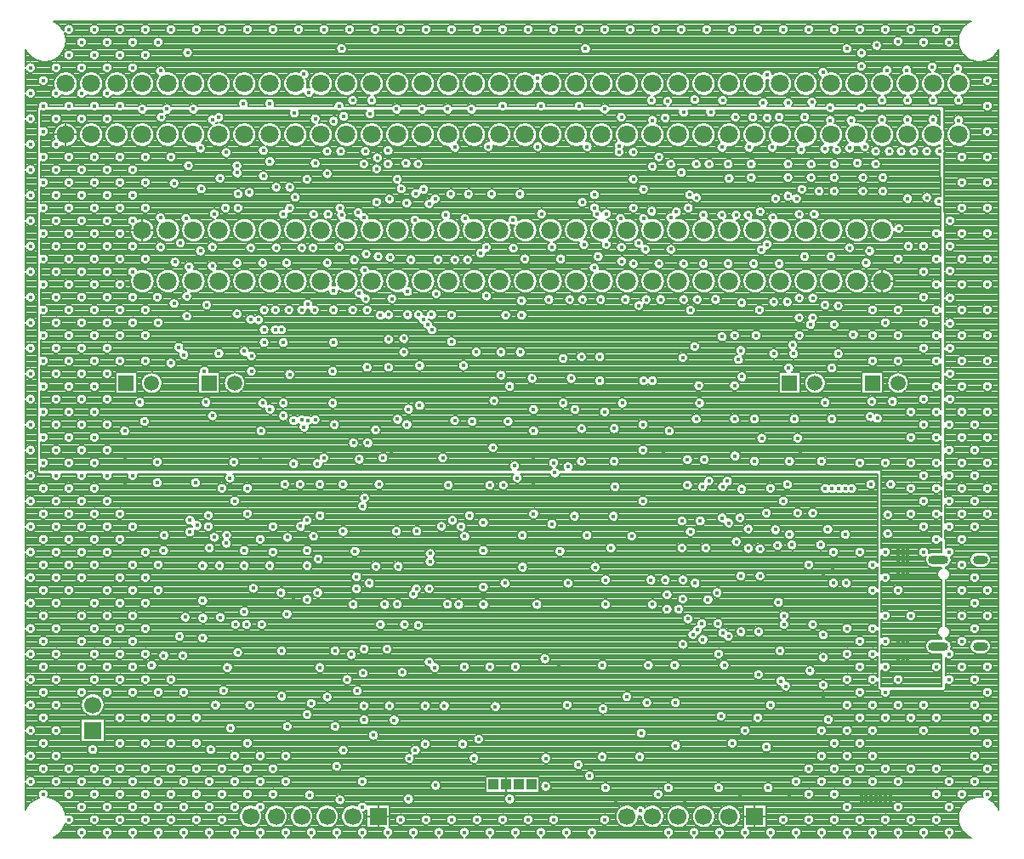
<source format=gbr>
G04 DipTrace 4.0.0.5*
G04 3 - Inner 2.gbr*
%MOIN*%
G04 #@! TF.FileFunction,Copper,L3,Inr*
G04 #@! TF.Part,Single*
G04 #@! TA.AperFunction,CopperBalancing*
%ADD18C,0.007874*%
G04 #@! TA.AperFunction,ComponentPad*
%ADD22C,0.059055*%
%ADD23R,0.059055X0.059055*%
%ADD24R,0.03937X0.03937*%
%ADD25C,0.070866*%
%ADD28O,0.07874X0.035433*%
%ADD29O,0.059055X0.035433*%
%ADD30R,0.066929X0.066929*%
%ADD31C,0.066929*%
G04 #@! TA.AperFunction,ViaPad*
%ADD39C,0.017717*%
%FSLAX26Y26*%
G04*
G70*
G90*
G75*
G01*
G04 Inner2*
%LPD*%
D39*
X3256201Y1634325D3*
X3257202Y1558324D3*
X1746875Y1068651D3*
X3396825Y1259325D3*
X2009724Y1537849D3*
X1771825Y1421825D3*
X3881201Y1456201D3*
Y1118701D3*
Y1137450D3*
Y1156201D3*
Y1174951D3*
Y1193701D3*
Y1212450D3*
Y1474950D3*
Y1493701D3*
Y1512451D3*
Y1531201D3*
Y1549950D3*
Y1568701D3*
X812451Y1806201D3*
Y1906201D3*
X1343701D3*
X1321825Y1774950D3*
X1856201Y1934325D3*
Y1774951D3*
X3881201Y1231201D3*
X2412451Y1906201D3*
Y1806201D3*
X2924951Y1934325D3*
X2924950Y1774951D3*
X3459325Y1937451D3*
Y1774951D3*
X3862451Y1568701D3*
Y1549950D3*
Y1531201D3*
Y1512451D3*
Y1493701D3*
Y1474950D3*
Y1456201D3*
X3843701Y1568701D3*
Y1549950D3*
Y1531201D3*
Y1512451D3*
Y1493701D3*
Y1474950D3*
Y1456201D3*
X3862451Y1231201D3*
Y1212450D3*
Y1193701D3*
Y1174951D3*
Y1156201D3*
Y1137450D3*
Y1118701D3*
X3843701Y1231201D3*
Y1212450D3*
Y1193701D3*
X3587451Y1481201D3*
X3843701Y1174951D3*
Y1156201D3*
Y1137450D3*
Y1118701D3*
X3812451Y601966D3*
X3793701D3*
X3774950D3*
X3756199D3*
X3737450D3*
X3718702D3*
X3699950D3*
Y583217D3*
X3718702D3*
X3737450D3*
X3756199D3*
X3774950D3*
X3793701D3*
X3812451D3*
X3699950Y564466D3*
X3718702D3*
X3737450D3*
X3756199D3*
X3774950D3*
X3793701D3*
X3812451D3*
X2549950Y506201D3*
X1249950Y1031201D3*
X1474950Y1362451D3*
X1899950Y1109327D3*
X1593701Y699950D3*
X2512451Y818701D3*
X2737451Y568701D3*
X3006201D3*
X3224950Y593701D3*
X3418701D3*
X3549950Y974950D3*
Y1181201D3*
Y1449950D3*
X3118701Y1609327D3*
X2924950D3*
X2640576Y1584327D3*
X2512451Y1099950D3*
X1059325Y3503076D3*
X1662450Y3518701D3*
X3643701D3*
X2618701D3*
X1278076Y3303076D3*
X1381201D3*
X1478076Y3265576D3*
X1534325Y3346825D3*
X1653076Y3293701D3*
X1559325Y3243701D3*
X1081201Y3281201D3*
X978076D3*
X881201D3*
X1671825Y3253076D3*
X1774950Y3262451D3*
X1878076Y3281201D3*
X1978076D3*
X2078076D3*
X2171825D3*
X2693701D3*
X2759325Y3249950D3*
X2878076Y3315576D3*
X2237451Y3134325D3*
X1915576Y3068701D3*
X1803076Y3090576D3*
X1756201Y3115576D3*
X1728076Y2874950D3*
X1609325Y2868701D3*
X1656201Y2893701D3*
X1606201Y3115576D3*
X1659325D3*
X1949950Y2846825D3*
X2071825Y2865576D3*
X1934325Y2690576D3*
X1853076Y2699951D3*
X2040576Y2690576D3*
X2106201D3*
X2156201D3*
X1806201Y2703076D3*
X1759325Y2712451D3*
X1653076Y2740576D3*
X1606201Y2678076D3*
X1549950Y2737450D3*
X1506201D3*
X1446825Y2678076D3*
X1406201Y2737451D3*
X1353076Y2678076D3*
X1712451Y2690576D3*
X1306201Y2737451D3*
X1253076Y2678076D3*
X1156201Y2740576D3*
X1306201Y2456201D3*
X1253076Y2478076D3*
X1403076Y2415576D3*
X1006201Y2990576D3*
X953076Y2856201D3*
X1112451Y2968701D3*
X1053076Y2853076D3*
X953076Y2740576D3*
X1009325Y2681201D3*
X893701Y2993701D3*
X793701Y2793701D3*
X871825Y2131201D3*
X1131201D3*
X1212451Y1609325D3*
X1140576Y1643701D3*
X1281201Y1549950D3*
X1187451Y1287450D3*
X1118701Y1206201D3*
X1215576Y1090576D3*
X1040576Y1137450D3*
X1684325Y1043701D3*
X1578076Y1090576D3*
X1199950Y999950D3*
X1303076Y943701D3*
X1168701D3*
X843701Y993701D3*
X743701D3*
X1256201Y1149950D3*
X1118701Y1284325D3*
Y1353076D3*
Y1490576D3*
X1184325D3*
X1281201D3*
Y1309325D3*
X1246825Y1259325D3*
X1290576D3*
X1349951D3*
X1381201Y1490576D3*
X1528076D3*
Y1549950D3*
X1093701Y893701D3*
X793701D3*
X687451Y768701D3*
X1149950D3*
X1228076Y853076D3*
X1443701Y743701D3*
X1343701D3*
X1243701Y543701D3*
X965576Y1549950D3*
X1140576Y1687451D3*
X1568701Y1890576D3*
X1474950D3*
X1706201Y2493701D3*
X1709325Y1971825D3*
X1762451Y2493701D3*
X1765576Y1971825D3*
X1824950Y1912451D3*
X2340576Y1881201D3*
X2256201Y1953076D3*
X2362451Y2328076D3*
X2190576D3*
X2287451D3*
X2106201Y2059325D3*
X2287451Y2237451D3*
X1968701Y2118701D3*
Y2274950D3*
X1906201Y2328076D3*
X1918701Y2043701D3*
X1846825Y2474950D3*
Y2268701D3*
X1634325Y2043701D3*
X1762451Y2268701D3*
X1434325Y2078076D3*
X1156201D3*
X1240576Y1896825D3*
X940576D3*
Y1815576D3*
X1090576D3*
X965576Y1137451D3*
X1831928Y1338283D3*
X2121701Y1338202D3*
X2879966Y1338042D3*
X2218769Y1338207D3*
X2218701Y1659325D3*
X2081201Y1806201D3*
X2131201Y1643701D3*
X2428319Y1338350D3*
X2303076Y1421825D3*
X2296825Y1806201D3*
X2549950Y1421825D3*
X2696825Y1434325D3*
X2999950Y1359325D3*
X3134325Y1384325D3*
X3590576Y1421825D3*
X3090576Y1559325D3*
X3303076Y1556201D3*
X3362451Y1631201D3*
X3209325Y1584325D3*
X3328076Y1696825D3*
X3449950D3*
X3393701Y1743701D3*
X3174950Y1821825D3*
X3993701Y1993701D3*
X3737451Y1809325D3*
X3815576D3*
X3803076Y1690576D3*
Y1615576D3*
X3637451Y1612451D3*
X3418701Y1612450D3*
X3493701Y1493701D3*
X3793701Y1543701D3*
X3428076Y1571825D3*
X3509325Y1259325D3*
X3549950Y1218701D3*
Y1021825D3*
X3593701Y593701D3*
X3334325Y618701D3*
X3140576D3*
X2943701D3*
X2696825D3*
X2634325Y665576D3*
X2321825Y574950D3*
X1924950D3*
X1787451Y824950D3*
X1868701Y884325D3*
X1449950Y859325D3*
X1637451D3*
X1749950Y940576D3*
X1637450Y1156201D3*
X1428076D3*
X1424950Y1384325D3*
X1809325Y1809325D3*
X1668701D3*
X1753076Y1756201D3*
X1958202Y1625411D3*
X1877576Y1625077D3*
X1884325Y1487451D3*
X1956201Y1399950D3*
X1721825D3*
X1708516Y1338415D3*
X1815576Y1259327D3*
X1668701Y1624951D3*
X1796825Y1487451D3*
X2859325Y953076D3*
X2865576Y1099951D3*
X2684325D3*
X2874950Y1434325D3*
X2696825Y1338175D3*
X3149950Y899950D3*
X3296825Y1062451D3*
Y1231201D3*
X3381201Y1156201D3*
X3374950Y1346825D3*
X3540576Y1571825D3*
X3640576Y1421825D3*
X1849950Y940576D3*
X1990576D3*
X2137451Y790576D3*
X1928076Y734325D3*
X2031201Y628076D3*
X2462451Y734325D3*
X2546825Y943701D3*
X1643701Y703076D3*
X1656201Y571825D3*
X1528076Y906201D3*
X1606201Y974950D3*
X3281201Y1899951D3*
X3309325Y1990576D3*
X3449950D3*
X3281201Y2065576D3*
X3584325D3*
Y2265576D3*
X3356201Y2524950D3*
Y2321825D3*
X3203076Y2196825D3*
Y2065576D3*
X3299951Y2493701D3*
X3278076Y2674950D3*
X3178076D3*
X3081201D3*
X2953076Y3065576D3*
Y2856201D3*
X2878076Y2881201D3*
X2624950Y3134325D3*
X2431201D3*
X2606201Y2915576D3*
X2334325Y2846825D3*
X2089944Y2947937D3*
X2431201Y3403076D3*
X3378076Y3249950D3*
X3578076Y3237451D3*
X3274950Y3249950D3*
X3315576Y3306201D3*
X3156201Y3315576D3*
X3206201Y3249951D3*
X3046825Y3318701D3*
X3109325Y3268701D3*
X3593701Y3065576D3*
X3456201Y2868701D3*
X3534327Y2959325D3*
X3412451Y2940576D3*
X3462451Y3121825D3*
X3503076Y3065576D3*
X3578076Y3287451D3*
X3699950D3*
X3478076Y3249951D3*
X4078076Y3440576D3*
X3878076Y3434325D3*
X3978076Y3446825D3*
X3843701Y3546825D3*
X3759325Y3531201D3*
X3956201Y2934325D3*
X4003076Y2918701D3*
X4006201Y3115576D3*
X3956201D3*
X3981201Y3315576D3*
Y3240576D3*
X4081201Y3237451D3*
Y3315576D3*
X3881201Y3240576D3*
Y3315576D3*
X3781201Y3240576D3*
Y3315576D3*
X3659325Y3237451D3*
X3018701Y1906201D3*
Y1806201D3*
X2718701Y1559325D3*
X2799950Y1606201D3*
X2931201Y1434325D3*
X2999950D3*
X3549950Y1131201D3*
X1434325Y2365576D3*
Y2128076D3*
X1631201Y2365576D3*
X1628076Y2128076D3*
X1559325Y2062451D3*
X1753076Y2649951D3*
X1631201Y2568701D3*
Y2493701D3*
X1506201Y2062451D3*
Y2493701D3*
X1403076D3*
X1456201D3*
X1556201D3*
X3203076Y2393701D3*
X2999950Y2306201D3*
X2856201Y2534325D3*
X2846825Y2215576D3*
X3065576Y2128076D3*
X2762451D3*
X2774951Y2534325D3*
X2678076D3*
X2474950D3*
X2415576Y2018701D3*
X2531201Y2128076D3*
X2415576Y1693701D3*
X2487451Y1653076D3*
X2574950Y1684325D3*
X2728076D3*
X2734325Y1799950D3*
X2946825Y2018701D3*
X3053076Y2065576D3*
X2674950Y2215576D3*
Y2309325D3*
X2562451Y2224951D3*
X2409325Y2224950D3*
X2415576Y2103076D3*
X2603076Y2309325D3*
X2578076Y2103076D3*
X2606201Y2534325D3*
X2140576Y2274950D3*
X1353076Y2128076D3*
X1346825Y2018701D3*
X812451D3*
X1006201Y2518701D3*
X1056201Y2546825D3*
X1024950Y2346825D3*
X1056201Y2468701D3*
X1134325Y2512451D3*
X3287451Y2393701D3*
X1309325Y2312451D3*
X1359325Y2493701D3*
Y2415576D3*
X2371825Y1609325D3*
X2656201Y1484325D3*
X2371825D3*
X2624950Y1609325D3*
X3303076Y1449950D3*
X3693701Y1543701D3*
X3793701Y1093701D3*
X2009325Y1506201D3*
X2006201Y1399950D3*
Y1112451D3*
X1899950Y1071825D3*
X1909325Y1259325D3*
X4043701Y2043701D3*
X2843701Y1743701D3*
X3478076Y2703076D3*
X3581201D3*
X3378076Y2674950D3*
X3668701Y2396825D3*
X3609325Y2509325D3*
X3509325Y2462451D3*
X2912451Y2534325D3*
X3509325Y2540576D3*
X3456201D3*
Y2462451D3*
X3609325Y2321825D3*
X3456201Y2393701D3*
X3228076Y2334325D3*
X3415576Y2265576D3*
X2906201Y2674950D3*
X3003076D3*
X2853076Y2731201D3*
X2953076D3*
X2699951Y2749951D3*
X2603076Y2028076D3*
X2731201D3*
X2603076Y1899950D3*
X2731201D3*
X3784325Y2959325D3*
X3809325Y3115576D3*
X3756201D3*
X3906201D3*
X3856201D3*
X3846825Y2812451D3*
X3653076Y2737451D3*
X3718701Y2678076D3*
X3003076Y2534325D3*
X3062451Y2196825D3*
X3178076Y3065576D3*
X3153076Y2865576D3*
X3209325D3*
X3103076Y3065576D3*
X3081201Y2865576D3*
X3053076Y3065576D3*
Y2934325D3*
X3021825Y2893701D3*
X1953076Y2949950D3*
X1406201Y2974950D3*
X1356201Y3118701D3*
X1459325Y2974950D3*
X1559325Y3068701D3*
X1553076Y2868701D3*
X1156201Y3240576D3*
X2940576Y3312451D3*
X3003076Y3268701D3*
X2881201Y3237451D3*
X3268701Y3065576D3*
X3256201Y2865576D3*
X3056201Y2534325D3*
X2218701Y1549950D3*
Y1406201D3*
X1568701Y1384325D3*
X1715576Y1546825D3*
X1537451Y590576D3*
X1428076Y978076D3*
X2459325Y1124950D3*
X2265576Y937451D3*
X2199950Y809325D3*
X2684325Y740576D3*
X2687451Y928076D3*
X2831201Y740576D3*
X3074950Y1262451D3*
X2984155Y1319236D3*
X3138134Y1262451D3*
X3162451Y1099950D3*
X3228076Y1449950D3*
Y1231201D3*
X3590576Y1543701D3*
X3153076Y3131201D3*
X3259325D3*
X1515576Y3418701D3*
X2259325Y2137451D3*
X1253076Y3059325D3*
X1062451D3*
X1109325Y3128076D3*
X1356201Y3018701D3*
X1606201Y3028076D3*
X643701Y1293701D3*
Y1093701D3*
X1906201Y2381201D3*
X1921825Y2565576D3*
X2015576Y2474950D3*
X1921825D3*
X2306123Y2473552D3*
X3409325Y2524950D3*
X3434325Y2321825D3*
X3740576Y2134325D3*
X3762451Y2068701D3*
X3821825Y2134325D3*
X2487451Y2740576D3*
X2521825Y2693701D3*
X2381201D3*
X2093701Y2368701D3*
X2093623Y2473552D3*
X1109325Y2724951D3*
X1065576Y2662451D3*
X1156201Y2665576D3*
X2106201Y3131201D3*
X2749950Y3137451D3*
X2556201Y2534325D3*
X3743701Y2493701D3*
X793701Y3593701D3*
X693701D3*
X1093701D3*
X993701D3*
X893701D3*
X593701D3*
X643701Y3543701D3*
X593701Y3493701D3*
X693701D3*
X743701Y3543701D3*
X793701Y3493701D3*
X843701Y3543701D3*
X943701D3*
X893701Y3493701D3*
X1193701Y3593701D3*
X1293701D3*
X1393701D3*
X1493701D3*
X1593701D3*
X1693701D3*
X1793701D3*
X1893701D3*
X1993701D3*
X2093701D3*
X2193701D3*
X2293701D3*
X2393701D3*
X2493701D3*
X2593701D3*
X2693701D3*
X2793701D3*
X2893701D3*
X2993701D3*
X3093701D3*
X3193701D3*
X3293701D3*
X3393701D3*
X3493701D3*
X3593701D3*
X3693701D3*
X3793701D3*
X3893701D3*
X3993701D3*
X3943701Y3543701D3*
X4043701D3*
X543701Y3443701D3*
X643701D3*
X743701D3*
X843701D3*
X443701D3*
X493701Y3393701D3*
X443701Y3343701D3*
X493701Y3293701D3*
X543701Y3343701D3*
X593701Y3293701D3*
X643701Y3343701D3*
X693701Y3293701D3*
X793701D3*
X743701Y3243701D3*
X643701D3*
X543701D3*
X493701Y3193701D3*
X443701Y3243701D3*
Y3143701D3*
X493701Y3093701D3*
X543701Y3143701D3*
X443701Y3043701D3*
X543701D3*
X593701Y3093701D3*
X493701Y2993701D3*
X443701Y2943701D3*
X493701Y2893701D3*
X543701Y2943701D3*
X593701Y2993701D3*
Y2893701D3*
X643701Y3043701D3*
Y2943701D3*
X693701Y3093701D3*
X743701Y3043701D3*
X693701Y2993701D3*
X793701Y3093701D3*
X843701Y3043701D3*
X793701Y2993701D3*
X743701Y2943701D3*
X693701Y2893701D3*
X643701Y2843701D3*
X543701D3*
X443701D3*
X493701Y2793701D3*
X593701D3*
X693701D3*
X743701Y2843701D3*
X793701Y2893701D3*
X843701Y2943701D3*
Y2843701D3*
X893701Y2893701D3*
X443701Y2743701D3*
X543701D3*
X643701D3*
X743701D3*
X693701Y2693701D3*
X593701D3*
X493701D3*
X443701Y2643701D3*
X543701D3*
X643701D3*
X743701D3*
X693701Y2593701D3*
X593701D3*
X493701D3*
X443701Y2543701D3*
X543701D3*
X643701D3*
X743701D3*
X693701Y2493701D3*
X593701D3*
X493701D3*
X443701Y2443701D3*
X543701D3*
X643701D3*
X743701D3*
X693701Y2393701D3*
X593701D3*
X493701D3*
X443701Y2343701D3*
X543701D3*
X643701D3*
X743701D3*
X693701Y2293701D3*
X593701D3*
X493701D3*
X543701Y2243701D3*
X493701Y2193701D3*
X443701Y2243701D3*
X593701Y2193701D3*
X643701Y2243701D3*
X743701D3*
X693701Y2193701D3*
X643701Y2143701D3*
X593701Y2093701D3*
X543701Y2143701D3*
X493701Y2093701D3*
X443701Y2143701D3*
X693701Y2093701D3*
X743701Y2143701D3*
Y2043701D3*
X693701Y1993701D3*
X643701Y2043701D3*
X593701Y1993701D3*
X543701Y2043701D3*
X493701Y1993701D3*
X443701Y2043701D3*
Y1943701D3*
X543701D3*
X643701D3*
X743701D3*
X693701Y1893701D3*
X593701D3*
X493701D3*
X443701Y1843701D3*
X543701D3*
X643701D3*
X743701D3*
X843701D3*
X743701Y1743701D3*
X693701Y1793701D3*
X643701Y1743701D3*
X593701Y1793701D3*
X543701Y1743701D3*
X493701Y1793701D3*
X443701Y1743701D3*
X493701Y1693701D3*
X443701Y1643701D3*
X493701Y1593701D3*
X543701Y1643701D3*
X593701Y1693701D3*
X643701Y1643701D3*
X693701Y1693701D3*
X743701Y1643701D3*
X793701Y1693701D3*
Y1593701D3*
X843701Y1643701D3*
X743701Y1543701D3*
X693701Y1593701D3*
X643701Y1543701D3*
X593701Y1593701D3*
X543701Y1543701D3*
X443701D3*
X493701Y1493701D3*
X593701D3*
X693701D3*
X643701Y1443701D3*
X543701D3*
X443701D3*
X493701Y1393701D3*
X593701D3*
X543701Y1343701D3*
X443701D3*
X493701Y1293701D3*
X543701Y1243701D3*
X493701Y1193701D3*
X443701Y1243701D3*
Y1143701D3*
X493701Y1093701D3*
X543701Y1143701D3*
X493701Y993701D3*
X443701Y1043701D3*
X543701D3*
Y943701D3*
X493701Y893701D3*
X443701Y943701D3*
Y843701D3*
X543701D3*
X493701Y793701D3*
Y693701D3*
X443701Y743701D3*
X543701D3*
X443701Y643701D3*
X493701Y593701D3*
X543701Y643701D3*
X593701Y693701D3*
X693701D3*
X643701Y643701D3*
X593701Y593701D3*
X643701Y543701D3*
X593701Y493701D3*
X693701Y593701D3*
X743701Y643701D3*
X793701Y693701D3*
X843701Y643701D3*
X793701Y593701D3*
X743701Y543701D3*
X693701Y493701D3*
X643701Y443701D3*
X743701D3*
X793701Y493701D3*
X843701Y543701D3*
X893701Y593701D3*
X943701Y643701D3*
X893701Y693701D3*
X993701D3*
X1093701D3*
X1043701Y643701D3*
X993701Y593701D3*
X943701Y543701D3*
X893701Y493701D3*
X843701Y443701D3*
X1193701Y693701D3*
X1143701Y643701D3*
X1093701Y593701D3*
X1043701Y543701D3*
X993701Y493701D3*
X943701Y443701D3*
X1043701D3*
X1093701Y493701D3*
X1143701Y543701D3*
X1193701Y593701D3*
X1243701Y643701D3*
X1293701Y693701D3*
X1243701Y743701D3*
X1293701Y793701D3*
X1393701Y693701D3*
X1343701Y643701D3*
Y543701D3*
X1443701Y643701D3*
X1193701Y493701D3*
X1143701Y443701D3*
X1243701D3*
X1343701D3*
X1443701D3*
X1543701D3*
X1643701D3*
X1743701D3*
X1843701D3*
X1943701D3*
X1893701Y493701D3*
X1743701Y643701D3*
Y543701D3*
X1993701Y493701D3*
X2043701Y443701D3*
X2093701Y493701D3*
X2143701Y443701D3*
X2193701Y493701D3*
X2243701Y443701D3*
X2293701Y493701D3*
X2343701Y443701D3*
X2393701Y493701D3*
X2443701Y443701D3*
X2493701Y493701D3*
X2543701Y443701D3*
X2643701D3*
X2693701Y493701D3*
X2943701Y443701D3*
X3043701D3*
X3143701D3*
X3243701D3*
X3343701D3*
X3393701Y493701D3*
X3443701Y443701D3*
X3493701Y493701D3*
X3543701Y443701D3*
X3593701Y493701D3*
X3643701Y443701D3*
X3693701Y493701D3*
X3743701Y443701D3*
X3793701Y493701D3*
X3843701Y443701D3*
X3893701Y493701D3*
X3943701Y443701D3*
X3993701Y493701D3*
X4043701Y443701D3*
Y543701D3*
X3643701D3*
X3493701Y593701D3*
X3543701Y643701D3*
X3443701D3*
X3493701Y693701D3*
X3543701Y743701D3*
X3593701Y693701D3*
X3543701Y843701D3*
X3593701Y793701D3*
X3193701D3*
X3243701Y843701D3*
X3293701Y893701D3*
X3343701Y943701D3*
X3643701Y643701D3*
X3693701Y693701D3*
X3743701Y643701D3*
X3793701Y693701D3*
X3843701Y643701D3*
X3893701Y693701D3*
X3843701Y543701D3*
X3993701Y593701D3*
X4093701D3*
X4043701Y643701D3*
X4193701Y593701D3*
X4143701Y643701D3*
X4193701Y693701D3*
X4143701Y743701D3*
X4193701Y793701D3*
X4143701Y843701D3*
X4193701Y893701D3*
X4143701Y943701D3*
X4193701Y993701D3*
X4143701Y1043701D3*
X4193701Y1093701D3*
X4093701D3*
X4043701Y1043701D3*
X3993701Y1093701D3*
X4043701Y1143701D3*
X4093701Y1193701D3*
Y1293701D3*
X4143701Y1243701D3*
X4193701Y1293701D3*
X4143701Y1343701D3*
X4093701Y1393701D3*
X4193701D3*
X4143701Y1443701D3*
X4093701Y1493701D3*
Y1593701D3*
X4043701Y1543701D3*
X3993701Y1593701D3*
X3943701Y1543701D3*
Y1643701D3*
X4043701D3*
X3993701Y1693701D3*
X3893701D3*
X3943701Y1743701D3*
X4093701Y1693701D3*
X4043701Y1743701D3*
X4143701Y1643701D3*
X4193701Y1693701D3*
X4143701Y1743701D3*
X4193701Y1793701D3*
X4093701D3*
X3993701D3*
X3893701D3*
X3943701Y1843701D3*
X4043701D3*
X4143701D3*
X4193701Y1893701D3*
X4093701D3*
X4143701Y1943701D3*
X4193701Y1993701D3*
Y2093701D3*
X4143701Y2043701D3*
X4093701Y1993701D3*
X4043701Y1943701D3*
X3993701Y1893701D3*
X3893701D3*
X3793701D3*
X3693701D3*
X4193701Y2193701D3*
Y2293701D3*
Y2393701D3*
Y2493701D3*
Y2593701D3*
Y2693701D3*
Y2793701D3*
Y2893701D3*
Y2993701D3*
Y3093701D3*
Y3193701D3*
Y3293701D3*
Y3393701D3*
X4093701Y3093701D3*
Y2993701D3*
Y2893701D3*
Y2793701D3*
Y2693701D3*
Y2593701D3*
Y2493701D3*
Y2393701D3*
Y2293701D3*
Y2193701D3*
Y2093701D3*
X3993701D3*
Y2193701D3*
Y2293701D3*
Y2393701D3*
Y2493701D3*
Y2593701D3*
Y2693701D3*
Y2793701D3*
X3943701Y2043701D3*
X3893701Y2093701D3*
X3943701Y2143701D3*
X3893701Y1993701D3*
X3343701Y1793701D3*
X3743701Y1493701D3*
X3793701Y1443701D3*
X3743701Y1393701D3*
X3843701D3*
X3693701Y793701D3*
X3743701Y743701D3*
Y843701D3*
X3693701Y893701D3*
Y993701D3*
Y1093701D3*
Y1193701D3*
X3743701Y1243701D3*
X3643701D3*
Y1143701D3*
X3743701D3*
X3643701Y1043701D3*
X3743701D3*
X3643701Y943701D3*
X3743701D3*
X3793701Y993701D3*
X3843701Y1043701D3*
X3793701Y1193701D3*
Y1293701D3*
X3893701D3*
X3643701Y843701D3*
Y743701D3*
X3793701Y893701D3*
X3843701Y943701D3*
X3893701Y893701D3*
X3943701Y943701D3*
Y843701D3*
X3993701Y893701D3*
Y693701D3*
X1293701Y593701D3*
X1393701D3*
X893701Y3093701D3*
X993701D3*
X1209765Y3111171D3*
X1208039Y2893491D3*
X1257211Y2948686D3*
X1256793Y2893217D3*
X743701Y3343701D3*
X2293701Y3293701D3*
X2443701D3*
X2593701D3*
X3843701Y2693701D3*
X2806201Y2674950D3*
X2653076Y2659325D3*
X3843701Y2493701D3*
X3793701Y2443701D3*
X3743701Y2393701D3*
X3843701D3*
X1846825Y2378076D3*
X3743701Y2293701D3*
X3843701D3*
X2843701Y1943701D3*
Y2043701D3*
X2693701Y2093701D3*
X2493701Y1893701D3*
X1193701Y1793701D3*
X1393701Y1643701D3*
X1343701Y1593701D3*
X1393701Y1543701D3*
X1243701Y1743701D3*
X1293701Y1793701D3*
Y1693701D3*
X2143701Y1093701D3*
X2243701D3*
X2343701D3*
X893701Y1543701D3*
X843701Y1493701D3*
X793701Y1443701D3*
X743701Y1393701D3*
X693701Y1343701D3*
X643701Y1193701D3*
X693701Y1243701D3*
X743701Y1293701D3*
X793701Y1343701D3*
X843701Y1393701D3*
X893701Y1443701D3*
Y1343701D3*
X843701Y1293701D3*
X793701Y1243701D3*
X743701Y1193701D3*
X693701Y1143701D3*
Y1043701D3*
X643701Y993701D3*
X743701Y1093701D3*
X793701Y1143701D3*
X843701Y1193701D3*
X893701Y1243701D3*
Y1143701D3*
X843701Y1093701D3*
X793701Y1043701D3*
X893701D3*
X993701D3*
X943701Y993701D3*
X1043701D3*
X943701Y1493701D3*
Y1393701D3*
X893701Y893701D3*
X993701D3*
X793701Y793701D3*
X893701D3*
X993701D3*
X1093701D3*
X2612451Y2749951D3*
X3353076Y2856201D3*
X1628076Y2253076D3*
X1459325Y2240576D3*
X1309325Y2253076D3*
X1359325Y2365576D3*
X1124950Y2253076D3*
X2181201Y734325D3*
X2462450Y624950D3*
X2971825Y784325D3*
Y953076D3*
X2968701Y1099950D3*
X2903076Y593701D3*
X2834325Y528076D3*
X2590576Y709325D3*
X793701Y2493701D3*
Y2593701D3*
Y2693701D3*
X843701Y2743701D3*
Y2643701D3*
X893701Y2693701D3*
X843701Y2543701D3*
X940576D3*
X893701Y2493701D3*
X843701Y2443701D3*
X943701D3*
X893701Y2393701D3*
X793701D3*
X3509325Y1696825D3*
X893701Y2293701D3*
X793701D3*
X2996825Y1665576D3*
X3712451Y3134325D3*
X3884325Y2743701D3*
X3515576Y2868701D3*
X3593701Y2959325D3*
Y3012451D3*
X3503076D3*
X3412451D3*
Y3065576D3*
X3706201Y2959325D3*
X3268701Y3012451D3*
X3706201D3*
X3784325D3*
X3412451Y3306201D3*
X3331201Y3415576D3*
X3603076Y3121825D3*
X3349950Y3131201D3*
X3756201Y3065576D3*
X2518701Y1546825D3*
X3084325Y1906201D3*
X3543701Y1899950D3*
X1499950Y1809325D3*
X1578076D3*
X1440576D3*
X2243701Y1806201D3*
X3437451Y2065576D3*
X3418701Y1899950D3*
X4046825Y2143701D3*
Y2243701D3*
Y2343701D3*
Y2440576D3*
Y2540576D3*
Y2646825D3*
Y2743701D3*
Y2843701D3*
X3943701Y2343701D3*
Y2443701D3*
Y2543701D3*
Y2643701D3*
Y2743701D3*
X2361845Y2947997D3*
X2159325Y2947963D3*
X2249950D3*
X2806201Y2893701D3*
X2756201Y2853076D3*
X1896825Y2968701D3*
X1849950Y2928076D3*
X1459325Y2893701D3*
X2059325Y1912451D3*
X2321825Y2193701D3*
X2315576Y2056201D3*
X2174951D3*
X2065576Y940576D3*
X1990576Y790576D3*
X3068701Y1665576D3*
X2996825Y1559325D3*
X1721825Y1446825D3*
X3799950Y3434325D3*
X890576Y2056201D3*
X2164252Y1686815D3*
X1578335D3*
X2145551Y1605239D3*
X1552744D3*
X2097323Y1668114D3*
X1527154D3*
X2053375Y1644492D3*
X1501563D3*
X2938886Y1319047D3*
X1450382Y1601339D3*
X3000004Y1181839D3*
X1095768Y1647949D3*
X3020320Y1281646D3*
X1068701Y1668701D3*
X1163673Y1601756D3*
X3039685Y1219240D3*
X3056390Y1237941D3*
X1210925Y1578134D3*
X3079055Y1200539D3*
X1144972Y1559433D3*
X3402874Y1017528D3*
X967815Y1609535D3*
X3384173Y1037693D3*
X1068429Y1622232D3*
X3498346Y1078051D3*
X1751130Y885382D3*
X2368642Y2529724D3*
Y2473425D3*
X1300728Y2954399D3*
X2881413Y3055862D3*
X1963043Y3065925D3*
X1918701Y2912451D3*
X3308602Y2730020D3*
X3446004Y2930516D3*
X3881413D3*
X953076Y3431201D3*
X1044587Y2317441D3*
X3182024Y3009049D3*
X993406Y2284961D3*
X1983205Y2454724D3*
X1336748D3*
X3549327Y3426354D3*
X1186331Y3010091D3*
X1253076Y3031201D3*
X3030428Y2492323D3*
X2974951Y2878076D3*
X1859325Y2537451D3*
X1796059Y2022203D3*
X1434325Y2868701D3*
X1756201Y2537451D3*
X1882024Y2064575D3*
X1481413Y2935433D3*
X3046825Y2349951D3*
X2931201Y3246825D3*
X1530428Y2516665D3*
X1529801Y2059325D3*
X1593701Y1912451D3*
X2881201Y2215576D3*
X3431201Y2356201D3*
X3303685Y2879335D3*
X1662451Y2865576D3*
X2668701Y2703076D3*
X3363323Y2930516D3*
X1515576Y2034325D3*
X1527303Y3006154D3*
X2806201Y3112451D3*
X2759783Y2739374D3*
Y2684260D3*
X1474950Y2059325D3*
X1881413Y3006154D3*
X2806201Y3006201D3*
X3466917Y2966937D3*
X1382028Y2104106D3*
X1984366Y2966937D3*
X1925134Y2104106D3*
X2531021Y2303270D3*
X2846004Y2966937D3*
Y2851776D3*
X2906201Y3093702D3*
X1281201Y2331201D3*
X1706201Y3315576D3*
X1781201D3*
X1182024Y2322362D3*
X2995189Y3032667D3*
X1800114Y3047224D3*
Y2916732D3*
X2006201Y2909325D3*
X2029814Y2929188D3*
X1952346Y765996D3*
X1669437D3*
X2446004Y2870476D3*
X2653791Y2894098D3*
Y2945280D3*
X3026689D3*
X2827303Y2511024D3*
X2033554Y2557327D3*
X2827303Y2755189D3*
X3128406Y2534738D3*
X3231201Y2521825D3*
X3153996Y2388728D3*
X1963639Y2474950D3*
X1631201Y3234325D3*
X3331201Y3246825D3*
X3330428Y2750486D3*
X3205177Y1920469D3*
X3700114Y3501453D3*
Y3448992D3*
X1427303Y2415287D3*
X2016614D3*
X3231201Y2231201D3*
X3732224Y2724803D3*
X3558071Y2512701D3*
Y2130457D3*
X3506201Y3309325D3*
X1382024Y3075760D3*
X1448965Y1300346D3*
X3029776Y1623571D3*
X2208602Y2716740D3*
X2663323Y2870476D3*
X2700728D3*
X2550374Y1878594D3*
X1316681Y1401839D3*
X3585386Y1792520D3*
X3410218Y1808703D3*
X3078076Y1799951D3*
X3570622Y886614D3*
X3610976Y1792520D3*
X3102815Y1822492D3*
X3636563Y1793112D3*
X3662157Y1792520D3*
X3156201Y1799950D3*
X3223878Y1677654D3*
X3157121Y1226651D3*
X3153996Y1677654D3*
X3179587Y1657673D3*
X3179445Y1212404D3*
X3231201Y1790576D3*
X3328437Y778839D3*
X3568654Y1632953D3*
X1049728Y1287867D3*
X1571445Y1516886D3*
X918701Y1099950D3*
X1028076Y1212451D3*
X1943701Y1378076D3*
X2938882Y1376307D3*
X3048476Y1421854D3*
X1963634Y1256642D3*
X3140576Y1143701D3*
X1751130Y1163138D3*
X2837451Y833325D3*
X3098736Y1356825D3*
X1841262Y1162980D3*
X3218701Y2298852D3*
X1814760Y2473425D3*
X1163323Y2870476D3*
X956201Y3249950D3*
X3593209Y2436024D3*
X1031201Y2756201D3*
X1999909Y2436024D3*
X3500728D3*
X3685150Y3070118D3*
X3734992Y2075197D3*
X3653076Y3128076D3*
X3556201Y3124951D3*
X1181413Y3248836D3*
X3558983Y1792524D3*
X1527581Y1357606D3*
X2498567Y1854972D3*
X1744433Y1724217D3*
X1700933Y1141512D3*
X2028076Y1090576D3*
X2230428Y2548425D3*
Y2739374D3*
X1881102Y1338906D3*
X2078622D3*
X2336165Y2735441D3*
X2349951Y1834325D3*
X1224951D3*
X3372362Y1569193D3*
X3396825Y1293701D3*
X2781201Y975689D3*
X1724555Y998827D3*
X1543453Y950223D3*
X1731831Y1907972D3*
Y2559688D3*
X1749950Y2856201D3*
X1750311Y3065925D3*
X1845390D3*
Y3118899D3*
X2749902Y3112648D3*
X2146004Y2851776D3*
X547606Y3618537D2*
D18*
X4114791D1*
X557295Y3610794D2*
X581019D1*
X606385D2*
X681012D1*
X706386D2*
X781014D1*
X806388D2*
X881015D1*
X906389D2*
X981017D1*
X1006383D2*
X1081019D1*
X1106385D2*
X1181012D1*
X1206386D2*
X1281014D1*
X1306388D2*
X1381015D1*
X1406389D2*
X1481017D1*
X1506383D2*
X1581019D1*
X1606385D2*
X1681012D1*
X1706386D2*
X1781014D1*
X1806388D2*
X1881015D1*
X1906389D2*
X1981017D1*
X2006383D2*
X2081019D1*
X2106385D2*
X2181012D1*
X2206386D2*
X2281014D1*
X2306388D2*
X2381015D1*
X2406389D2*
X2481017D1*
X2506383D2*
X2581019D1*
X2606385D2*
X2681012D1*
X2706386D2*
X2781014D1*
X2806388D2*
X2881015D1*
X2906389D2*
X2981017D1*
X3006383D2*
X3081019D1*
X3106385D2*
X3181012D1*
X3206386D2*
X3281014D1*
X3306388D2*
X3381015D1*
X3406389D2*
X3481017D1*
X3506383D2*
X3581019D1*
X3606385D2*
X3681012D1*
X3706386D2*
X3781014D1*
X3806388D2*
X3881015D1*
X3906389D2*
X3981017D1*
X4006383D2*
X4105102D1*
X564623Y3603051D2*
X574306D1*
X613097D2*
X674307D1*
X713099D2*
X774301D1*
X813101D2*
X874303D1*
X913094D2*
X974304D1*
X1013096D2*
X1074306D1*
X1113097D2*
X1174307D1*
X1213099D2*
X1274301D1*
X1313101D2*
X1374303D1*
X1413094D2*
X1474304D1*
X1513096D2*
X1574306D1*
X1613097D2*
X1674307D1*
X1713099D2*
X1774301D1*
X1813101D2*
X1874303D1*
X1913094D2*
X1974304D1*
X2013096D2*
X2074306D1*
X2113097D2*
X2174307D1*
X2213099D2*
X2274301D1*
X2313101D2*
X2374303D1*
X2413094D2*
X2474304D1*
X2513096D2*
X2574306D1*
X2613097D2*
X2674307D1*
X2713099D2*
X2774301D1*
X2813101D2*
X2874303D1*
X2913094D2*
X2974304D1*
X3013096D2*
X3074306D1*
X3113097D2*
X3174307D1*
X3213099D2*
X3274301D1*
X3313101D2*
X3374303D1*
X3413094D2*
X3474304D1*
X3513096D2*
X3574306D1*
X3613097D2*
X3674307D1*
X3713099D2*
X3774301D1*
X3813101D2*
X3874303D1*
X3913094D2*
X3974304D1*
X4013096D2*
X4097782D1*
X615251Y3595308D2*
X672146D1*
X715252D2*
X772148D1*
X815254D2*
X872150D1*
X915255D2*
X972151D1*
X1015249D2*
X1072153D1*
X1115251D2*
X1172146D1*
X1215252D2*
X1272148D1*
X1315254D2*
X1372150D1*
X1415255D2*
X1472151D1*
X1515249D2*
X1572153D1*
X1615251D2*
X1672146D1*
X1715252D2*
X1772148D1*
X1815254D2*
X1872150D1*
X1915255D2*
X1972151D1*
X2015249D2*
X2072153D1*
X2115251D2*
X2172146D1*
X2215252D2*
X2272148D1*
X2315254D2*
X2372150D1*
X2415255D2*
X2472151D1*
X2515249D2*
X2572153D1*
X2615251D2*
X2672146D1*
X2715252D2*
X2772148D1*
X2815254D2*
X2872150D1*
X2915255D2*
X2972151D1*
X3015249D2*
X3072153D1*
X3115251D2*
X3172146D1*
X3215252D2*
X3272148D1*
X3315254D2*
X3372150D1*
X3415255D2*
X3472151D1*
X3515249D2*
X3572153D1*
X3615251D2*
X3672146D1*
X3715252D2*
X3772148D1*
X3815254D2*
X3872150D1*
X3915255D2*
X3972151D1*
X4015249D2*
X4092068D1*
X614389Y3587566D2*
X673008D1*
X714391D2*
X773009D1*
X814392D2*
X873011D1*
X914394D2*
X973012D1*
X1014388D2*
X1073014D1*
X1114389D2*
X1173008D1*
X1214391D2*
X1273009D1*
X1314392D2*
X1373011D1*
X1414394D2*
X1473012D1*
X1514388D2*
X1573014D1*
X1614389D2*
X1673008D1*
X1714391D2*
X1773009D1*
X1814392D2*
X1873011D1*
X1914394D2*
X1973012D1*
X2014388D2*
X2073014D1*
X2114389D2*
X2173008D1*
X2214391D2*
X2273009D1*
X2314392D2*
X2373011D1*
X2414394D2*
X2473012D1*
X2514388D2*
X2573014D1*
X2614389D2*
X2673008D1*
X2714391D2*
X2773009D1*
X2814392D2*
X2873011D1*
X2914394D2*
X2973012D1*
X3014388D2*
X3073014D1*
X3114389D2*
X3173008D1*
X3214391D2*
X3273009D1*
X3314392D2*
X3373011D1*
X3414394D2*
X3473012D1*
X3514388D2*
X3573014D1*
X3614389D2*
X3673008D1*
X3714391D2*
X3773009D1*
X3814392D2*
X3873011D1*
X3914394D2*
X3973012D1*
X4014388D2*
X4087593D1*
X610014Y3579823D2*
X677383D1*
X710016D2*
X777385D1*
X810017D2*
X877386D1*
X910019D2*
X977388D1*
X1010020D2*
X1077381D1*
X1110014D2*
X1177383D1*
X1210016D2*
X1277385D1*
X1310017D2*
X1377386D1*
X1410019D2*
X1477388D1*
X1510020D2*
X1577381D1*
X1610014D2*
X1677383D1*
X1710016D2*
X1777385D1*
X1810017D2*
X1877386D1*
X1910019D2*
X1977388D1*
X2010020D2*
X2077381D1*
X2110014D2*
X2177383D1*
X2210016D2*
X2277385D1*
X2310017D2*
X2377386D1*
X2410019D2*
X2477388D1*
X2510020D2*
X2577381D1*
X2610014D2*
X2677383D1*
X2710016D2*
X2777385D1*
X2810017D2*
X2877386D1*
X2910019D2*
X2977388D1*
X3010020D2*
X3077381D1*
X3110014D2*
X3177383D1*
X3210016D2*
X3277385D1*
X3310017D2*
X3377386D1*
X3410019D2*
X3477388D1*
X3510020D2*
X3577381D1*
X3610014D2*
X3677383D1*
X3710016D2*
X3777385D1*
X3810017D2*
X3877386D1*
X3910019D2*
X3977388D1*
X4010020D2*
X4084148D1*
X580809Y3572080D2*
X4081595D1*
X582555Y3564337D2*
X640104D1*
X647300D2*
X740106D1*
X747294D2*
X840107D1*
X847296D2*
X940101D1*
X947297D2*
X3831641D1*
X3855762D2*
X3940101D1*
X3947297D2*
X4040103D1*
X4047299D2*
X4079850D1*
X583547Y3556594D2*
X626556D1*
X660841D2*
X726557D1*
X760843D2*
X826559D1*
X860844D2*
X926560D1*
X960846D2*
X3824521D1*
X3862882D2*
X3926560D1*
X3960846D2*
X4026554D1*
X4060848D2*
X4078858D1*
X583801Y3548852D2*
X622734D1*
X664671D2*
X722735D1*
X764665D2*
X822737D1*
X864666D2*
X922731D1*
X964668D2*
X3747480D1*
X3771170D2*
X3822183D1*
X3865220D2*
X3922731D1*
X3964668D2*
X4022732D1*
X4064669D2*
X4078596D1*
X583339Y3541109D2*
X622249D1*
X665155D2*
X722251D1*
X765157D2*
X822245D1*
X865151D2*
X922246D1*
X965152D2*
X3740221D1*
X3778429D2*
X3822883D1*
X3864512D2*
X3922246D1*
X3965152D2*
X4022248D1*
X4065154D2*
X4079065D1*
X582140Y3533366D2*
X624833D1*
X662572D2*
X724835D1*
X762573D2*
X824829D1*
X862567D2*
X924830D1*
X962568D2*
X1646871D1*
X1678027D2*
X2603126D1*
X2634274D2*
X3628124D1*
X3659273D2*
X3737822D1*
X3780828D2*
X3827020D1*
X3860383D2*
X3924830D1*
X3962568D2*
X4024832D1*
X4062570D2*
X4080265D1*
X580171Y3525623D2*
X632569D1*
X654828D2*
X732570D1*
X754830D2*
X832572D1*
X854831D2*
X932573D1*
X954833D2*
X1642019D1*
X1682879D2*
X2598274D1*
X2639134D2*
X3623272D1*
X3664132D2*
X3738476D1*
X3780182D2*
X3932573D1*
X3954833D2*
X4032575D1*
X4054827D2*
X4082233D1*
X577372Y3517881D2*
X1043886D1*
X1074758D2*
X1640850D1*
X1684048D2*
X2597105D1*
X2640295D2*
X3622103D1*
X3665301D2*
X3686526D1*
X3713706D2*
X3742528D1*
X3776122D2*
X4085032D1*
X573650Y3510138D2*
X580127D1*
X607277D2*
X680120D1*
X707278D2*
X780122D1*
X807280D2*
X880123D1*
X907281D2*
X1038942D1*
X1079702D2*
X1642680D1*
X1682226D2*
X2598927D1*
X2638473D2*
X3623926D1*
X3663471D2*
X3680397D1*
X3719827D2*
X4088754D1*
X424413Y3502395D2*
X431051D1*
X568852D2*
X573990D1*
X613413D2*
X673992D1*
X713414D2*
X773986D1*
X813416D2*
X873987D1*
X913410D2*
X1037719D1*
X1080925D2*
X1648709D1*
X1676197D2*
X2604956D1*
X2632444D2*
X3629954D1*
X3657443D2*
X3678521D1*
X3721704D2*
X4093552D1*
X4231346D2*
X4237991D1*
X424413Y3494652D2*
X437172D1*
X562731D2*
X572106D1*
X615297D2*
X672108D1*
X715291D2*
X772110D1*
X815292D2*
X872111D1*
X915294D2*
X1039488D1*
X1079156D2*
X3679644D1*
X3720589D2*
X4099673D1*
X4225225D2*
X4237991D1*
X424413Y3486909D2*
X445069D1*
X554834D2*
X573221D1*
X614174D2*
X673223D1*
X714176D2*
X773225D1*
X814177D2*
X873226D1*
X914179D2*
X1045409D1*
X1073243D2*
X3684419D1*
X3715806D2*
X4107563D1*
X4217336D2*
X4237991D1*
X424413Y3479167D2*
X455688D1*
X544215D2*
X577997D1*
X609407D2*
X677998D1*
X709408D2*
X778000D1*
X809402D2*
X877994D1*
X909403D2*
X4118182D1*
X4206717D2*
X4237991D1*
X424413Y3471424D2*
X472066D1*
X527837D2*
X4134560D1*
X4190338D2*
X4237991D1*
X424413Y3463681D2*
X437033D1*
X450365D2*
X537035D1*
X550367D2*
X637036D1*
X650368D2*
X737038D1*
X750362D2*
X837039D1*
X850364D2*
X3684565D1*
X3715667D2*
X3965054D1*
X3991096D2*
X4237991D1*
X461338Y3455938D2*
X526062D1*
X561340D2*
X626063D1*
X661341D2*
X726065D1*
X761343D2*
X826059D1*
X861337D2*
X3679690D1*
X3720535D2*
X3958564D1*
X3997594D2*
X4063225D1*
X4092928D2*
X4237991D1*
X464821Y3448196D2*
X522579D1*
X564823D2*
X622580D1*
X664825D2*
X722574D1*
X764826D2*
X822576D1*
X864828D2*
X940247D1*
X965906D2*
X3678513D1*
X3721711D2*
X3783628D1*
X3816276D2*
X3861753D1*
X3894401D2*
X3956511D1*
X3999647D2*
X4057904D1*
X4098249D2*
X4237991D1*
X465060Y3440453D2*
X522340D1*
X565061D2*
X622342D1*
X665063D2*
X722343D1*
X765057D2*
X822345D1*
X865058D2*
X933627D1*
X972519D2*
X3533213D1*
X3565446D2*
X3680328D1*
X3719896D2*
X3779261D1*
X3820644D2*
X3857386D1*
X3898769D2*
X3957464D1*
X3998694D2*
X4056466D1*
X4099687D2*
X4237991D1*
X462176Y3432710D2*
X525224D1*
X562178D2*
X625225D1*
X662179D2*
X725219D1*
X762181D2*
X825221D1*
X862182D2*
X931520D1*
X974633D2*
X1499379D1*
X1531774D2*
X3318577D1*
X3343828D2*
X3528707D1*
X3569944D2*
X3686341D1*
X3713891D2*
X3778400D1*
X3821505D2*
X3856525D1*
X3899630D2*
X3961978D1*
X3994180D2*
X4058004D1*
X4098149D2*
X4237991D1*
X424413Y3424967D2*
X433811D1*
X453587D2*
X533813D1*
X553589D2*
X562725D1*
X600102D2*
X633814D1*
X653590D2*
X662719D1*
X700104D2*
X733816D1*
X753592D2*
X762721D1*
X800105D2*
X833810D1*
X853586D2*
X862722D1*
X900099D2*
X932420D1*
X1000101D2*
X1062725D1*
X1100102D2*
X1162719D1*
X1200104D2*
X1262721D1*
X1300105D2*
X1362722D1*
X1400099D2*
X1462724D1*
X1536226D2*
X1562725D1*
X1600102D2*
X1662719D1*
X1700104D2*
X1762721D1*
X1800105D2*
X1862722D1*
X1900099D2*
X1962724D1*
X2000101D2*
X2062725D1*
X2100102D2*
X2162719D1*
X2200104D2*
X2262721D1*
X2300105D2*
X2362722D1*
X2400099D2*
X2462724D1*
X2500101D2*
X2562725D1*
X2600102D2*
X2662719D1*
X2700104D2*
X2762721D1*
X2800105D2*
X2862722D1*
X2900099D2*
X2962724D1*
X3000101D2*
X3062725D1*
X3100102D2*
X3162719D1*
X3200104D2*
X3262721D1*
X3300105D2*
X3311826D1*
X3350579D2*
X3362722D1*
X3400099D2*
X3462724D1*
X3500101D2*
X3527761D1*
X3600102D2*
X3662719D1*
X3700104D2*
X3762721D1*
X3819344D2*
X3858685D1*
X3900099D2*
X3962724D1*
X4000101D2*
X4062725D1*
X4100102D2*
X4237991D1*
X424413Y3417224D2*
X549961D1*
X612859D2*
X649962D1*
X712861D2*
X749964D1*
X812862D2*
X849965D1*
X912864D2*
X936849D1*
X1012865D2*
X1049961D1*
X1112859D2*
X1149962D1*
X1212861D2*
X1249964D1*
X1312862D2*
X1349965D1*
X1412864D2*
X1449959D1*
X1537141D2*
X1549961D1*
X1612859D2*
X1649962D1*
X1712861D2*
X1749964D1*
X1812862D2*
X1849965D1*
X1912864D2*
X1949959D1*
X2012865D2*
X2049961D1*
X2112859D2*
X2149962D1*
X2212861D2*
X2249964D1*
X2312862D2*
X2349965D1*
X2512865D2*
X2549961D1*
X2612859D2*
X2649962D1*
X2712861D2*
X2749964D1*
X2812862D2*
X2849965D1*
X2912864D2*
X2949959D1*
X3012865D2*
X3049961D1*
X3112859D2*
X3149962D1*
X3212861D2*
X3249964D1*
X3412864D2*
X3449959D1*
X3512865D2*
X3529822D1*
X3612859D2*
X3649962D1*
X3712861D2*
X3749964D1*
X3812862D2*
X3849965D1*
X3912864D2*
X3949959D1*
X4012865D2*
X4049961D1*
X4112859D2*
X4237991D1*
X424413Y3409482D2*
X479325D1*
X508082D2*
X542679D1*
X620149D2*
X642680D1*
X720150D2*
X742674D1*
X820144D2*
X842676D1*
X920146D2*
X942677D1*
X1020147D2*
X1042679D1*
X1120149D2*
X1142680D1*
X1220150D2*
X1242674D1*
X1320144D2*
X1342676D1*
X1420146D2*
X1442677D1*
X1535042D2*
X1542679D1*
X1620149D2*
X1642680D1*
X1720150D2*
X1742674D1*
X1820144D2*
X1842676D1*
X1920146D2*
X1942677D1*
X2020147D2*
X2042679D1*
X2120149D2*
X2142680D1*
X2220150D2*
X2242674D1*
X2320144D2*
X2342676D1*
X2520147D2*
X2542679D1*
X2620149D2*
X2642680D1*
X2720150D2*
X2742674D1*
X2820144D2*
X2842676D1*
X2920146D2*
X2942677D1*
X3020147D2*
X3042679D1*
X3120149D2*
X3142680D1*
X3220150D2*
X3242674D1*
X3420146D2*
X3442677D1*
X3520147D2*
X3536327D1*
X3620149D2*
X3642680D1*
X3720150D2*
X3742674D1*
X3820144D2*
X3842676D1*
X3920146D2*
X3942677D1*
X4020147D2*
X4042679D1*
X4120149D2*
X4179321D1*
X4208078D2*
X4237991D1*
X424413Y3401739D2*
X473697D1*
X513703D2*
X537965D1*
X624862D2*
X637967D1*
X724864D2*
X737961D1*
X824858D2*
X837962D1*
X924859D2*
X937964D1*
X1024861D2*
X1037965D1*
X1124862D2*
X1137967D1*
X1224864D2*
X1237961D1*
X1324858D2*
X1337962D1*
X1424859D2*
X1437964D1*
X1528452D2*
X1537965D1*
X1624862D2*
X1637967D1*
X1724864D2*
X1737961D1*
X1824858D2*
X1837962D1*
X1924859D2*
X1937964D1*
X2024861D2*
X2037965D1*
X2124862D2*
X2137967D1*
X2224864D2*
X2237961D1*
X2324858D2*
X2337962D1*
X2524861D2*
X2537965D1*
X2624862D2*
X2637967D1*
X2724864D2*
X2737961D1*
X2824858D2*
X2837962D1*
X2924859D2*
X2937964D1*
X3024861D2*
X3037965D1*
X3124862D2*
X3137967D1*
X3224864D2*
X3237961D1*
X3424859D2*
X3437964D1*
X3524861D2*
X3537965D1*
X3624862D2*
X3637967D1*
X3724864D2*
X3737961D1*
X3824858D2*
X3837962D1*
X3924859D2*
X3937964D1*
X4024861D2*
X4037965D1*
X4124862D2*
X4173700D1*
X4213699D2*
X4237991D1*
X424413Y3393996D2*
X472090D1*
X515311D2*
X535020D1*
X627807D2*
X635014D1*
X727809D2*
X735016D1*
X827803D2*
X835017D1*
X927804D2*
X935019D1*
X1027806D2*
X1035020D1*
X1127807D2*
X1135014D1*
X1227809D2*
X1235016D1*
X1327803D2*
X1335017D1*
X1427804D2*
X1435019D1*
X1527806D2*
X1535020D1*
X1627807D2*
X1635014D1*
X1727809D2*
X1735016D1*
X1827803D2*
X1835017D1*
X1927804D2*
X1935019D1*
X2027806D2*
X2035020D1*
X2127807D2*
X2135014D1*
X2227809D2*
X2235016D1*
X2327803D2*
X2335017D1*
X2527806D2*
X2535020D1*
X2627807D2*
X2635014D1*
X2727809D2*
X2735016D1*
X2827803D2*
X2835017D1*
X2927804D2*
X2935019D1*
X3027806D2*
X3035020D1*
X3127807D2*
X3135014D1*
X3227809D2*
X3235016D1*
X3327803D2*
X3335017D1*
X3427804D2*
X3435019D1*
X3527806D2*
X3535020D1*
X3627807D2*
X3635014D1*
X3727809D2*
X3735016D1*
X3827803D2*
X3835017D1*
X3927804D2*
X3935019D1*
X4027806D2*
X4035020D1*
X4127807D2*
X4172085D1*
X4215314D2*
X4237991D1*
X424413Y3386253D2*
X473466D1*
X513934D2*
X533505D1*
X629315D2*
X633507D1*
X729316D2*
X733508D1*
X829318D2*
X833510D1*
X929319D2*
X933504D1*
X1029321D2*
X1033505D1*
X1129315D2*
X1133507D1*
X1229316D2*
X1233508D1*
X1329318D2*
X1333510D1*
X1429319D2*
X1433504D1*
X1529321D2*
X1533505D1*
X1629315D2*
X1633507D1*
X1729316D2*
X1733508D1*
X1829318D2*
X1833510D1*
X1929319D2*
X1933504D1*
X2029321D2*
X2033505D1*
X2129315D2*
X2133507D1*
X2229316D2*
X2233508D1*
X2329318D2*
X2333510D1*
X2529321D2*
X2533505D1*
X2629315D2*
X2633507D1*
X2729316D2*
X2733508D1*
X2829318D2*
X2833510D1*
X2929319D2*
X2933504D1*
X3029321D2*
X3033505D1*
X3129315D2*
X3133507D1*
X3229316D2*
X3233508D1*
X3329318D2*
X3333510D1*
X3429319D2*
X3433504D1*
X3529321D2*
X3533505D1*
X3629315D2*
X3633507D1*
X3729316D2*
X3733508D1*
X3829318D2*
X3833510D1*
X3929319D2*
X3933504D1*
X4029321D2*
X4033505D1*
X4129315D2*
X4173461D1*
X4213937D2*
X4237991D1*
X424413Y3378510D2*
X478664D1*
X508736D2*
X533290D1*
X4129530D2*
X4178667D1*
X4208739D2*
X4237991D1*
X424413Y3370768D2*
X534359D1*
X628469D2*
X634360D1*
X728470D2*
X734354D1*
X828464D2*
X834356D1*
X928466D2*
X934357D1*
X1028467D2*
X1034359D1*
X1128469D2*
X1134360D1*
X1228470D2*
X1234354D1*
X1328464D2*
X1334356D1*
X1428466D2*
X1434357D1*
X1528467D2*
X1534359D1*
X1628469D2*
X1634360D1*
X1728470D2*
X1734354D1*
X1828464D2*
X1834356D1*
X1928466D2*
X1934357D1*
X2028467D2*
X2034359D1*
X2128469D2*
X2134360D1*
X2228470D2*
X2234354D1*
X2328464D2*
X2334356D1*
X2428466D2*
X2434357D1*
X2528467D2*
X2534359D1*
X2628469D2*
X2634360D1*
X2728470D2*
X2734354D1*
X2828464D2*
X2834356D1*
X2928466D2*
X2934357D1*
X3028467D2*
X3034359D1*
X3128469D2*
X3134360D1*
X3228470D2*
X3234354D1*
X3328464D2*
X3334356D1*
X3428466D2*
X3434357D1*
X3528467D2*
X3534359D1*
X3628469D2*
X3634360D1*
X3728470D2*
X3734354D1*
X3828464D2*
X3834356D1*
X3928466D2*
X3934357D1*
X4028467D2*
X4034359D1*
X4128469D2*
X4237991D1*
X424413Y3363025D2*
X435149D1*
X452257D2*
X535143D1*
X626031D2*
X635145D1*
X726033D2*
X735146D1*
X826027D2*
X836793D1*
X926028D2*
X936795D1*
X1026030D2*
X1036796D1*
X1126031D2*
X1136798D1*
X1226033D2*
X1236792D1*
X1326027D2*
X1336793D1*
X1426028D2*
X1436795D1*
X1626031D2*
X1636798D1*
X1726033D2*
X1736792D1*
X1826027D2*
X1836793D1*
X1926028D2*
X1936795D1*
X2026030D2*
X2036796D1*
X2126031D2*
X2136798D1*
X2226033D2*
X2236792D1*
X2326027D2*
X2336793D1*
X2426028D2*
X2436795D1*
X2526030D2*
X2536796D1*
X2626031D2*
X2636798D1*
X2726033D2*
X2736792D1*
X2826027D2*
X2836793D1*
X2926028D2*
X2936795D1*
X3026030D2*
X3036796D1*
X3126031D2*
X3136798D1*
X3226033D2*
X3236792D1*
X3326027D2*
X3336793D1*
X3426028D2*
X3436795D1*
X3526030D2*
X3536796D1*
X3626031D2*
X3636798D1*
X3726033D2*
X3736792D1*
X3826027D2*
X3836793D1*
X3926028D2*
X3936795D1*
X4026030D2*
X4036796D1*
X4126031D2*
X4237991D1*
X461799Y3355282D2*
X525601D1*
X821967D2*
X840853D1*
X921968D2*
X940855D1*
X1021970D2*
X1040856D1*
X1121971D2*
X1140858D1*
X1221965D2*
X1240852D1*
X1321967D2*
X1340853D1*
X1421968D2*
X1440855D1*
X1621971D2*
X1640858D1*
X1721965D2*
X1740852D1*
X1821967D2*
X1840853D1*
X1921968D2*
X1940855D1*
X2021970D2*
X2040856D1*
X2121971D2*
X2140858D1*
X2221965D2*
X2240852D1*
X2321967D2*
X2340853D1*
X2421968D2*
X2440855D1*
X2521970D2*
X2540856D1*
X2621971D2*
X2640858D1*
X2721965D2*
X2740852D1*
X2821967D2*
X2840853D1*
X2921968D2*
X2940855D1*
X3021970D2*
X3040856D1*
X3121971D2*
X3140858D1*
X3221965D2*
X3240852D1*
X3321967D2*
X3340853D1*
X3421968D2*
X3440855D1*
X3521970D2*
X3540856D1*
X3621971D2*
X3640858D1*
X3721965D2*
X3740852D1*
X3821967D2*
X3840853D1*
X3921968D2*
X3940855D1*
X4021970D2*
X4040856D1*
X4121971D2*
X4237991D1*
X464960Y3347539D2*
X522440D1*
X615697D2*
X622442D1*
X715698D2*
X722443D1*
X815700D2*
X847128D1*
X915701D2*
X947122D1*
X1015695D2*
X1047123D1*
X1115697D2*
X1147125D1*
X1215698D2*
X1247126D1*
X1315700D2*
X1347128D1*
X1415701D2*
X1447122D1*
X1615697D2*
X1647125D1*
X1715698D2*
X1747126D1*
X1815700D2*
X1847128D1*
X1915701D2*
X1947122D1*
X2015695D2*
X2047123D1*
X2115697D2*
X2147125D1*
X2215698D2*
X2247126D1*
X2315700D2*
X2347128D1*
X2415701D2*
X2447122D1*
X2515695D2*
X2547123D1*
X2615697D2*
X2647125D1*
X2715698D2*
X2747126D1*
X2815700D2*
X2847128D1*
X2915701D2*
X2947122D1*
X3015695D2*
X3047123D1*
X3115697D2*
X3147125D1*
X3215698D2*
X3247126D1*
X3315700D2*
X3347128D1*
X3415701D2*
X3447122D1*
X3515695D2*
X3547123D1*
X3615697D2*
X3647125D1*
X3715698D2*
X3747126D1*
X3815700D2*
X3847128D1*
X3915701D2*
X3947122D1*
X4015695D2*
X4047123D1*
X4115697D2*
X4237991D1*
X464944Y3339797D2*
X522456D1*
X605500D2*
X622457D1*
X705502D2*
X722459D1*
X805503D2*
X857324D1*
X905497D2*
X957326D1*
X1005499D2*
X1057327D1*
X1105500D2*
X1157321D1*
X1205502D2*
X1257323D1*
X1305503D2*
X1357324D1*
X1405497D2*
X1457326D1*
X1505499D2*
X1513936D1*
X1605500D2*
X1657321D1*
X1705502D2*
X1757323D1*
X1805503D2*
X1857324D1*
X1905497D2*
X1957326D1*
X2005499D2*
X2057327D1*
X2105500D2*
X2157321D1*
X2205502D2*
X2257323D1*
X2305503D2*
X2357324D1*
X2405497D2*
X2457326D1*
X2505499D2*
X2557327D1*
X2605500D2*
X2657321D1*
X2705502D2*
X2757323D1*
X2805503D2*
X2857324D1*
X2905497D2*
X2957326D1*
X3005499D2*
X3057327D1*
X3105500D2*
X3157321D1*
X3205502D2*
X3257323D1*
X3305503D2*
X3357324D1*
X3405497D2*
X3457326D1*
X3505499D2*
X3557327D1*
X3605500D2*
X3657321D1*
X3705502D2*
X3757323D1*
X3805503D2*
X3857324D1*
X3905497D2*
X3957326D1*
X4005499D2*
X4057327D1*
X4105500D2*
X4237991D1*
X461753Y3332054D2*
X525647D1*
X561755D2*
X625648D1*
X661756D2*
X725650D1*
X761750D2*
X1518857D1*
X1549798D2*
X1692677D1*
X1719727D2*
X1767673D1*
X1794723D2*
X2864552D1*
X2891602D2*
X2932750D1*
X2948397D2*
X3030053D1*
X3063593D2*
X3142673D1*
X3169723D2*
X3767673D1*
X3794723D2*
X3867674D1*
X3894724D2*
X3967676D1*
X3994726D2*
X4067677D1*
X4094727D2*
X4237991D1*
X424413Y3324311D2*
X435311D1*
X452088D2*
X535312D1*
X552089D2*
X635314D1*
X652091D2*
X735308D1*
X752092D2*
X1686510D1*
X1725894D2*
X1761506D1*
X1800897D2*
X2858385D1*
X2897769D2*
X2922669D1*
X2958485D2*
X3025977D1*
X3067668D2*
X3136506D1*
X3175897D2*
X3304505D1*
X3326649D2*
X3401377D1*
X3423521D2*
X3490952D1*
X3521454D2*
X3761506D1*
X3800897D2*
X3861507D1*
X3900891D2*
X3961509D1*
X4000893D2*
X4061510D1*
X4100894D2*
X4237991D1*
X424413Y3316568D2*
X1261421D1*
X1294730D2*
X1364545D1*
X1397854D2*
X1684611D1*
X1727794D2*
X1759606D1*
X1802789D2*
X2856486D1*
X2899669D2*
X2919371D1*
X2961776D2*
X3025324D1*
X3068329D2*
X3134606D1*
X3177789D2*
X3296724D1*
X3334423D2*
X3393603D1*
X3431303D2*
X3485884D1*
X3526514D2*
X3759606D1*
X3802789D2*
X3859608D1*
X3902791D2*
X3959610D1*
X4002792D2*
X4059611D1*
X4102794D2*
X4237991D1*
X424413Y3308825D2*
X478595D1*
X508805D2*
X578596D1*
X608807D2*
X678598D1*
X708808D2*
X778599D1*
X808802D2*
X1257269D1*
X1298883D2*
X1360392D1*
X1402006D2*
X1637974D1*
X1668185D2*
X1685711D1*
X1726694D2*
X1760714D1*
X1801689D2*
X2278599D1*
X2308802D2*
X2428598D1*
X2458808D2*
X2578596D1*
X2608807D2*
X2857586D1*
X2898569D2*
X2919278D1*
X2961869D2*
X3027700D1*
X3065953D2*
X3135714D1*
X3176689D2*
X3294124D1*
X3337022D2*
X3391004D1*
X3433902D2*
X3484593D1*
X3527806D2*
X3760714D1*
X3801689D2*
X3860708D1*
X3901691D2*
X3960709D1*
X4001692D2*
X4060711D1*
X4101694D2*
X4178598D1*
X4208808D2*
X4237991D1*
X424413Y3301083D2*
X473435D1*
X513965D2*
X573437D1*
X613966D2*
X673438D1*
X713960D2*
X773440D1*
X813962D2*
X874210D1*
X888188D2*
X971090D1*
X985068D2*
X1074213D1*
X1088191D2*
X1256554D1*
X1299598D2*
X1359685D1*
X1402721D2*
X1632815D1*
X1673337D2*
X1690455D1*
X1721942D2*
X1765458D1*
X1796945D2*
X1871088D1*
X1885066D2*
X1971090D1*
X1985068D2*
X2071084D1*
X2085069D2*
X2164834D1*
X2178812D2*
X2273440D1*
X2313962D2*
X2423438D1*
X2463960D2*
X2573437D1*
X2613966D2*
X2686710D1*
X2700688D2*
X2862330D1*
X2893817D2*
X2922339D1*
X2958816D2*
X3034928D1*
X3058718D2*
X3140458D1*
X3171945D2*
X3294601D1*
X3336553D2*
X3391473D1*
X3433425D2*
X3486284D1*
X3526114D2*
X3561541D1*
X3594612D2*
X3683419D1*
X3716482D2*
X3765458D1*
X3796945D2*
X3865460D1*
X3896947D2*
X3965454D1*
X3996948D2*
X4065455D1*
X4096942D2*
X4173438D1*
X4213960D2*
X4237991D1*
X424413Y3293340D2*
X472090D1*
X515311D2*
X572091D1*
X615312D2*
X672093D1*
X715314D2*
X772086D1*
X815315D2*
X863491D1*
X898915D2*
X960363D1*
X995787D2*
X1063487D1*
X1098910D2*
X1258876D1*
X1297276D2*
X1361999D1*
X1400399D2*
X1631461D1*
X1674690D2*
X1860369D1*
X1895785D2*
X1960363D1*
X1995787D2*
X2060365D1*
X2095788D2*
X2154115D1*
X2189538D2*
X2272086D1*
X2315315D2*
X2422093D1*
X2465314D2*
X2572091D1*
X2615312D2*
X2675991D1*
X2711415D2*
X2931512D1*
X2949642D2*
X3298408D1*
X3332747D2*
X3395279D1*
X3429619D2*
X3492067D1*
X3520339D2*
X3557312D1*
X3598841D2*
X3679182D1*
X3720712D2*
X4172093D1*
X4215314D2*
X4237991D1*
X424413Y3285597D2*
X469283D1*
X4024369D2*
X4173730D1*
X4213676D2*
X4237991D1*
X424413Y3277854D2*
X468445D1*
X4025215D2*
X4179398D1*
X4208001D2*
X4237991D1*
X424413Y3270112D2*
X468445D1*
X4025238D2*
X4237991D1*
X424413Y3262369D2*
X433681D1*
X453726D2*
X468445D1*
X4025261D2*
X4237991D1*
X462222Y3254626D2*
X468445D1*
X4025284D2*
X4068631D1*
X4093766D2*
X4237991D1*
X4025299Y3246883D2*
X4061841D1*
X4100556D2*
X4237991D1*
X4025322Y3239140D2*
X4059657D1*
X4102747D2*
X4237991D1*
X461292Y3231398D2*
X468445D1*
X4025345D2*
X4060488D1*
X4101917D2*
X4237991D1*
X424413Y3223655D2*
X437264D1*
X450135D2*
X468445D1*
X4025368D2*
X4059796D1*
X4103032D2*
X4237991D1*
X424413Y3215912D2*
X468445D1*
X4025384D2*
X4048477D1*
X4114343D2*
X4237991D1*
X424413Y3208169D2*
X468445D1*
X4025407D2*
X4041725D1*
X4121095D2*
X4177937D1*
X4209470D2*
X4237991D1*
X424413Y3200427D2*
X468445D1*
X4025468D2*
X4037350D1*
X4125470D2*
X4173200D1*
X4214199D2*
X4237991D1*
X424413Y3192684D2*
X468445D1*
X4028160D2*
X4034666D1*
X4128161D2*
X4172108D1*
X4215291D2*
X4237991D1*
X424413Y3184941D2*
X468445D1*
X4029444D2*
X4033382D1*
X4129445D2*
X4174015D1*
X4213384D2*
X4237991D1*
X424413Y3177198D2*
X468445D1*
X4029444D2*
X4033382D1*
X4129445D2*
X4180205D1*
X4207193D2*
X4237991D1*
X424413Y3169455D2*
X468445D1*
X4028152D2*
X4034666D1*
X4128153D2*
X4237991D1*
X424413Y3161713D2*
X432458D1*
X454940D2*
X468445D1*
X4025537D2*
X4037358D1*
X4125462D2*
X4237991D1*
X462607Y3153970D2*
X468445D1*
X4025561D2*
X4041741D1*
X4121087D2*
X4237991D1*
X4025576Y3146227D2*
X4048492D1*
X4114328D2*
X4237991D1*
X4025599Y3138484D2*
X4059819D1*
X4103001D2*
X4237991D1*
X460792Y3130741D2*
X468445D1*
X4025622D2*
X4237991D1*
X424413Y3122999D2*
X440640D1*
X446767D2*
X468445D1*
X4026445D2*
X4237991D1*
X424413Y3115256D2*
X468445D1*
X4027814D2*
X4237991D1*
X424413Y3107513D2*
X468445D1*
X4026191D2*
X4077328D1*
X4110076D2*
X4177329D1*
X4210077D2*
X4237991D1*
X424413Y3099770D2*
X468445D1*
X4025707D2*
X4072991D1*
X4114412D2*
X4172992D1*
X4214414D2*
X4237991D1*
X424413Y3092028D2*
X468445D1*
X4025730D2*
X4072153D1*
X4115251D2*
X4172154D1*
X4215244D2*
X4237991D1*
X424413Y3084285D2*
X468445D1*
X4025753D2*
X4074336D1*
X4113067D2*
X4174338D1*
X4213068D2*
X4237991D1*
X424413Y3076542D2*
X468445D1*
X4025768D2*
X4081111D1*
X4106292D2*
X4181112D1*
X4206294D2*
X4237991D1*
X424413Y3068799D2*
X468445D1*
X4025791D2*
X4237991D1*
X424413Y3061056D2*
X431405D1*
X456002D2*
X468445D1*
X4025814D2*
X4237991D1*
X462961Y3053314D2*
X468445D1*
X4025837D2*
X4237991D1*
X4025853Y3045571D2*
X4237991D1*
X464468Y3037828D2*
X468445D1*
X4025876D2*
X4237991D1*
X460246Y3030085D2*
X468445D1*
X4025899D2*
X4237991D1*
X424413Y3022343D2*
X468445D1*
X4025922D2*
X4237991D1*
X424413Y3014600D2*
X468445D1*
X4025945D2*
X4237991D1*
X424413Y3006857D2*
X468445D1*
X4025960D2*
X4076766D1*
X4110637D2*
X4176768D1*
X4210631D2*
X4237991D1*
X424413Y2999114D2*
X468445D1*
X4025983D2*
X4072806D1*
X4114597D2*
X4172800D1*
X4214598D2*
X4237991D1*
X424413Y2991371D2*
X468445D1*
X4026007D2*
X4072214D1*
X4115181D2*
X4172216D1*
X4215183D2*
X4237991D1*
X424413Y2983629D2*
X468445D1*
X4026030D2*
X4074682D1*
X4112721D2*
X4174684D1*
X4212715D2*
X4237991D1*
X424413Y2975886D2*
X468445D1*
X4026045D2*
X4082126D1*
X4105277D2*
X4182127D1*
X4205279D2*
X4237991D1*
X424413Y2968143D2*
X468445D1*
X4026068D2*
X4237991D1*
X424413Y2960400D2*
X430466D1*
X456932D2*
X468445D1*
X4026091D2*
X4237991D1*
X463291Y2952657D2*
X468445D1*
X4026114D2*
X4237991D1*
X4026137Y2944915D2*
X4237991D1*
X464268Y2937172D2*
X468445D1*
X4026153D2*
X4237991D1*
X459654Y2929429D2*
X468445D1*
X4026176D2*
X4237991D1*
X424413Y2921686D2*
X468445D1*
X4026199D2*
X4237991D1*
X424413Y2913944D2*
X468445D1*
X4026222D2*
X4088016D1*
X4099387D2*
X4188018D1*
X4199389D2*
X4237991D1*
X424413Y2906201D2*
X468445D1*
X4026237D2*
X4076259D1*
X4111144D2*
X4176253D1*
X4211146D2*
X4237991D1*
X424413Y2898458D2*
X468445D1*
X4026260D2*
X4072637D1*
X4114766D2*
X4172639D1*
X4214768D2*
X4237991D1*
X424413Y2890715D2*
X468445D1*
X4026283D2*
X4072299D1*
X4115097D2*
X4172300D1*
X4215098D2*
X4237991D1*
X424413Y2882972D2*
X468445D1*
X4026306D2*
X4075059D1*
X4112336D2*
X4175061D1*
X4212338D2*
X4237991D1*
X424413Y2875230D2*
X468445D1*
X4026322D2*
X4083295D1*
X4104108D2*
X4183288D1*
X4204110D2*
X4237991D1*
X424413Y2867487D2*
X468445D1*
X4026345D2*
X4237991D1*
X424413Y2859744D2*
X429636D1*
X457770D2*
X468445D1*
X4026368D2*
X4032759D1*
X4060894D2*
X4237991D1*
X463591Y2852001D2*
X468445D1*
X4066715D2*
X4237991D1*
X4068429Y2844259D2*
X4237991D1*
X464037Y2836516D2*
X468445D1*
X4067161D2*
X4237991D1*
X424413Y2828773D2*
X428390D1*
X459008D2*
X468445D1*
X4026453D2*
X4031514D1*
X4062139D2*
X4237991D1*
X424413Y2821030D2*
X468445D1*
X4026476D2*
X4237991D1*
X424413Y2813287D2*
X468445D1*
X4026499D2*
X4085832D1*
X4101571D2*
X4185834D1*
X4201565D2*
X4237991D1*
X424413Y2805545D2*
X468445D1*
X4026514D2*
X4075782D1*
X4111621D2*
X4175784D1*
X4211623D2*
X4237991D1*
X424413Y2797802D2*
X468445D1*
X4026537D2*
X4072491D1*
X4114904D2*
X4172492D1*
X4214906D2*
X4237991D1*
X424413Y2790059D2*
X468445D1*
X4026560D2*
X4072406D1*
X4114997D2*
X4172408D1*
X4214991D2*
X4237991D1*
X424413Y2782316D2*
X468445D1*
X4026583D2*
X4075474D1*
X4111929D2*
X4175476D1*
X4211930D2*
X4237991D1*
X424413Y2774573D2*
X468445D1*
X4026606D2*
X4084671D1*
X4102732D2*
X4184673D1*
X4202726D2*
X4237991D1*
X424413Y2766831D2*
X468445D1*
X4026622D2*
X4237991D1*
X424413Y2759088D2*
X428875D1*
X458524D2*
X468445D1*
X4026645D2*
X4032006D1*
X4061647D2*
X4237991D1*
X463860Y2751345D2*
X468445D1*
X4066984D2*
X4237991D1*
X4068437Y2743602D2*
X4237991D1*
X463783Y2735860D2*
X468445D1*
X4066907D2*
X4237991D1*
X424413Y2728117D2*
X429098D1*
X458301D2*
X468445D1*
X4026729D2*
X4032221D1*
X4061432D2*
X4237991D1*
X424413Y2720374D2*
X468445D1*
X4026752D2*
X4237991D1*
X424413Y2712631D2*
X468445D1*
X4026775D2*
X4084233D1*
X4103170D2*
X4184234D1*
X4203172D2*
X4237991D1*
X424413Y2704888D2*
X468445D1*
X4026799D2*
X4075344D1*
X4112052D2*
X4175345D1*
X4212053D2*
X4237991D1*
X424413Y2697146D2*
X468445D1*
X4026814D2*
X4072376D1*
X4115028D2*
X4172377D1*
X4215029D2*
X4237991D1*
X424413Y2689403D2*
X468445D1*
X4026837D2*
X4072537D1*
X4114866D2*
X4172539D1*
X4214868D2*
X4237991D1*
X424413Y2681660D2*
X468445D1*
X4026860D2*
X4075920D1*
X4111483D2*
X4175922D1*
X4211484D2*
X4237991D1*
X424413Y2673917D2*
X468445D1*
X4026883D2*
X4086401D1*
X4100994D2*
X4186403D1*
X4200996D2*
X4237991D1*
X424413Y2666175D2*
X468445D1*
X4026899D2*
X4038334D1*
X4055319D2*
X4237991D1*
X459208Y2658432D2*
X468445D1*
X4064908D2*
X4237991D1*
X464106Y2650689D2*
X468445D1*
X4068076D2*
X4237991D1*
X4068076Y2642946D2*
X4237991D1*
X463499Y2635203D2*
X468445D1*
X4064892D2*
X4237991D1*
X424413Y2627461D2*
X429874D1*
X457524D2*
X468445D1*
X4027006D2*
X4038373D1*
X4055280D2*
X4237991D1*
X424413Y2619718D2*
X468445D1*
X4027029D2*
X4237991D1*
X424413Y2611975D2*
X468445D1*
X4027052D2*
X4082926D1*
X4104478D2*
X4182919D1*
X4204479D2*
X4237991D1*
X424413Y2604232D2*
X468445D1*
X4027075D2*
X4074944D1*
X4112459D2*
X4174945D1*
X4212453D2*
X4237991D1*
X424413Y2596490D2*
X468445D1*
X4027091D2*
X4072276D1*
X4115127D2*
X4172277D1*
X4215129D2*
X4237991D1*
X424413Y2588747D2*
X468445D1*
X4027114D2*
X4072683D1*
X4114720D2*
X4172685D1*
X4214714D2*
X4237991D1*
X424413Y2581004D2*
X468445D1*
X4027137D2*
X4076405D1*
X4110998D2*
X4176406D1*
X4211000D2*
X4237991D1*
X424413Y2573261D2*
X468445D1*
X4027160D2*
X4088916D1*
X4098487D2*
X4188917D1*
X4198481D2*
X4237991D1*
X424413Y2565518D2*
X468445D1*
X4027175D2*
X4237991D1*
X459839Y2557776D2*
X468445D1*
X4027198D2*
X4034297D1*
X4059356D2*
X4237991D1*
X464329Y2550033D2*
X468445D1*
X4066169D2*
X4237991D1*
X4068368Y2542290D2*
X4237991D1*
X463199Y2534547D2*
X468445D1*
X4067545D2*
X4237991D1*
X424413Y2526804D2*
X430736D1*
X456663D2*
X468445D1*
X4063239D2*
X4237991D1*
X424413Y2519062D2*
X468445D1*
X4027306D2*
X4237991D1*
X424413Y2511319D2*
X468445D1*
X4027329D2*
X4081811D1*
X4105593D2*
X4181804D1*
X4205594D2*
X4237991D1*
X424413Y2503576D2*
X468445D1*
X4027352D2*
X4074575D1*
X4112828D2*
X4174576D1*
X4212822D2*
X4237991D1*
X424413Y2495833D2*
X468445D1*
X4027368D2*
X4072199D1*
X4115204D2*
X4172193D1*
X4215206D2*
X4237991D1*
X424413Y2488091D2*
X468445D1*
X4027391D2*
X4072860D1*
X4114543D2*
X4172854D1*
X4214545D2*
X4237991D1*
X424413Y2480348D2*
X468445D1*
X4027414D2*
X4076928D1*
X4110468D2*
X4176929D1*
X4210469D2*
X4237991D1*
X424413Y2472605D2*
X468445D1*
X4027437D2*
X4237991D1*
X424413Y2464862D2*
X468445D1*
X4027460D2*
X4237991D1*
X460415Y2457119D2*
X468445D1*
X4027475D2*
X4033382D1*
X4060263D2*
X4237991D1*
X4066492Y2449377D2*
X4237991D1*
X4068414Y2441634D2*
X4237991D1*
X462861Y2433891D2*
X468445D1*
X4067337D2*
X4237991D1*
X424413Y2426148D2*
X431704D1*
X455702D2*
X468445D1*
X4062631D2*
X4237991D1*
X424413Y2418406D2*
X468445D1*
X4027583D2*
X4237991D1*
X424413Y2410663D2*
X468445D1*
X4027606D2*
X4080826D1*
X4106577D2*
X4180828D1*
X4206571D2*
X4237991D1*
X424413Y2402920D2*
X468445D1*
X4027629D2*
X4074236D1*
X4113167D2*
X4174238D1*
X4213161D2*
X4237991D1*
X424413Y2395177D2*
X468445D1*
X4027644D2*
X4072137D1*
X4115266D2*
X4172139D1*
X4215260D2*
X4237991D1*
X424413Y2387434D2*
X468445D1*
X4027667D2*
X4073052D1*
X4114351D2*
X4173054D1*
X4214352D2*
X4237991D1*
X424413Y2379692D2*
X468445D1*
X4027691D2*
X4077504D1*
X4109899D2*
X4177506D1*
X4209900D2*
X4237991D1*
X424413Y2371949D2*
X468445D1*
X4027714D2*
X4237991D1*
X424413Y2364206D2*
X439271D1*
X448135D2*
X468445D1*
X4027737D2*
X4042394D1*
X4051259D2*
X4237991D1*
X460946Y2356463D2*
X468445D1*
X4064069D2*
X4237991D1*
X4067822Y2348720D2*
X4237991D1*
X4068260Y2340978D2*
X4237991D1*
X462492Y2333235D2*
X468445D1*
X4065623D2*
X4237991D1*
X424413Y2325492D2*
X432804D1*
X454594D2*
X468445D1*
X4027837D2*
X4035928D1*
X4057726D2*
X4237991D1*
X424413Y2317749D2*
X468445D1*
X4027860D2*
X4237991D1*
X424413Y2310007D2*
X468445D1*
X4027883D2*
X4079957D1*
X4107446D2*
X4179959D1*
X4207447D2*
X4237991D1*
X424413Y2302264D2*
X468445D1*
X4027906D2*
X4073929D1*
X4113474D2*
X4173930D1*
X4213476D2*
X4237991D1*
X424413Y2294521D2*
X468445D1*
X4027929D2*
X4072106D1*
X4115297D2*
X4172100D1*
X4215298D2*
X4237991D1*
X424413Y2286778D2*
X468445D1*
X4027944D2*
X4073268D1*
X4114128D2*
X4173269D1*
X4214129D2*
X4237991D1*
X424413Y2279035D2*
X468445D1*
X4027967D2*
X4078127D1*
X4109276D2*
X4178129D1*
X4209277D2*
X4237991D1*
X424413Y2271293D2*
X468445D1*
X4027990D2*
X4237991D1*
X424413Y2263550D2*
X436610D1*
X450796D2*
X468445D1*
X4028014D2*
X4039734D1*
X4053919D2*
X4237991D1*
X461438Y2255807D2*
X468445D1*
X4064562D2*
X4237991D1*
X4067976Y2248064D2*
X4237991D1*
X4068160Y2240322D2*
X4237991D1*
X462099Y2232579D2*
X468445D1*
X4065223D2*
X4237991D1*
X424413Y2224836D2*
X434088D1*
X453310D2*
X468445D1*
X4028113D2*
X4037212D1*
X4056434D2*
X4237991D1*
X424413Y2217093D2*
X468445D1*
X4028137D2*
X4237991D1*
X424413Y2209350D2*
X468445D1*
X4028160D2*
X4079173D1*
X4108230D2*
X4179175D1*
X4208232D2*
X4237991D1*
X424413Y2201608D2*
X468445D1*
X4028183D2*
X4073644D1*
X4113759D2*
X4173646D1*
X4213753D2*
X4237991D1*
X424413Y2193865D2*
X468445D1*
X4028206D2*
X4072091D1*
X4115312D2*
X4172085D1*
X4215314D2*
X4237991D1*
X424413Y2186122D2*
X468445D1*
X4028221D2*
X4073514D1*
X4113889D2*
X4173515D1*
X4213883D2*
X4237991D1*
X424413Y2178379D2*
X468445D1*
X4028244D2*
X4078804D1*
X4108591D2*
X4178806D1*
X4208593D2*
X4237991D1*
X424413Y2170636D2*
X468445D1*
X4028267D2*
X4237991D1*
X424413Y2162894D2*
X434826D1*
X452572D2*
X468445D1*
X4028290D2*
X4037950D1*
X4055696D2*
X4237991D1*
X461884Y2155151D2*
X468445D1*
X4065008D2*
X4237991D1*
X4068106Y2147408D2*
X4237991D1*
X4068045Y2139665D2*
X4237991D1*
X461661Y2131923D2*
X468445D1*
X4064792D2*
X4237991D1*
X424413Y2124180D2*
X435657D1*
X451749D2*
X468445D1*
X4028398D2*
X4038780D1*
X4054873D2*
X4237991D1*
X424413Y2116437D2*
X468445D1*
X4028413D2*
X4237991D1*
X424413Y2108694D2*
X468445D1*
X4028436D2*
X4078458D1*
X4108945D2*
X4178459D1*
X4208947D2*
X4237991D1*
X424413Y2100951D2*
X468445D1*
X4028459D2*
X4073391D1*
X4114013D2*
X4173392D1*
X4214014D2*
X4237991D1*
X424413Y2093209D2*
X468445D1*
X4028483D2*
X4072091D1*
X4115312D2*
X4172093D1*
X4215306D2*
X4237991D1*
X424413Y2085466D2*
X468445D1*
X4028498D2*
X4073783D1*
X4113620D2*
X4173784D1*
X4213614D2*
X4237991D1*
X424413Y2077723D2*
X468445D1*
X4028521D2*
X4079558D1*
X4107846D2*
X4179551D1*
X4207847D2*
X4237991D1*
X424413Y2069980D2*
X468445D1*
X4028544D2*
X4237991D1*
X424413Y2062238D2*
X433419D1*
X453979D2*
X468445D1*
X4028567D2*
X4033421D1*
X4053981D2*
X4133422D1*
X4153982D2*
X4237991D1*
X462299Y2054495D2*
X468445D1*
X4062301D2*
X4125102D1*
X4162302D2*
X4237991D1*
X4065092Y2046752D2*
X4122311D1*
X4165094D2*
X4237991D1*
X4064777Y2039009D2*
X4122619D1*
X4164778D2*
X4237991D1*
X461192Y2031266D2*
X468445D1*
X4061194D2*
X4126210D1*
X4161195D2*
X4237991D1*
X424413Y2023524D2*
X437756D1*
X449650D2*
X468445D1*
X4028675D2*
X4037750D1*
X4049652D2*
X4137751D1*
X4149646D2*
X4237991D1*
X424413Y2015781D2*
X468445D1*
X4028690D2*
X4237991D1*
X424413Y2008038D2*
X468445D1*
X4028713D2*
X4077804D1*
X4109591D2*
X4177806D1*
X4209593D2*
X4237991D1*
X424413Y2000295D2*
X468445D1*
X4028736D2*
X4073160D1*
X4114243D2*
X4173161D1*
X4214245D2*
X4237991D1*
X424413Y1992552D2*
X468445D1*
X4028759D2*
X4072122D1*
X4115281D2*
X4172116D1*
X4215283D2*
X4237991D1*
X424413Y1984810D2*
X468445D1*
X4028775D2*
X4074083D1*
X4113320D2*
X4174076D1*
X4213322D2*
X4237991D1*
X424413Y1977067D2*
X468445D1*
X4028798D2*
X4080380D1*
X4107023D2*
X4180382D1*
X4207024D2*
X4237991D1*
X424413Y1969324D2*
X468445D1*
X4028821D2*
X4237991D1*
X424413Y1961581D2*
X432235D1*
X455163D2*
X468445D1*
X4055165D2*
X4132238D1*
X4155167D2*
X4237991D1*
X462684Y1953839D2*
X468445D1*
X4062678D2*
X4124718D1*
X4162679D2*
X4237991D1*
X4065177Y1946096D2*
X4122226D1*
X4165178D2*
X4237991D1*
X4064615Y1938353D2*
X4122788D1*
X4164617D2*
X4237991D1*
X460685Y1930610D2*
X468445D1*
X4060686D2*
X4126717D1*
X4160688D2*
X4237991D1*
X424413Y1922867D2*
X468445D1*
X4028952D2*
X4237991D1*
X424413Y1915125D2*
X468445D1*
X4028967D2*
X4237991D1*
X424413Y1907382D2*
X468445D1*
X4028990D2*
X4077212D1*
X4110191D2*
X4177214D1*
X4210192D2*
X4237991D1*
X424413Y1899639D2*
X468445D1*
X4029013D2*
X4072952D1*
X4114451D2*
X4172954D1*
X4214452D2*
X4237991D1*
X424413Y1891896D2*
X468445D1*
X4029036D2*
X4072168D1*
X4115235D2*
X4172162D1*
X4215237D2*
X4237991D1*
X424413Y1884154D2*
X468445D1*
X4029059D2*
X4074406D1*
X4112998D2*
X4174407D1*
X4212999D2*
X4237991D1*
X424413Y1876411D2*
X468445D1*
X4029075D2*
X4081303D1*
X4106100D2*
X4181305D1*
X4206102D2*
X4237991D1*
X424413Y1868668D2*
X468445D1*
X4029098D2*
X4237991D1*
X424413Y1860925D2*
X431205D1*
X456194D2*
X468545D1*
X4056195D2*
X4131208D1*
X4156197D2*
X4237991D1*
X463030Y1853182D2*
X472843D1*
X4063031D2*
X4124372D1*
X4163033D2*
X4237991D1*
X465244Y1845440D2*
X522156D1*
X565246D2*
X622157D1*
X665240D2*
X722159D1*
X765241D2*
X822160D1*
X865243D2*
X1206549D1*
X1243349D2*
X2331549D1*
X2368349D2*
X2479264D1*
X2517871D2*
X3762198D1*
X4065246D2*
X4122157D1*
X4165240D2*
X4237991D1*
X464429Y1837697D2*
X522971D1*
X564431D2*
X622972D1*
X664432D2*
X722974D1*
X764434D2*
X822968D1*
X864428D2*
X1203612D1*
X1246294D2*
X2328612D1*
X2371294D2*
X2486146D1*
X2510989D2*
X3087793D1*
X3117834D2*
X3160674D1*
X3189223D2*
X3762198D1*
X4064431D2*
X4122972D1*
X4164432D2*
X4237991D1*
X460131Y1829954D2*
X527269D1*
X560132D2*
X627271D1*
X660134D2*
X727265D1*
X760135D2*
X827266D1*
X860137D2*
X924722D1*
X956432D2*
X1074721D1*
X1106431D2*
X1203804D1*
X1246102D2*
X1436926D1*
X1444229D2*
X1496296D1*
X1503607D2*
X1574421D1*
X1581732D2*
X1665049D1*
X1672353D2*
X1805674D1*
X1812978D2*
X2328804D1*
X2371102D2*
X3082587D1*
X3123048D2*
X3154991D1*
X3194913D2*
X3733801D1*
X3741104D2*
X3762198D1*
X4060132D2*
X4127271D1*
X4160134D2*
X4237991D1*
X424413Y1822211D2*
X920047D1*
X961107D2*
X1070046D1*
X1111106D2*
X1207226D1*
X1242680D2*
X1423431D1*
X1457724D2*
X1482801D1*
X1517102D2*
X1560926D1*
X1595227D2*
X1651554D1*
X1685848D2*
X1792179D1*
X1826473D2*
X2067093D1*
X2095312D2*
X2229594D1*
X2257806D2*
X2282721D1*
X2310932D2*
X2332226D1*
X2367680D2*
X3004593D1*
X3032812D2*
X3081203D1*
X3124424D2*
X3153338D1*
X3196559D2*
X3393580D1*
X3426859D2*
X3720306D1*
X3754599D2*
X3762198D1*
X4029228D2*
X4237991D1*
X424413Y1814469D2*
X491344D1*
X496056D2*
X591346D1*
X596058D2*
X691347D1*
X696057D2*
X918994D1*
X962161D2*
X1068992D1*
X1112159D2*
X1191347D1*
X1196057D2*
X1217883D1*
X1232023D2*
X1291349D1*
X1296050D2*
X1419609D1*
X1461546D2*
X1478979D1*
X1520916D2*
X1557104D1*
X1599049D2*
X1647732D1*
X1689669D2*
X1788357D1*
X1830294D2*
X2061295D1*
X2101102D2*
X2223797D1*
X2263603D2*
X2276923D1*
X2316730D2*
X2342883D1*
X2357023D2*
X2718606D1*
X2750047D2*
X2998795D1*
X3038602D2*
X3062356D1*
X3122825D2*
X3140481D1*
X3195221D2*
X3341346D1*
X3346058D2*
X3389420D1*
X3431019D2*
X3716484D1*
X4029244D2*
X4091346D1*
X4096058D2*
X4191347D1*
X4196057D2*
X4237991D1*
X424413Y1806726D2*
X476665D1*
X510743D2*
X576659D1*
X610737D2*
X676660D1*
X710738D2*
X920939D1*
X960215D2*
X1070938D1*
X1110214D2*
X1176660D1*
X1210738D2*
X1276662D1*
X1310740D2*
X1419124D1*
X1462030D2*
X1478503D1*
X1521401D2*
X1556628D1*
X1599526D2*
X1647248D1*
X1690154D2*
X1787873D1*
X1830779D2*
X2059596D1*
X2102809D2*
X2222090D1*
X2265311D2*
X2275216D1*
X2318429D2*
X2713846D1*
X2754807D2*
X2997096D1*
X3040309D2*
X3057596D1*
X3117211D2*
X3135721D1*
X3190084D2*
X3217261D1*
X3245141D2*
X3326659D1*
X3360737D2*
X3388697D1*
X3431741D2*
X3542963D1*
X3678173D2*
X3715999D1*
X4029267D2*
X4076659D1*
X4110737D2*
X4176660D1*
X4210738D2*
X4237991D1*
X424413Y1798983D2*
X472766D1*
X514634D2*
X572768D1*
X614635D2*
X672769D1*
X714637D2*
X927198D1*
X953949D2*
X1077205D1*
X1103947D2*
X1172769D1*
X1214637D2*
X1272771D1*
X1314631D2*
X1421708D1*
X1459439D2*
X1481086D1*
X1518817D2*
X1559211D1*
X1596942D2*
X1649839D1*
X1687562D2*
X1790464D1*
X1828187D2*
X2060880D1*
X2101525D2*
X2223374D1*
X2264026D2*
X2276500D1*
X2317145D2*
X2712731D1*
X2755914D2*
X2998380D1*
X3039025D2*
X3056481D1*
X3099664D2*
X3134606D1*
X3177789D2*
X3211355D1*
X3251047D2*
X3322768D1*
X3364635D2*
X3391012D1*
X3429427D2*
X3538396D1*
X3682741D2*
X3718583D1*
X3756314D2*
X3762198D1*
X4029290D2*
X4072768D1*
X4114635D2*
X4172769D1*
X4214637D2*
X4237991D1*
X424413Y1791240D2*
X472236D1*
X515172D2*
X572229D1*
X615166D2*
X672231D1*
X715167D2*
X1172231D1*
X1215167D2*
X1272233D1*
X1315169D2*
X1429459D1*
X1451696D2*
X1488837D1*
X1511066D2*
X1566962D1*
X1589191D2*
X1657583D1*
X1679819D2*
X1798208D1*
X1820444D2*
X2065924D1*
X2096481D2*
X2228426D1*
X2258974D2*
X2281552D1*
X2312101D2*
X2714623D1*
X2754030D2*
X3003424D1*
X3033981D2*
X3058373D1*
X3097780D2*
X3136498D1*
X3175905D2*
X3209594D1*
X3252807D2*
X3322229D1*
X3365166D2*
X3398078D1*
X3422353D2*
X3537412D1*
X3683733D2*
X3726334D1*
X3748571D2*
X3762198D1*
X4029313D2*
X4072229D1*
X4115166D2*
X4172231D1*
X4215167D2*
X4237991D1*
X424413Y1783497D2*
X474758D1*
X512642D2*
X574759D1*
X612644D2*
X674761D1*
X712645D2*
X1174761D1*
X1212645D2*
X1274755D1*
X1312647D2*
X2720767D1*
X2747886D2*
X3064525D1*
X3091628D2*
X3142642D1*
X3169761D2*
X3210824D1*
X3251577D2*
X3324759D1*
X3362644D2*
X3539426D1*
X3681718D2*
X3762198D1*
X4029336D2*
X4074759D1*
X4112644D2*
X4174761D1*
X4212645D2*
X4237991D1*
X424413Y1775755D2*
X482347D1*
X505053D2*
X582349D1*
X605054D2*
X682343D1*
X705056D2*
X1182343D1*
X1205056D2*
X1282344D1*
X1305057D2*
X1745119D1*
X1761035D2*
X3215784D1*
X3246617D2*
X3332349D1*
X3355054D2*
X3545847D1*
X3675305D2*
X3762198D1*
X4029351D2*
X4082349D1*
X4105054D2*
X4182343D1*
X4205056D2*
X4237991D1*
X424413Y1768012D2*
X1735139D1*
X1771016D2*
X3762198D1*
X4029375D2*
X4237991D1*
X424413Y1760269D2*
X430297D1*
X457109D2*
X530291D1*
X557110D2*
X630293D1*
X657104D2*
X730294D1*
X757106D2*
X1230294D1*
X1257106D2*
X1731863D1*
X1774292D2*
X2830296D1*
X2857107D2*
X3380293D1*
X3407104D2*
X3762198D1*
X4057110D2*
X4130293D1*
X4157104D2*
X4237991D1*
X463353Y1752526D2*
X524047D1*
X563354D2*
X624049D1*
X663356D2*
X724050D1*
X763350D2*
X1224050D1*
X1263350D2*
X1731786D1*
X1774361D2*
X2824052D1*
X2863351D2*
X3374049D1*
X3413356D2*
X3762198D1*
X4063354D2*
X4124049D1*
X4163356D2*
X4237991D1*
X465291Y1744783D2*
X522117D1*
X565284D2*
X622111D1*
X665286D2*
X722113D1*
X765287D2*
X1222113D1*
X1265287D2*
X1734869D1*
X1771285D2*
X2822114D1*
X2865289D2*
X3372111D1*
X3415286D2*
X3762198D1*
X4065284D2*
X4122111D1*
X4165286D2*
X4237991D1*
X464222Y1737041D2*
X523178D1*
X564223D2*
X623180D1*
X664225D2*
X723181D1*
X764219D2*
X1223181D1*
X1264219D2*
X1727234D1*
X1762027D2*
X2823183D1*
X2864220D2*
X3373180D1*
X3414225D2*
X3762198D1*
X4064223D2*
X4123180D1*
X4164225D2*
X4237991D1*
X459531Y1729298D2*
X527869D1*
X559533D2*
X627870D1*
X659534D2*
X727872D1*
X759528D2*
X1227872D1*
X1259528D2*
X1723451D1*
X1765418D2*
X2827874D1*
X2859530D2*
X3377870D1*
X3409534D2*
X3762198D1*
X4059533D2*
X4127870D1*
X4159534D2*
X4237991D1*
X424413Y1721555D2*
X1722989D1*
X1765880D2*
X3762198D1*
X4029505D2*
X4237991D1*
X424413Y1713812D2*
X487499D1*
X499901D2*
X587501D1*
X599902D2*
X687502D1*
X699896D2*
X787504D1*
X799898D2*
X1287504D1*
X1299898D2*
X1725604D1*
X1763265D2*
X2409374D1*
X2421776D2*
X3315240D1*
X3340913D2*
X3437110D1*
X3462784D2*
X3496488D1*
X3522162D2*
X3762198D1*
X4029528D2*
X4087501D1*
X4099902D2*
X4187502D1*
X4199896D2*
X4237991D1*
X424413Y1706070D2*
X476157D1*
X511243D2*
X576159D1*
X611244D2*
X676160D1*
X711246D2*
X776154D1*
X811247D2*
X1130454D1*
X1150699D2*
X1276154D1*
X1311247D2*
X1569607D1*
X1587061D2*
X1733424D1*
X1755437D2*
X2155529D1*
X2172975D2*
X2398032D1*
X2433118D2*
X3308627D1*
X3347526D2*
X3430497D1*
X3469397D2*
X3489875D1*
X3528775D2*
X3762198D1*
X4029544D2*
X4076159D1*
X4111244D2*
X4176160D1*
X4211246D2*
X4237991D1*
X424413Y1698327D2*
X472605D1*
X514795D2*
X572606D1*
X614797D2*
X672608D1*
X714798D2*
X772609D1*
X814792D2*
X1122026D1*
X1159127D2*
X1272609D1*
X1314792D2*
X1560188D1*
X1596481D2*
X2146110D1*
X2182395D2*
X2394480D1*
X2436670D2*
X2558742D1*
X2591159D2*
X2711870D1*
X2744280D2*
X3150685D1*
X3157304D2*
X3220567D1*
X3227186D2*
X3306520D1*
X3349633D2*
X3428390D1*
X3471511D2*
X3487768D1*
X3530882D2*
X3762198D1*
X4029567D2*
X4072606D1*
X4114797D2*
X4172608D1*
X4214798D2*
X4237991D1*
X424413Y1690584D2*
X472320D1*
X515080D2*
X572322D1*
X615081D2*
X672323D1*
X715083D2*
X772325D1*
X815077D2*
X1119197D1*
X1161956D2*
X1272325D1*
X1315077D2*
X1557066D1*
X1599602D2*
X2142980D1*
X2185525D2*
X2394195D1*
X2436955D2*
X2554298D1*
X2595604D2*
X2707426D1*
X2748724D2*
X3136883D1*
X3171107D2*
X3206764D1*
X3240989D2*
X3307420D1*
X3348734D2*
X3429290D1*
X3470604D2*
X3488668D1*
X3529982D2*
X3762198D1*
X4029590D2*
X4072322D1*
X4115081D2*
X4172323D1*
X4215083D2*
X4237991D1*
X424413Y1682841D2*
X475142D1*
X512258D2*
X575144D1*
X612259D2*
X675145D1*
X712261D2*
X775139D1*
X812262D2*
X1052621D1*
X1084777D2*
X1119481D1*
X1161672D2*
X1275139D1*
X1312262D2*
X1511636D1*
X1542670D2*
X1557104D1*
X1599564D2*
X2081811D1*
X2112836D2*
X2143019D1*
X2185486D2*
X2397017D1*
X2434133D2*
X2553390D1*
X2596511D2*
X2706518D1*
X2749639D2*
X2984393D1*
X3009259D2*
X3056266D1*
X3081132D2*
X3133038D1*
X3174952D2*
X3202920D1*
X3244833D2*
X3311856D1*
X3344297D2*
X3433727D1*
X3466175D2*
X3493105D1*
X3525545D2*
X3762198D1*
X4029613D2*
X4075144D1*
X4112259D2*
X4175145D1*
X4212261D2*
X4237991D1*
X424413Y1675098D2*
X483547D1*
X503853D2*
X583548D1*
X603855D2*
X683550D1*
X703856D2*
X783551D1*
X803850D2*
X1048092D1*
X1089306D2*
X1123018D1*
X1158135D2*
X1283551D1*
X1303850D2*
X1506746D1*
X1547560D2*
X1560326D1*
X1596342D2*
X2076912D1*
X2117734D2*
X2146248D1*
X2182257D2*
X2204311D1*
X2233092D2*
X2405422D1*
X2425728D2*
X2555490D1*
X2594412D2*
X2708618D1*
X2747532D2*
X2977518D1*
X3016133D2*
X3049392D1*
X3088014D2*
X3132538D1*
X3191784D2*
X3202420D1*
X3245333D2*
X3762198D1*
X4029628D2*
X4083548D1*
X4103855D2*
X4183550D1*
X4203856D2*
X4237991D1*
X424413Y1667356D2*
X1047131D1*
X1104116D2*
X1134322D1*
X1146831D2*
X1505554D1*
X1548752D2*
X1570123D1*
X1586546D2*
X2075721D1*
X2118926D2*
X2156045D1*
X2172460D2*
X2198698D1*
X2238705D2*
X2471505D1*
X2503400D2*
X2562087D1*
X2587814D2*
X2715215D1*
X2740935D2*
X2975288D1*
X3018363D2*
X3047162D1*
X3090237D2*
X3135106D1*
X3198812D2*
X3204988D1*
X3242765D2*
X3762198D1*
X4029651D2*
X4237991D1*
X424413Y1659613D2*
X429475D1*
X457924D2*
X529476D1*
X557926D2*
X629478D1*
X657927D2*
X729479D1*
X757929D2*
X829473D1*
X857922D2*
X1049176D1*
X1113813D2*
X1126348D1*
X1154797D2*
X1379478D1*
X1407927D2*
X1486453D1*
X1546953D2*
X2038265D1*
X2068483D2*
X2077520D1*
X2145424D2*
X2197091D1*
X2240312D2*
X2466891D1*
X2508013D2*
X2976080D1*
X3017571D2*
X3047962D1*
X3089445D2*
X3142803D1*
X3201111D2*
X3212685D1*
X3235068D2*
X3762198D1*
X4057926D2*
X4129478D1*
X4157927D2*
X4237991D1*
X463645Y1651870D2*
X523755D1*
X563646D2*
X623757D1*
X663648D2*
X723758D1*
X763650D2*
X823752D1*
X863643D2*
X1055643D1*
X1160518D2*
X1373757D1*
X1413648D2*
X1481302D1*
X1540978D2*
X2033113D1*
X2073635D2*
X2083502D1*
X2151145D2*
X2198467D1*
X2238936D2*
X2465869D1*
X2509028D2*
X2980356D1*
X3013296D2*
X3052229D1*
X3085169D2*
X3158798D1*
X3200373D2*
X3244189D1*
X3268209D2*
X3359108D1*
X3365796D2*
X3559157D1*
X3578149D2*
X3762198D1*
X4063646D2*
X4123757D1*
X4163648D2*
X4237991D1*
X465314Y1644127D2*
X522094D1*
X565307D2*
X622088D1*
X665309D2*
X722090D1*
X765311D2*
X822091D1*
X865312D2*
X1074506D1*
X1162187D2*
X1372088D1*
X1415309D2*
X1479948D1*
X1523177D2*
X1659789D1*
X1677612D2*
X1868374D1*
X1886781D2*
X1948283D1*
X1968128D2*
X2031768D1*
X2074988D2*
X2109593D1*
X2152814D2*
X2203673D1*
X2233730D2*
X2467860D1*
X2507044D2*
X3025647D1*
X3033911D2*
X3162981D1*
X3196190D2*
X3237038D1*
X3275361D2*
X3345336D1*
X3379568D2*
X3550291D1*
X3587015D2*
X3762198D1*
X4065307D2*
X4122088D1*
X4165309D2*
X4237991D1*
X463991Y1636385D2*
X523417D1*
X563985D2*
X623411D1*
X663986D2*
X723412D1*
X763988D2*
X823414D1*
X863989D2*
X1052360D1*
X1113874D2*
X1120289D1*
X1160864D2*
X1373411D1*
X1413986D2*
X1481594D1*
X1521531D2*
X1650508D1*
X1686893D2*
X1859300D1*
X1895855D2*
X1939717D1*
X1976694D2*
X2033405D1*
X2073343D2*
X2110915D1*
X2151491D2*
X2474212D1*
X2500693D2*
X3012567D1*
X3046983D2*
X3234685D1*
X3277714D2*
X3341492D1*
X3383413D2*
X3547323D1*
X3589983D2*
X3762198D1*
X4063985D2*
X4123411D1*
X4163986D2*
X4237991D1*
X424413Y1628642D2*
X428529D1*
X458877D2*
X528530D1*
X558871D2*
X628524D1*
X658873D2*
X728526D1*
X758874D2*
X828527D1*
X858876D2*
X958741D1*
X976894D2*
X1047823D1*
X1104362D2*
X1125402D1*
X1155751D2*
X1203881D1*
X1221027D2*
X1378524D1*
X1408873D2*
X1487269D1*
X1515864D2*
X1647417D1*
X1689984D2*
X1856271D1*
X1898884D2*
X1936841D1*
X1979562D2*
X2039080D1*
X2067676D2*
X2116029D1*
X2146377D2*
X2363253D1*
X2380399D2*
X2616375D1*
X2633521D2*
X3008791D1*
X3050767D2*
X3235377D1*
X3277022D2*
X3340992D1*
X3383905D2*
X3404814D1*
X3432587D2*
X3547492D1*
X3589814D2*
X3623564D1*
X3651337D2*
X3762198D1*
X4058871D2*
X4128524D1*
X4158873D2*
X4237991D1*
X424413Y1620899D2*
X949575D1*
X986052D2*
X1046854D1*
X1089998D2*
X1154684D1*
X1172668D2*
X1194346D1*
X1230554D2*
X1442447D1*
X1458324D2*
X1538227D1*
X1567261D2*
X1647486D1*
X1689915D2*
X1856386D1*
X1898769D2*
X1937079D1*
X1979324D2*
X2131031D1*
X2160072D2*
X2353726D1*
X2389926D2*
X2606847D1*
X2643056D2*
X2784405D1*
X2815492D2*
X3008330D1*
X3051220D2*
X3239491D1*
X3272908D2*
X3343560D1*
X3381337D2*
X3398878D1*
X3438523D2*
X3550884D1*
X3586423D2*
X3617628D1*
X3657273D2*
X3762198D1*
X4029782D2*
X4237991D1*
X424413Y1613156D2*
X485485D1*
X501923D2*
X585478D1*
X601917D2*
X685480D1*
X701919D2*
X785482D1*
X801920D2*
X946514D1*
X989112D2*
X1048900D1*
X1087961D2*
X1145456D1*
X1181887D2*
X1191193D1*
X1233707D2*
X1335478D1*
X1351917D2*
X1432443D1*
X1468320D2*
X1532690D1*
X1572797D2*
X1650747D1*
X1686655D2*
X1859708D1*
X1895439D2*
X1940578D1*
X1975833D2*
X2125502D1*
X2165601D2*
X2350565D1*
X2393086D2*
X2603695D1*
X2646208D2*
X2779530D1*
X2820367D2*
X3010952D1*
X3048598D2*
X3351265D1*
X3373640D2*
X3397102D1*
X3440300D2*
X3561395D1*
X3575911D2*
X3615852D1*
X3659057D2*
X3762198D1*
X4029805D2*
X4085478D1*
X4101917D2*
X4237991D1*
X424413Y1605413D2*
X475696D1*
X511712D2*
X575690D1*
X611706D2*
X675691D1*
X711707D2*
X775693D1*
X811709D2*
X946614D1*
X989020D2*
X1055359D1*
X1081501D2*
X1142381D1*
X1184963D2*
X1191209D1*
X1233691D2*
X1325690D1*
X1361706D2*
X1429167D1*
X1471596D2*
X1531129D1*
X1574358D2*
X1660705D1*
X1676697D2*
X1869927D1*
X1885228D2*
X1951597D1*
X1964806D2*
X2123941D1*
X2167162D2*
X2350581D1*
X2393071D2*
X2603710D1*
X2646193D2*
X2778353D1*
X2821551D2*
X3018788D1*
X3040763D2*
X3398309D1*
X3439092D2*
X3617059D1*
X3657842D2*
X3762198D1*
X4029821D2*
X4075690D1*
X4111706D2*
X4237991D1*
X424413Y1597671D2*
X472466D1*
X514934D2*
X572468D1*
X614935D2*
X672469D1*
X714937D2*
X772471D1*
X814931D2*
X949913D1*
X985721D2*
X1142465D1*
X1184886D2*
X1194407D1*
X1230500D2*
X1322468D1*
X1364935D2*
X1429090D1*
X1471673D2*
X1532552D1*
X1572935D2*
X2125364D1*
X2165740D2*
X2353779D1*
X2389872D2*
X2606901D1*
X2642994D2*
X2780160D1*
X2819737D2*
X3192547D1*
X3226102D2*
X3403238D1*
X3434164D2*
X3621988D1*
X3652914D2*
X3762198D1*
X4029844D2*
X4072468D1*
X4114935D2*
X4237991D1*
X424413Y1589928D2*
X472428D1*
X514972D2*
X572429D1*
X614974D2*
X672431D1*
X714968D2*
X772432D1*
X814969D2*
X960009D1*
X975625D2*
X1145741D1*
X1181603D2*
X1192970D1*
X1228878D2*
X1322429D1*
X1364974D2*
X1432174D1*
X1468589D2*
X1537842D1*
X1567653D2*
X2130646D1*
X2160457D2*
X2363453D1*
X2380191D2*
X2616582D1*
X2633321D2*
X2786166D1*
X2813739D2*
X3188479D1*
X3230170D2*
X3369620D1*
X3375101D2*
X3416987D1*
X3439162D2*
X3529491D1*
X3551659D2*
X3762198D1*
X4029867D2*
X4072429D1*
X4114974D2*
X4237991D1*
X424413Y1582185D2*
X475557D1*
X511843D2*
X575559D1*
X611844D2*
X675561D1*
X711838D2*
X775562D1*
X811839D2*
X1155760D1*
X1171584D2*
X1189709D1*
X1232138D2*
X1325559D1*
X1361844D2*
X1441416D1*
X1459347D2*
X3187825D1*
X3230831D2*
X3355294D1*
X3389426D2*
X3409220D1*
X3446928D2*
X3521725D1*
X3559433D2*
X3762198D1*
X4029890D2*
X4075559D1*
X4111844D2*
X4237991D1*
X424413Y1574442D2*
X484985D1*
X502415D2*
X584986D1*
X602417D2*
X684988D1*
X702418D2*
X784982D1*
X802420D2*
X1129747D1*
X1160195D2*
X1189640D1*
X1232207D2*
X1334986D1*
X1352417D2*
X2703589D1*
X2733814D2*
X2981709D1*
X3011943D2*
X3075459D1*
X3105693D2*
X3190209D1*
X3228447D2*
X3243228D1*
X3271178D2*
X3292241D1*
X3313916D2*
X3351419D1*
X3393302D2*
X3406629D1*
X3449527D2*
X3519126D1*
X3562024D2*
X3762198D1*
X4029905D2*
X4084986D1*
X4102417D2*
X4237991D1*
X424413Y1566699D2*
X952412D1*
X978739D2*
X1124664D1*
X1165278D2*
X1192731D1*
X1229116D2*
X1268034D1*
X1294369D2*
X1514912D1*
X1541239D2*
X1708564D1*
X1722588D2*
X2205534D1*
X2231869D2*
X2511683D1*
X2525714D2*
X2698437D1*
X2738966D2*
X2976557D1*
X3017087D2*
X3070315D1*
X3110844D2*
X3197445D1*
X3221204D2*
X3237345D1*
X3277060D2*
X3284305D1*
X3321851D2*
X3350896D1*
X3393825D2*
X3407106D1*
X3449050D2*
X3519603D1*
X3561547D2*
X3762198D1*
X4029928D2*
X4237991D1*
X424413Y1558957D2*
X428736D1*
X458670D2*
X528738D1*
X558664D2*
X628732D1*
X658665D2*
X728733D1*
X758667D2*
X878732D1*
X908665D2*
X946007D1*
X985145D2*
X1123364D1*
X1166578D2*
X1202012D1*
X1219835D2*
X1261636D1*
X1300767D2*
X1378732D1*
X1408665D2*
X1508507D1*
X1547645D2*
X1697860D1*
X1733292D2*
X2199136D1*
X2238267D2*
X2500987D1*
X2536418D2*
X2697091D1*
X2740312D2*
X2975211D1*
X3018440D2*
X3068961D1*
X3112190D2*
X3235600D1*
X3324504D2*
X3353433D1*
X3391287D2*
X3410912D1*
X3445236D2*
X3523417D1*
X3557741D2*
X3575613D1*
X3605539D2*
X3678736D1*
X3708670D2*
X3762198D1*
X4058664D2*
X4237991D1*
X463914Y1551214D2*
X523486D1*
X563916D2*
X623487D1*
X663909D2*
X723489D1*
X763911D2*
X873487D1*
X913909D2*
X944000D1*
X987152D2*
X1125048D1*
X1164894D2*
X1259622D1*
X1302774D2*
X1373487D1*
X1413909D2*
X1506500D1*
X1549652D2*
X1694431D1*
X1736721D2*
X1992966D1*
X2026483D2*
X2197122D1*
X2240274D2*
X2497557D1*
X2539848D2*
X2698729D1*
X2738674D2*
X2976857D1*
X3016795D2*
X3070607D1*
X3110545D2*
X3236838D1*
X3277568D2*
X3282067D1*
X3324081D2*
X3361061D1*
X3383659D2*
X3424299D1*
X3431849D2*
X3536804D1*
X3544354D2*
X3570361D1*
X3610791D2*
X3673492D1*
X3713914D2*
X3762198D1*
X4063916D2*
X4237991D1*
X465314Y1543471D2*
X522086D1*
X565315D2*
X622088D1*
X665317D2*
X722090D1*
X765311D2*
X872088D1*
X915317D2*
X944992D1*
X986160D2*
X1130808D1*
X1159134D2*
X1260621D1*
X1301782D2*
X1372088D1*
X1415317D2*
X1507492D1*
X1548660D2*
X1694231D1*
X1736921D2*
X1988883D1*
X2030566D2*
X2198121D1*
X2239282D2*
X2497357D1*
X2540040D2*
X2704411D1*
X2732992D2*
X2982532D1*
X3011120D2*
X3076282D1*
X3104870D2*
X3241813D1*
X3272592D2*
X3285804D1*
X3320344D2*
X3568961D1*
X3612190D2*
X3672085D1*
X3715314D2*
X3762198D1*
X4065315D2*
X4237991D1*
X463730Y1535728D2*
X523670D1*
X563731D2*
X623672D1*
X663725D2*
X723674D1*
X763726D2*
X873672D1*
X913725D2*
X949575D1*
X981577D2*
X1265197D1*
X1297206D2*
X1373672D1*
X1413725D2*
X1512075D1*
X1544077D2*
X1561787D1*
X1581102D2*
X1697168D1*
X1733991D2*
X1988222D1*
X2031228D2*
X2202697D1*
X2234706D2*
X2500287D1*
X2537110D2*
X3298461D1*
X3307687D2*
X3570545D1*
X3610606D2*
X3673677D1*
X3713730D2*
X3762198D1*
X4063731D2*
X4133753D1*
X4198920D2*
X4237991D1*
X424413Y1527986D2*
X429244D1*
X458155D2*
X529245D1*
X558156D2*
X629247D1*
X658158D2*
X729248D1*
X758152D2*
X879247D1*
X908158D2*
X1379247D1*
X1408158D2*
X1553037D1*
X1589852D2*
X1705911D1*
X1725241D2*
X1990590D1*
X2028852D2*
X2509037D1*
X2528367D2*
X3576120D1*
X3605031D2*
X3679244D1*
X3708155D2*
X3762198D1*
X4058156D2*
X4127678D1*
X4205002D2*
X4237991D1*
X424413Y1520243D2*
X1550099D1*
X1592790D2*
X1993159D1*
X2025491D2*
X3762198D1*
X4053189D2*
X4124764D1*
X4207909D2*
X4237991D1*
X424413Y1512500D2*
X483947D1*
X503453D2*
X583948D1*
X603455D2*
X683950D1*
X703449D2*
X833948D1*
X853455D2*
X933950D1*
X953449D2*
X1550299D1*
X1592590D2*
X1988683D1*
X2029967D2*
X3483947D1*
X3503453D2*
X3733947D1*
X3753453D2*
X3762198D1*
X4053873D2*
X4083948D1*
X4103455D2*
X4124080D1*
X4208593D2*
X4237991D1*
X424413Y1504757D2*
X475265D1*
X512135D2*
X575267D1*
X612136D2*
X675261D1*
X712138D2*
X825267D1*
X862136D2*
X925261D1*
X962138D2*
X1102657D1*
X1134743D2*
X1168286D1*
X1200365D2*
X1265158D1*
X1297245D2*
X1365160D1*
X1397239D2*
X1512036D1*
X1544115D2*
X1553729D1*
X1589160D2*
X1784451D1*
X1809202D2*
X1871950D1*
X1896700D2*
X1987761D1*
X2030889D2*
X2366998D1*
X2376646D2*
X2651377D1*
X2661026D2*
X3475265D1*
X3512135D2*
X3725265D1*
X4052497D2*
X4075267D1*
X4112136D2*
X4125456D1*
X4207217D2*
X4237991D1*
X424413Y1497014D2*
X472351D1*
X515049D2*
X572353D1*
X615051D2*
X672354D1*
X715052D2*
X822353D1*
X865051D2*
X922354D1*
X965052D2*
X1098105D1*
X1139295D2*
X1163734D1*
X1204917D2*
X1260606D1*
X1301797D2*
X1360608D1*
X1401799D2*
X1507484D1*
X1548667D2*
X1564425D1*
X1578464D2*
X1777538D1*
X1816115D2*
X1865037D1*
X1903613D2*
X1989845D1*
X2028806D2*
X2354525D1*
X2389126D2*
X2638897D1*
X2673506D2*
X3472351D1*
X3515049D2*
X3722351D1*
X4048714D2*
X4072353D1*
X4115051D2*
X4129239D1*
X4203433D2*
X4237991D1*
X424413Y1489272D2*
X472566D1*
X514841D2*
X572560D1*
X614835D2*
X672562D1*
X714837D2*
X822560D1*
X864835D2*
X922562D1*
X964837D2*
X1097128D1*
X1140272D2*
X1162750D1*
X1205902D2*
X1259630D1*
X1302774D2*
X1359631D1*
X1402775D2*
X1506500D1*
X1549652D2*
X1775293D1*
X1818360D2*
X1862791D1*
X1905859D2*
X1996404D1*
X2022246D2*
X2350804D1*
X2392840D2*
X2635183D1*
X2677220D2*
X3472566D1*
X3514841D2*
X3722566D1*
X4040963D2*
X4072560D1*
X4114835D2*
X4136990D1*
X4195690D2*
X4237991D1*
X424413Y1481529D2*
X476011D1*
X511389D2*
X576013D1*
X611390D2*
X676014D1*
X711384D2*
X826013D1*
X861390D2*
X926014D1*
X961384D2*
X1099158D1*
X1138250D2*
X1164780D1*
X1203872D2*
X1261652D1*
X1300744D2*
X1361653D1*
X1400745D2*
X1508530D1*
X1547622D2*
X1776070D1*
X1817584D2*
X1863568D1*
X1905082D2*
X2350404D1*
X2393248D2*
X2634776D1*
X2677627D2*
X3476011D1*
X3511389D2*
X3726011D1*
X4030167D2*
X4076013D1*
X4111390D2*
X4237991D1*
X424413Y1473786D2*
X486815D1*
X500585D2*
X586816D1*
X600587D2*
X686818D1*
X700581D2*
X836816D1*
X850587D2*
X936818D1*
X950581D2*
X1105594D1*
X1131814D2*
X1171216D1*
X1197436D2*
X1268088D1*
X1294307D2*
X1368089D1*
X1394309D2*
X1514966D1*
X1541186D2*
X1780322D1*
X1813331D2*
X1867820D1*
X1900830D2*
X2353072D1*
X2390580D2*
X2637452D1*
X2674952D2*
X3486815D1*
X3500585D2*
X3736815D1*
X3750585D2*
X3762198D1*
X4042062D2*
X4086816D1*
X4100587D2*
X4237991D1*
X424413Y1466043D2*
X1713008D1*
X1730639D2*
X2361061D1*
X2382590D2*
X2645441D1*
X2666962D2*
X3214069D1*
X3242081D2*
X3289072D1*
X3317084D2*
X3762198D1*
X4046660D2*
X4237991D1*
X459339Y1458301D2*
X528061D1*
X559340D2*
X628063D1*
X659342D2*
X778061D1*
X809340D2*
X878063D1*
X909342D2*
X1703658D1*
X1739997D2*
X3208210D1*
X3247940D2*
X3283205D1*
X3322943D2*
X3762198D1*
X4048175D2*
X4128063D1*
X4159342D2*
X4237991D1*
X464152Y1450558D2*
X523248D1*
X564154D2*
X623249D1*
X664156D2*
X773248D1*
X814154D2*
X873249D1*
X914156D2*
X1700551D1*
X1743103D2*
X2682989D1*
X2710661D2*
X2861115D1*
X2888788D2*
X2917364D1*
X2945036D2*
X2986115D1*
X3013788D2*
X3206472D1*
X3249678D2*
X3281468D1*
X3324681D2*
X3762198D1*
X4047199D2*
X4123249D1*
X4164156D2*
X4237991D1*
X465298Y1442815D2*
X522102D1*
X565300D2*
X622103D1*
X665294D2*
X772102D1*
X815300D2*
X872103D1*
X915294D2*
X1700597D1*
X1743049D2*
X2677022D1*
X2716628D2*
X2855148D1*
X2894755D2*
X2911397D1*
X2951003D2*
X2980148D1*
X3019755D2*
X3207726D1*
X3248432D2*
X3282721D1*
X3323428D2*
X3762198D1*
X4043377D2*
X4122103D1*
X4165294D2*
X4237991D1*
X463445Y1435072D2*
X523955D1*
X563447D2*
X623957D1*
X663440D2*
X773955D1*
X813447D2*
X873957D1*
X913440D2*
X1703842D1*
X1739805D2*
X1754970D1*
X1788686D2*
X2286220D1*
X2319936D2*
X2533090D1*
X2566807D2*
X2675222D1*
X2718428D2*
X2853349D1*
X2896554D2*
X2909597D1*
X2952803D2*
X2978349D1*
X3021554D2*
X3031591D1*
X3065361D2*
X3212716D1*
X3243434D2*
X3287711D1*
X3318437D2*
X3573721D1*
X3607438D2*
X3623718D1*
X3657435D2*
X3762198D1*
X4033965D2*
X4123957D1*
X4163440D2*
X4237991D1*
X424413Y1427329D2*
X430044D1*
X457363D2*
X530037D1*
X557364D2*
X630039D1*
X657358D2*
X780037D1*
X807364D2*
X880039D1*
X907358D2*
X1713716D1*
X1729939D2*
X1750948D1*
X1792700D2*
X2282206D1*
X2323950D2*
X2529076D1*
X2570821D2*
X2676422D1*
X2717228D2*
X2854548D1*
X2895355D2*
X2910797D1*
X2951603D2*
X2979548D1*
X3020355D2*
X3027592D1*
X3069360D2*
X3569700D1*
X3611452D2*
X3619704D1*
X3661449D2*
X3762198D1*
X4030313D2*
X4130039D1*
X4157358D2*
X4237991D1*
X424413Y1419587D2*
X1304997D1*
X1328364D2*
X1714100D1*
X1729554D2*
X1750333D1*
X1793316D2*
X1948475D1*
X1963929D2*
X1998472D1*
X2013926D2*
X2201959D1*
X2235445D2*
X2281583D1*
X2324573D2*
X2528453D1*
X2571444D2*
X2681320D1*
X2712330D2*
X2859447D1*
X2890449D2*
X2915695D1*
X2946705D2*
X2984447D1*
X3015449D2*
X3026985D1*
X3069967D2*
X3569084D1*
X3612067D2*
X3619081D1*
X3662072D2*
X3762198D1*
X4030336D2*
X4237991D1*
X424413Y1411844D2*
X482686D1*
X504714D2*
X582687D1*
X604716D2*
X732686D1*
X754714D2*
X832687D1*
X854716D2*
X932689D1*
X954717D2*
X1297631D1*
X1335738D2*
X1703942D1*
X1739712D2*
X1752763D1*
X1790893D2*
X1938317D1*
X1974087D2*
X1988314D1*
X2024084D2*
X2197868D1*
X2239535D2*
X2284013D1*
X2322143D2*
X2530883D1*
X2569014D2*
X3029422D1*
X3067530D2*
X3571507D1*
X3609645D2*
X3621511D1*
X3659642D2*
X3732686D1*
X3754714D2*
X3762198D1*
X4030359D2*
X4082687D1*
X4104716D2*
X4182689D1*
X4204717D2*
X4237991D1*
X424413Y1404101D2*
X474873D1*
X512535D2*
X574867D1*
X612528D2*
X724873D1*
X762535D2*
X824867D1*
X862528D2*
X924869D1*
X962530D2*
X1295193D1*
X1338168D2*
X1417633D1*
X1432272D2*
X1561380D1*
X1576019D2*
X1700628D1*
X1743019D2*
X1760099D1*
X1783550D2*
X1935003D1*
X1977394D2*
X1985008D1*
X2027398D2*
X2197191D1*
X2240212D2*
X2291356D1*
X2314800D2*
X2538227D1*
X2561670D2*
X3036796D1*
X3060155D2*
X3127002D1*
X3141648D2*
X3578850D1*
X3602301D2*
X3628855D1*
X3652298D2*
X3724873D1*
X4030374D2*
X4074867D1*
X4112528D2*
X4174869D1*
X4212530D2*
X4237991D1*
X424413Y1396358D2*
X472259D1*
X515141D2*
X572260D1*
X615143D2*
X722259D1*
X765141D2*
X822260D1*
X865143D2*
X922254D1*
X965144D2*
X1295801D1*
X1337561D2*
X1407167D1*
X1442737D2*
X1550914D1*
X1586484D2*
X1700521D1*
X1743126D2*
X1932935D1*
X1977501D2*
X1984900D1*
X2027506D2*
X2199559D1*
X2237844D2*
X2932466D1*
X2945298D2*
X3116536D1*
X3152114D2*
X3722259D1*
X4030397D2*
X4072260D1*
X4115143D2*
X4172254D1*
X4215144D2*
X4237991D1*
X424413Y1388615D2*
X472720D1*
X514688D2*
X572714D1*
X614682D2*
X722720D1*
X764688D2*
X822714D1*
X864682D2*
X922715D1*
X964683D2*
X1299807D1*
X1333562D2*
X1403784D1*
X1446121D2*
X1547531D1*
X1589868D2*
X1703566D1*
X1740081D2*
X1924953D1*
X1974464D2*
X1987938D1*
X2024461D2*
X2206757D1*
X2230646D2*
X2921293D1*
X2956471D2*
X3113161D1*
X3155490D2*
X3722720D1*
X4030420D2*
X4072714D1*
X4114682D2*
X4172715D1*
X4214683D2*
X4237991D1*
X424413Y1380873D2*
X476503D1*
X510897D2*
X576505D1*
X610898D2*
X726503D1*
X760897D2*
X826505D1*
X860898D2*
X926506D1*
X960892D2*
X1403623D1*
X1446274D2*
X1547377D1*
X1590029D2*
X1712685D1*
X1730969D2*
X1922277D1*
X1965344D2*
X1997057D1*
X2015341D2*
X2917771D1*
X2959992D2*
X3112999D1*
X3155651D2*
X3726503D1*
X4030443D2*
X4076505D1*
X4110898D2*
X4176506D1*
X4210892D2*
X4237991D1*
X424413Y1373130D2*
X489660D1*
X497740D2*
X589662D1*
X597742D2*
X739660D1*
X747740D2*
X839662D1*
X847742D2*
X939655D1*
X947743D2*
X1112292D1*
X1125108D2*
X1406598D1*
X1443299D2*
X1512913D1*
X1542254D2*
X1550353D1*
X1587053D2*
X1922685D1*
X1964721D2*
X2917510D1*
X2960254D2*
X2983570D1*
X3016333D2*
X3084994D1*
X3152675D2*
X3739660D1*
X3747740D2*
X3762198D1*
X4030466D2*
X4089662D1*
X4097742D2*
X4189655D1*
X4197743D2*
X4237991D1*
X424413Y1365387D2*
X1101111D1*
X1136289D2*
X1415495D1*
X1434402D2*
X1507476D1*
X1547691D2*
X1559250D1*
X1578157D2*
X1926399D1*
X1961000D2*
X2920362D1*
X2957401D2*
X2979241D1*
X3020662D2*
X3078965D1*
X3118511D2*
X3124872D1*
X3143778D2*
X3364714D1*
X3385182D2*
X3762198D1*
X4030482D2*
X4237991D1*
X459962Y1357644D2*
X527446D1*
X559956D2*
X677444D1*
X709962D2*
X777446D1*
X809956D2*
X877440D1*
X909957D2*
X1097597D1*
X1139811D2*
X1505969D1*
X1549198D2*
X1699729D1*
X1717305D2*
X1823467D1*
X1840390D2*
X1871227D1*
X1890979D2*
X1938879D1*
X1948527D2*
X2068746D1*
X2088499D2*
X2113445D1*
X2129953D2*
X2210502D1*
X2227040D2*
X2419686D1*
X2436947D2*
X2688640D1*
X2705010D2*
X2872142D1*
X2887788D2*
X2928852D1*
X2948912D2*
X2978403D1*
X3021493D2*
X3077135D1*
X3120333D2*
X3356363D1*
X3393532D2*
X3762198D1*
X4030505D2*
X4127440D1*
X4159957D2*
X4237991D1*
X464368Y1349902D2*
X523032D1*
X564369D2*
X673031D1*
X714368D2*
X773032D1*
X814369D2*
X873034D1*
X914371D2*
X1097328D1*
X1140072D2*
X1507446D1*
X1547722D2*
X1690355D1*
X1726679D2*
X1813856D1*
X1850002D2*
X1862630D1*
X1899576D2*
X2060149D1*
X2097096D2*
X2103687D1*
X2139718D2*
X2200751D1*
X2236790D2*
X2410205D1*
X2446436D2*
X2678829D1*
X2714821D2*
X2862061D1*
X2897877D2*
X2980586D1*
X3019309D2*
X3078304D1*
X3119164D2*
X3353564D1*
X3396339D2*
X3762198D1*
X4030528D2*
X4123034D1*
X4164371D2*
X4237991D1*
X465260Y1342159D2*
X522140D1*
X565261D2*
X672146D1*
X715260D2*
X772140D1*
X815261D2*
X872142D1*
X915255D2*
X1100181D1*
X1137227D2*
X1512828D1*
X1542339D2*
X1687241D1*
X1729793D2*
X1810680D1*
X1853178D2*
X1859746D1*
X1902460D2*
X2057266D1*
X2142933D2*
X2197529D1*
X2240004D2*
X2407060D1*
X2449581D2*
X2675599D1*
X2718059D2*
X2858762D1*
X2901168D2*
X2987369D1*
X3012527D2*
X3083164D1*
X3114312D2*
X3353864D1*
X3396031D2*
X3762198D1*
X4030551D2*
X4122142D1*
X4165255D2*
X4237991D1*
X463130Y1334416D2*
X524270D1*
X563131D2*
X674269D1*
X713130D2*
X774270D1*
X813131D2*
X874272D1*
X913133D2*
X1108662D1*
X1128738D2*
X1687287D1*
X1729739D2*
X1810672D1*
X1853178D2*
X1859977D1*
X1902229D2*
X2057496D1*
X2142971D2*
X2197506D1*
X2240035D2*
X2407083D1*
X2449558D2*
X2675553D1*
X2718097D2*
X2858670D1*
X2901260D2*
X2924046D1*
X2953726D2*
X2969106D1*
X2999201D2*
X3357440D1*
X3392464D2*
X3762198D1*
X4030566D2*
X4124272D1*
X4163133D2*
X4237991D1*
X424413Y1326673D2*
X430920D1*
X456478D2*
X530922D1*
X556480D2*
X680920D1*
X706478D2*
X780922D1*
X806480D2*
X880923D1*
X906481D2*
X1268888D1*
X1293515D2*
X1690524D1*
X1726502D2*
X1813848D1*
X1850002D2*
X1863460D1*
X1898746D2*
X2060980D1*
X2096265D2*
X2103572D1*
X2139834D2*
X2200644D1*
X2236898D2*
X2410289D1*
X2446351D2*
X2678675D1*
X2714975D2*
X2861730D1*
X2898200D2*
X2918717D1*
X2959054D2*
X2963916D1*
X3004399D2*
X3368905D1*
X3380999D2*
X3762198D1*
X4030589D2*
X4130923D1*
X4156481D2*
X4237991D1*
X424413Y1318930D2*
X1261936D1*
X1300467D2*
X1438779D1*
X1459154D2*
X1700374D1*
X1716659D2*
X1823444D1*
X1840414D2*
X1874418D1*
X1887788D2*
X2071937D1*
X2085308D2*
X2113014D1*
X2130383D2*
X2210094D1*
X2227440D2*
X2420009D1*
X2436632D2*
X2688071D1*
X2705579D2*
X2870904D1*
X2889026D2*
X2917271D1*
X3005768D2*
X3762198D1*
X4030613D2*
X4237991D1*
X424413Y1311188D2*
X481601D1*
X505799D2*
X631600D1*
X655797D2*
X731601D1*
X755799D2*
X831603D1*
X855800D2*
X1259668D1*
X1302735D2*
X1430397D1*
X1467536D2*
X2918809D1*
X2958962D2*
X2964162D1*
X3004153D2*
X3384729D1*
X3408927D2*
X3762198D1*
X4030636D2*
X4081603D1*
X4105800D2*
X4181604D1*
X4205802D2*
X4237991D1*
X424413Y1303445D2*
X474504D1*
X512896D2*
X624510D1*
X662894D2*
X724504D1*
X762896D2*
X824506D1*
X862898D2*
X1035120D1*
X1064339D2*
X1109654D1*
X1127746D2*
X1173323D1*
X1201580D2*
X1260437D1*
X1301966D2*
X1427583D1*
X1470350D2*
X2924299D1*
X2953472D2*
X2969790D1*
X2998524D2*
X3377632D1*
X3416016D2*
X3762198D1*
X4030659D2*
X4074506D1*
X4112898D2*
X4174507D1*
X4212891D2*
X4237991D1*
X424413Y1295702D2*
X472182D1*
X515218D2*
X622180D1*
X665217D2*
X722182D1*
X765218D2*
X822183D1*
X865220D2*
X1029645D1*
X1069813D2*
X1100465D1*
X1136935D2*
X1167540D1*
X1207363D2*
X1264658D1*
X1297745D2*
X1427875D1*
X1470058D2*
X3004162D1*
X3036472D2*
X3375310D1*
X3418346D2*
X3762198D1*
X4030674D2*
X4072183D1*
X4115220D2*
X4172185D1*
X4215221D2*
X4237991D1*
X424413Y1287959D2*
X472897D1*
X514511D2*
X622895D1*
X664509D2*
X722897D1*
X764511D2*
X822891D1*
X864505D2*
X1028115D1*
X1071344D2*
X1097405D1*
X1139995D2*
X1165841D1*
X1209062D2*
X1431435D1*
X1466498D2*
X2999687D1*
X3040955D2*
X3376017D1*
X3417631D2*
X3762198D1*
X4030697D2*
X4072891D1*
X4114505D2*
X4172892D1*
X4214506D2*
X4237991D1*
X424413Y1280217D2*
X477042D1*
X510358D2*
X627040D1*
X660357D2*
X727042D1*
X760358D2*
X827043D1*
X860360D2*
X1029568D1*
X1069883D2*
X1097497D1*
X1139903D2*
X1167133D1*
X1207770D2*
X1442831D1*
X1455094D2*
X2998757D1*
X3041885D2*
X3063294D1*
X3086607D2*
X3126479D1*
X3149792D2*
X3380162D1*
X3413487D2*
X3762198D1*
X4030720D2*
X4077043D1*
X4110360D2*
X4177045D1*
X4210362D2*
X4237991D1*
X424413Y1272474D2*
X1034912D1*
X1064546D2*
X1100788D1*
X1136612D2*
X1172193D1*
X1202711D2*
X1229887D1*
X1263765D2*
X1273640D1*
X1307518D2*
X1333010D1*
X1366888D2*
X1798638D1*
X1832516D2*
X1892388D1*
X1926266D2*
X1949313D1*
X1977955D2*
X3000833D1*
X3039809D2*
X3055905D1*
X3093997D2*
X3119089D1*
X3157181D2*
X3379885D1*
X3413763D2*
X3492390D1*
X3526268D2*
X3762198D1*
X4030743D2*
X4237991D1*
X424413Y1264731D2*
X1110854D1*
X1126546D2*
X1225927D1*
X1311478D2*
X1329050D1*
X1370848D2*
X1794678D1*
X1836477D2*
X1888428D1*
X1930227D2*
X1943654D1*
X1983615D2*
X3007384D1*
X3033258D2*
X3053459D1*
X3096442D2*
X3116644D1*
X3159626D2*
X3375925D1*
X3417723D2*
X3488422D1*
X3530228D2*
X3762198D1*
X4030759D2*
X4237991D1*
X460523Y1256988D2*
X526877D1*
X560525D2*
X676875D1*
X710523D2*
X776877D1*
X810525D2*
X876879D1*
X910526D2*
X1225342D1*
X1312062D2*
X1328466D1*
X1371433D2*
X1794094D1*
X1837061D2*
X1887844D1*
X1930811D2*
X1942024D1*
X1985245D2*
X3047177D1*
X3095835D2*
X3117251D1*
X3159019D2*
X3375341D1*
X3418308D2*
X3487845D1*
X3530805D2*
X3626879D1*
X3660526D2*
X3726872D1*
X4030782D2*
X4126879D1*
X4160526D2*
X4237991D1*
X464560Y1249245D2*
X522840D1*
X564562D2*
X672838D1*
X714560D2*
X772840D1*
X814562D2*
X872842D1*
X914563D2*
X1227811D1*
X1265841D2*
X1271564D1*
X1309586D2*
X1330942D1*
X1368965D2*
X1796562D1*
X1834585D2*
X1890312D1*
X1928335D2*
X1943377D1*
X1983891D2*
X3038111D1*
X3091844D2*
X3121242D1*
X3155028D2*
X3216891D1*
X3239266D2*
X3285635D1*
X3308010D2*
X3377817D1*
X3415840D2*
X3490314D1*
X3528336D2*
X3622842D1*
X3664563D2*
X3722835D1*
X4038909D2*
X4122842D1*
X4164563D2*
X4237991D1*
X465198Y1241503D2*
X522202D1*
X565200D2*
X672200D1*
X715198D2*
X772202D1*
X815200D2*
X872203D1*
X915201D2*
X1235262D1*
X1258390D2*
X1279015D1*
X1302135D2*
X1338393D1*
X1361513D2*
X1804013D1*
X1827134D2*
X1897763D1*
X1920892D2*
X1948544D1*
X1978724D2*
X3035082D1*
X3077695D2*
X3141735D1*
X3172506D2*
X3209187D1*
X3246963D2*
X3277938D1*
X3315715D2*
X3385260D1*
X3408388D2*
X3497765D1*
X3520885D2*
X3622203D1*
X3665201D2*
X3722205D1*
X4045315D2*
X4122203D1*
X4165201D2*
X4237991D1*
X462791Y1233760D2*
X524609D1*
X562793D2*
X674615D1*
X712791D2*
X774609D1*
X812793D2*
X874610D1*
X912787D2*
X3023970D1*
X3077580D2*
X3136760D1*
X3177481D2*
X3206618D1*
X3249532D2*
X3275370D1*
X3318283D2*
X3534774D1*
X3565123D2*
X3624610D1*
X3662787D2*
X3724612D1*
X4047891D2*
X4124610D1*
X4162787D2*
X4237991D1*
X424413Y1226017D2*
X431912D1*
X455486D2*
X531914D1*
X555488D2*
X681912D1*
X705486D2*
X781914D1*
X805488D2*
X881915D1*
X905490D2*
X1011483D1*
X1044669D2*
X1111507D1*
X1125900D2*
X3019203D1*
X3074250D2*
X3135514D1*
X3195998D2*
X3207118D1*
X3249032D2*
X3275870D1*
X3317783D2*
X3529661D1*
X3570236D2*
X3631915D1*
X3655490D2*
X3731909D1*
X3755491D2*
X3762198D1*
X4047883D2*
X4131915D1*
X4155490D2*
X4237991D1*
X424413Y1218274D2*
X1007292D1*
X1048860D2*
X1100942D1*
X1136458D2*
X3018096D1*
X3090760D2*
X3137267D1*
X3200211D2*
X3210955D1*
X3245195D2*
X3279707D1*
X3313946D2*
X3528338D1*
X3571559D2*
X3762198D1*
X4045276D2*
X4237991D1*
X424413Y1210531D2*
X480648D1*
X506752D2*
X630646D1*
X656758D2*
X730648D1*
X756752D2*
X830649D1*
X856754D2*
X1006554D1*
X1049598D2*
X1097543D1*
X1139857D2*
X3019980D1*
X3098118D2*
X3143142D1*
X3200973D2*
X3224735D1*
X3231423D2*
X3293479D1*
X3300167D2*
X3530007D1*
X3569898D2*
X3680643D1*
X3706755D2*
X3762198D1*
X4038833D2*
X4080649D1*
X4106754D2*
X4237991D1*
X424413Y1202789D2*
X474173D1*
X513227D2*
X624172D1*
X663225D2*
X724173D1*
X763227D2*
X824175D1*
X863228D2*
X1008838D1*
X1047314D2*
X1097366D1*
X1140034D2*
X3026123D1*
X3053243D2*
X3057566D1*
X3100548D2*
X3160182D1*
X3198704D2*
X3535728D1*
X3564177D2*
X3674176D1*
X3713230D2*
X3762198D1*
X4030936D2*
X4074175D1*
X4113228D2*
X4148217D1*
X4184463D2*
X4237991D1*
X424413Y1195046D2*
X472128D1*
X515272D2*
X622126D1*
X665271D2*
X722128D1*
X765272D2*
X822130D1*
X865274D2*
X1015850D1*
X1040301D2*
X1100327D1*
X1137073D2*
X2983116D1*
X3016895D2*
X3058181D1*
X3099933D2*
X3167148D1*
X3191738D2*
X3672131D1*
X3715275D2*
X3762198D1*
X4044761D2*
X4072130D1*
X4115274D2*
X4133192D1*
X4199489D2*
X4237991D1*
X424413Y1187303D2*
X473097D1*
X514311D2*
X623095D1*
X664309D2*
X723097D1*
X764311D2*
X823091D1*
X864305D2*
X1109162D1*
X1128246D2*
X2979118D1*
X3020885D2*
X3062187D1*
X3095919D2*
X3673092D1*
X3714306D2*
X3762198D1*
X4050559D2*
X4073091D1*
X4114305D2*
X4127394D1*
X4205279D2*
X4237991D1*
X424413Y1179560D2*
X477626D1*
X509782D2*
X627624D1*
X659780D2*
X727626D1*
X759782D2*
X827620D1*
X859776D2*
X1737538D1*
X1764726D2*
X1827874D1*
X1854654D2*
X2978518D1*
X3021493D2*
X3677621D1*
X3709777D2*
X3762198D1*
X4053296D2*
X4077620D1*
X4109776D2*
X4124656D1*
X4208024D2*
X4237991D1*
X424413Y1171818D2*
X1413511D1*
X1442645D2*
X1622880D1*
X1652014D2*
X1731409D1*
X1770847D2*
X1821614D1*
X1860906D2*
X2980955D1*
X3019048D2*
X3366636D1*
X3395770D2*
X3762198D1*
X4053842D2*
X4124110D1*
X4208570D2*
X4237991D1*
X424413Y1164075D2*
X438594D1*
X448804D2*
X538596D1*
X548806D2*
X688594D1*
X698804D2*
X788596D1*
X798806D2*
X888597D1*
X898807D2*
X1240106D1*
X1272293D2*
X1408006D1*
X1448143D2*
X1617382D1*
X1657520D2*
X1729541D1*
X1772723D2*
X1819677D1*
X1862851D2*
X2988345D1*
X3011666D2*
X3135468D1*
X3145685D2*
X3361131D1*
X3401268D2*
X3638597D1*
X3648807D2*
X3738591D1*
X3748809D2*
X3762198D1*
X4052320D2*
X4125633D1*
X4207047D2*
X4237991D1*
X461046Y1156332D2*
X526354D1*
X561047D2*
X676353D1*
X711046D2*
X776354D1*
X811047D2*
X876356D1*
X911049D2*
X955995D1*
X975156D2*
X1030999D1*
X1050151D2*
X1235592D1*
X1276814D2*
X1406460D1*
X1449689D2*
X1615836D1*
X1659065D2*
X1685511D1*
X1716352D2*
X1730656D1*
X1771600D2*
X1820738D1*
X1861790D2*
X3123226D1*
X3157919D2*
X3359585D1*
X3402814D2*
X3626356D1*
X3661049D2*
X3726357D1*
X4061047D2*
X4129608D1*
X4203064D2*
X4237991D1*
X464737Y1148589D2*
X522671D1*
X564731D2*
X672669D1*
X714737D2*
X772671D1*
X814731D2*
X872665D1*
X914732D2*
X947191D1*
X983961D2*
X1022194D1*
X1058964D2*
X1234631D1*
X1277767D2*
X1407906D1*
X1448251D2*
X1617274D1*
X1657627D2*
X1680559D1*
X1721311D2*
X1735438D1*
X1766818D2*
X1825421D1*
X1857107D2*
X3119543D1*
X3161610D2*
X3361031D1*
X3401376D2*
X3537696D1*
X3562201D2*
X3622665D1*
X3664732D2*
X3722666D1*
X4064731D2*
X4137782D1*
X4194890D2*
X4237991D1*
X465121Y1140846D2*
X522286D1*
X565115D2*
X672285D1*
X715121D2*
X772286D1*
X815115D2*
X872280D1*
X915117D2*
X944238D1*
X986913D2*
X1019241D1*
X1061909D2*
X1236684D1*
X1275722D2*
X1413219D1*
X1442937D2*
X1622588D1*
X1652306D2*
X1679328D1*
X1722534D2*
X2445084D1*
X2473572D2*
X3119158D1*
X3161995D2*
X3366344D1*
X3396062D2*
X3530706D1*
X3569198D2*
X3622280D1*
X3665117D2*
X3722282D1*
X4065115D2*
X4237991D1*
X462415Y1133104D2*
X524985D1*
X562416D2*
X674984D1*
X712415D2*
X774985D1*
X812416D2*
X874987D1*
X912418D2*
X944423D1*
X986729D2*
X1019418D1*
X1061732D2*
X1243166D1*
X1269232D2*
X1681089D1*
X1720773D2*
X2002724D1*
X2009682D2*
X2439371D1*
X2479278D2*
X3121857D1*
X3159296D2*
X3528423D1*
X3571474D2*
X3624987D1*
X3662418D2*
X3724981D1*
X4062416D2*
X4237991D1*
X424413Y1125361D2*
X433042D1*
X454356D2*
X533044D1*
X554358D2*
X683042D1*
X704356D2*
X783044D1*
X804358D2*
X883045D1*
X904359D2*
X947829D1*
X983322D2*
X1022832D1*
X1058325D2*
X1686995D1*
X1714868D2*
X1989068D1*
X2023331D2*
X2437718D1*
X2480939D2*
X3129916D1*
X3151230D2*
X3529168D1*
X3570729D2*
X3633045D1*
X3654359D2*
X3733047D1*
X3754361D2*
X3762198D1*
X4054358D2*
X4237991D1*
X424413Y1117618D2*
X906883D1*
X930519D2*
X958433D1*
X972719D2*
X1033428D1*
X1047722D2*
X1985239D1*
X2027168D2*
X2439048D1*
X2479608D2*
X2672508D1*
X2696144D2*
X2853756D1*
X2877392D2*
X2956887D1*
X2980516D2*
X3150639D1*
X3174267D2*
X3533375D1*
X3566522D2*
X3762198D1*
X4031166D2*
X4237991D1*
X424413Y1109875D2*
X479794D1*
X507606D2*
X629793D1*
X657612D2*
X729794D1*
X757606D2*
X829796D1*
X857607D2*
X899601D1*
X937801D2*
X1206957D1*
X1224195D2*
X1569461D1*
X1586692D2*
X1984746D1*
X2036695D2*
X2129793D1*
X2157612D2*
X2229794D1*
X2257606D2*
X2329796D1*
X2357607D2*
X2444169D1*
X2474479D2*
X2665226D1*
X2703426D2*
X2846482D1*
X2884674D2*
X2949606D1*
X2987798D2*
X3143357D1*
X3181549D2*
X3679790D1*
X3707609D2*
X3762198D1*
X4031189D2*
X4079796D1*
X4107607D2*
X4179790D1*
X4207609D2*
X4237991D1*
X424413Y1102133D2*
X473873D1*
X513534D2*
X623872D1*
X663533D2*
X723873D1*
X763534D2*
X823867D1*
X863528D2*
X897202D1*
X940200D2*
X1197460D1*
X1233691D2*
X1559965D1*
X1596188D2*
X1987322D1*
X2046191D2*
X2123872D1*
X2163533D2*
X2223873D1*
X2263534D2*
X2323867D1*
X2363528D2*
X2662827D1*
X2705825D2*
X2844075D1*
X2887073D2*
X2947199D1*
X2990197D2*
X3140950D1*
X3183948D2*
X3673869D1*
X3713530D2*
X3762198D1*
X4031212D2*
X4073867D1*
X4113528D2*
X4173869D1*
X4213530D2*
X4237991D1*
X424413Y1094390D2*
X472097D1*
X515303D2*
X622096D1*
X665301D2*
X722097D1*
X765303D2*
X822099D1*
X865304D2*
X897840D1*
X939562D2*
X1194315D1*
X1236836D2*
X1556812D1*
X1599341D2*
X1995043D1*
X2049336D2*
X2122096D1*
X2165301D2*
X2222097D1*
X2265303D2*
X2322099D1*
X2365304D2*
X2663465D1*
X2705187D2*
X2844721D1*
X2886435D2*
X2947845D1*
X2989558D2*
X3141596D1*
X3183310D2*
X3484646D1*
X3512050D2*
X3672100D1*
X3715306D2*
X3762198D1*
X4031228D2*
X4072099D1*
X4115304D2*
X4172100D1*
X4215306D2*
X4237991D1*
X424413Y1086647D2*
X473320D1*
X514088D2*
X623318D1*
X664086D2*
X723320D1*
X764088D2*
X823314D1*
X864082D2*
X901892D1*
X935509D2*
X1194338D1*
X1236813D2*
X1556835D1*
X1599318D2*
X1735608D1*
X1758144D2*
X1884530D1*
X1915370D2*
X2006838D1*
X2049313D2*
X2123318D1*
X2164086D2*
X2223320D1*
X2264088D2*
X2323314D1*
X2364082D2*
X2667517D1*
X2701134D2*
X2848766D1*
X2882390D2*
X2951889D1*
X2985514D2*
X3145641D1*
X3179265D2*
X3478587D1*
X3518102D2*
X3673315D1*
X3714083D2*
X3762198D1*
X4031251D2*
X4073314D1*
X4114082D2*
X4173315D1*
X4214083D2*
X4237991D1*
X424413Y1078904D2*
X478256D1*
X509144D2*
X628255D1*
X659142D2*
X728256D1*
X759144D2*
X828258D1*
X859145D2*
X1197537D1*
X1233615D2*
X1560042D1*
X1596111D2*
X1727957D1*
X1765787D2*
X1879578D1*
X1920322D2*
X2010037D1*
X2046115D2*
X2128255D1*
X2159142D2*
X2228256D1*
X2259144D2*
X2328258D1*
X2359145D2*
X3283267D1*
X3310386D2*
X3476749D1*
X3519940D2*
X3678260D1*
X3709147D2*
X3762198D1*
X4031274D2*
X4078258D1*
X4109145D2*
X4178260D1*
X4209147D2*
X4237991D1*
X424413Y1071161D2*
X1207249D1*
X1223903D2*
X1569753D1*
X1586400D2*
X1725411D1*
X1768340D2*
X1878347D1*
X1921553D2*
X2019749D1*
X2036403D2*
X3277123D1*
X3316530D2*
X3477903D1*
X3518786D2*
X3762198D1*
X4031297D2*
X4237991D1*
X424413Y1063419D2*
X436210D1*
X451196D2*
X536204D1*
X551197D2*
X686210D1*
X701196D2*
X786204D1*
X801197D2*
X886206D1*
X901191D2*
X986207D1*
X1001193D2*
X1676829D1*
X1691815D2*
X1725927D1*
X1767825D2*
X1880108D1*
X1919792D2*
X3275231D1*
X3318414D2*
X3482739D1*
X3513957D2*
X3636206D1*
X3651191D2*
X3736207D1*
X3751193D2*
X3762198D1*
X4031320D2*
X4036204D1*
X4051197D2*
X4136206D1*
X4151191D2*
X4237991D1*
X461530Y1055676D2*
X525877D1*
X561524D2*
X675876D1*
X711530D2*
X775877D1*
X811524D2*
X875871D1*
X911526D2*
X975873D1*
X1011527D2*
X1666495D1*
X1702149D2*
X1729794D1*
X1763957D2*
X1886014D1*
X1913886D2*
X3276346D1*
X3317307D2*
X3372880D1*
X3395462D2*
X3625871D1*
X3661526D2*
X3725873D1*
X4061524D2*
X4125871D1*
X4161526D2*
X4237991D1*
X464883Y1047933D2*
X522525D1*
X564877D2*
X672523D1*
X714883D2*
X772525D1*
X814877D2*
X872519D1*
X914878D2*
X972520D1*
X1014880D2*
X1663142D1*
X1705502D2*
X1743958D1*
X1749793D2*
X3281106D1*
X3312547D2*
X3365252D1*
X3403098D2*
X3622519D1*
X3664878D2*
X3722520D1*
X4064877D2*
X4122519D1*
X4164878D2*
X4237991D1*
X465014Y1040190D2*
X522386D1*
X565015D2*
X672385D1*
X715014D2*
X772386D1*
X815015D2*
X872388D1*
X915017D2*
X972382D1*
X1015018D2*
X1663011D1*
X1705640D2*
X3362707D1*
X3405636D2*
X3539342D1*
X3560563D2*
X3622388D1*
X3665017D2*
X3722382D1*
X4065015D2*
X4122388D1*
X4165017D2*
X4237991D1*
X462015Y1032448D2*
X525385D1*
X562016D2*
X675391D1*
X712015D2*
X775385D1*
X812016D2*
X875387D1*
X912010D2*
X975388D1*
X1012012D2*
X1666010D1*
X1702641D2*
X3363230D1*
X3418193D2*
X3531245D1*
X3568652D2*
X3625387D1*
X3662010D2*
X3725388D1*
X4062016D2*
X4125387D1*
X4162010D2*
X4237991D1*
X424413Y1024705D2*
X434373D1*
X453026D2*
X534374D1*
X553027D2*
X684373D1*
X703026D2*
X784374D1*
X803027D2*
X884376D1*
X903029D2*
X984377D1*
X1003023D2*
X1674999D1*
X1693652D2*
X3367105D1*
X3423214D2*
X3528538D1*
X3571367D2*
X3634376D1*
X3653029D2*
X3734377D1*
X3753023D2*
X3762198D1*
X4053027D2*
X4134376D1*
X4153029D2*
X4237991D1*
X424413Y1016962D2*
X1187149D1*
X1212753D2*
X1713523D1*
X1735583D2*
X3381269D1*
X3424482D2*
X3528915D1*
X3570990D2*
X3762198D1*
X4031443D2*
X4237991D1*
X424413Y1009219D2*
X479025D1*
X508375D2*
X629024D1*
X658381D2*
X729025D1*
X758375D2*
X829027D1*
X858376D2*
X929021D1*
X958378D2*
X1029022D1*
X1058379D2*
X1180513D1*
X1219389D2*
X1705719D1*
X1743388D2*
X3382992D1*
X3422760D2*
X3532583D1*
X3567314D2*
X3679021D1*
X3708378D2*
X3762636D1*
X4031012D2*
X4179021D1*
X4208378D2*
X4237991D1*
X424413Y1001476D2*
X473589D1*
X513811D2*
X623595D1*
X663810D2*
X723589D1*
X763811D2*
X823591D1*
X863813D2*
X923592D1*
X963806D2*
X1023594D1*
X1063808D2*
X1178390D1*
X1221511D2*
X1703112D1*
X1746002D2*
X3388813D1*
X3416931D2*
X3544724D1*
X3555173D2*
X3673592D1*
X3713806D2*
X3769387D1*
X4024261D2*
X4173592D1*
X4213806D2*
X4237991D1*
X424413Y993734D2*
X472090D1*
X515318D2*
X622088D1*
X665317D2*
X722090D1*
X765318D2*
X822083D1*
X865312D2*
X922085D1*
X965314D2*
X1022086D1*
X1065315D2*
X1179282D1*
X1220612D2*
X1413557D1*
X1442599D2*
X1596421D1*
X1615981D2*
X1703573D1*
X1745533D2*
X2770010D1*
X2792385D2*
X3672085D1*
X3715314D2*
X3772086D1*
X3815315D2*
X4172085D1*
X4215314D2*
X4237991D1*
X424413Y985991D2*
X473566D1*
X513834D2*
X623564D1*
X663833D2*
X670063D1*
X704841D2*
X723566D1*
X763834D2*
X823567D1*
X863836D2*
X923569D1*
X963837D2*
X1023563D1*
X1063839D2*
X1183704D1*
X1216190D2*
X1408021D1*
X1448128D2*
X1587755D1*
X1624647D2*
X1707364D1*
X1741742D2*
X2762313D1*
X2800090D2*
X3673569D1*
X3713837D2*
X3773563D1*
X3813839D2*
X4173569D1*
X4213837D2*
X4237991D1*
X424413Y978248D2*
X478949D1*
X508451D2*
X628947D1*
X717743D2*
X728949D1*
X758451D2*
X828950D1*
X858453D2*
X928952D1*
X958455D2*
X1028953D1*
X1058448D2*
X1406460D1*
X1449689D2*
X1584848D1*
X1627554D2*
X1720559D1*
X1728547D2*
X2759745D1*
X2802658D2*
X3678952D1*
X3708455D2*
X3778953D1*
X3808448D2*
X4178952D1*
X4208455D2*
X4237991D1*
X424413Y970505D2*
X649978D1*
X724925D2*
X1407890D1*
X1448266D2*
X1537934D1*
X1548975D2*
X1585063D1*
X1627338D2*
X2760245D1*
X2802158D2*
X2847136D1*
X2871517D2*
X2959640D1*
X2984014D2*
X4237991D1*
X424413Y962762D2*
X434519D1*
X452880D2*
X534520D1*
X552881D2*
X645426D1*
X729478D2*
X1159520D1*
X1177881D2*
X1293901D1*
X1312255D2*
X1413173D1*
X1442976D2*
X1526039D1*
X1560871D2*
X1588523D1*
X1623878D2*
X2537650D1*
X2556003D2*
X2764082D1*
X2798321D2*
X2840100D1*
X2878553D2*
X2952604D1*
X2991050D2*
X3334525D1*
X3352878D2*
X3634522D1*
X3652883D2*
X3734523D1*
X3752877D2*
X3834525D1*
X3852878D2*
X3934519D1*
X3952880D2*
X4134522D1*
X4152883D2*
X4237991D1*
X461969Y955020D2*
X525431D1*
X561970D2*
X642665D1*
X732238D2*
X1150431D1*
X1186970D2*
X1284805D1*
X1321344D2*
X1522402D1*
X1564508D2*
X1599366D1*
X1613036D2*
X1734154D1*
X1765741D2*
X1834156D1*
X1865743D2*
X1974781D1*
X2006368D2*
X2049784D1*
X2081371D2*
X2253601D1*
X2277552D2*
X2528553D1*
X2565092D2*
X2777854D1*
X2784542D2*
X2837801D1*
X2880852D2*
X2950305D1*
X2993349D2*
X3325428D1*
X3361967D2*
X3625433D1*
X3661972D2*
X3725434D1*
X3761973D2*
X3825428D1*
X3861967D2*
X3925430D1*
X3961969D2*
X4125433D1*
X4161972D2*
X4237991D1*
X465006Y947277D2*
X522394D1*
X565008D2*
X641373D1*
X733530D2*
X1147394D1*
X1190008D2*
X1281768D1*
X1324381D2*
X1522048D1*
X1564854D2*
X1729441D1*
X1770455D2*
X1829442D1*
X1870456D2*
X1970067D1*
X2011081D2*
X2045070D1*
X2086084D2*
X2246427D1*
X2284726D2*
X2525524D1*
X2568129D2*
X2678598D1*
X2696305D2*
X2838531D1*
X2880114D2*
X2951036D1*
X2992619D2*
X3322399D1*
X3365004D2*
X3622396D1*
X3665009D2*
X3722397D1*
X3765003D2*
X3822399D1*
X3865004D2*
X3922393D1*
X3965006D2*
X4122396D1*
X4165009D2*
X4237991D1*
X464891Y939534D2*
X522509D1*
X564892D2*
X641419D1*
X733484D2*
X1147509D1*
X1189892D2*
X1281883D1*
X1324266D2*
X1524793D1*
X1562116D2*
X1728364D1*
X1771539D2*
X1828366D1*
X1871541D2*
X1968991D1*
X2012166D2*
X2043986D1*
X2087161D2*
X2244066D1*
X2287087D2*
X2525631D1*
X2568022D2*
X2669271D1*
X2705633D2*
X2842714D1*
X2875939D2*
X2955219D1*
X2988436D2*
X3322506D1*
X3364897D2*
X3622511D1*
X3664894D2*
X3722505D1*
X3764895D2*
X3822506D1*
X3864897D2*
X3922508D1*
X3964891D2*
X4122511D1*
X4164894D2*
X4237991D1*
X461576Y931791D2*
X525831D1*
X561570D2*
X642819D1*
X732084D2*
X1150831D1*
X1186570D2*
X1285205D1*
X1320951D2*
X1532967D1*
X1553935D2*
X1730279D1*
X1769624D2*
X1830280D1*
X1869618D2*
X1970905D1*
X2010243D2*
X2045908D1*
X2085246D2*
X2244743D1*
X2286403D2*
X2528953D1*
X2564700D2*
X2666172D1*
X2708731D2*
X3325828D1*
X3361575D2*
X3625825D1*
X3661572D2*
X3725827D1*
X3761573D2*
X3825828D1*
X3861575D2*
X3925830D1*
X3961576D2*
X4125825D1*
X4161572D2*
X4237991D1*
X424413Y924049D2*
X436018D1*
X451380D2*
X536020D1*
X551382D2*
X645702D1*
X729201D2*
X1161020D1*
X1176382D2*
X1295393D1*
X1310755D2*
X1516558D1*
X1539594D2*
X1736492D1*
X1763411D2*
X1836493D1*
X1863413D2*
X1977118D1*
X2004038D2*
X2052114D1*
X2079033D2*
X2248849D1*
X2282304D2*
X2539142D1*
X2554511D2*
X2666233D1*
X2708670D2*
X3336017D1*
X3351386D2*
X3636021D1*
X3651383D2*
X3736015D1*
X3751385D2*
X3836017D1*
X3851386D2*
X3936018D1*
X3951380D2*
X4136021D1*
X4151383D2*
X4237991D1*
X424413Y916306D2*
X650416D1*
X724487D2*
X1509076D1*
X1547076D2*
X2669486D1*
X2705417D2*
X3136267D1*
X3163633D2*
X4237991D1*
X424413Y908563D2*
X478326D1*
X509082D2*
X657859D1*
X717044D2*
X778323D1*
X809079D2*
X878324D1*
X909080D2*
X978326D1*
X1009082D2*
X1078320D1*
X1109076D2*
X1506600D1*
X1549559D2*
X2679382D1*
X2695521D2*
X3130200D1*
X3169700D2*
X3278323D1*
X3309079D2*
X3678321D1*
X3709077D2*
X3778323D1*
X3809079D2*
X3878324D1*
X3909080D2*
X3978326D1*
X4009082D2*
X4178321D1*
X4209077D2*
X4237991D1*
X424413Y900820D2*
X473343D1*
X514057D2*
X671647D1*
X703256D2*
X773340D1*
X814062D2*
X873341D1*
X914063D2*
X973343D1*
X1014057D2*
X1073344D1*
X1114059D2*
X1507169D1*
X1548983D2*
X1736361D1*
X1765895D2*
X1855202D1*
X1882206D2*
X3128355D1*
X3171545D2*
X3273340D1*
X3314062D2*
X3554605D1*
X3586638D2*
X3673338D1*
X3714060D2*
X3773340D1*
X3814062D2*
X3873341D1*
X3914063D2*
X3973343D1*
X4014057D2*
X4173338D1*
X4214060D2*
X4237991D1*
X424413Y893077D2*
X472097D1*
X515303D2*
X772094D1*
X815307D2*
X872096D1*
X915309D2*
X972097D1*
X1015303D2*
X1072099D1*
X1115304D2*
X1511114D1*
X1545038D2*
X1730986D1*
X1771270D2*
X1849012D1*
X1888388D2*
X3129501D1*
X3170399D2*
X3272094D1*
X3315307D2*
X3550038D1*
X3591206D2*
X3672093D1*
X3715306D2*
X3772094D1*
X3815307D2*
X3872096D1*
X3915309D2*
X3972097D1*
X4015303D2*
X4172093D1*
X4215306D2*
X4237991D1*
X424413Y885335D2*
X473843D1*
X513557D2*
X641235D1*
X733668D2*
X773840D1*
X813562D2*
X873841D1*
X913563D2*
X973843D1*
X1013557D2*
X1073844D1*
X1113559D2*
X1729518D1*
X1772746D2*
X1847113D1*
X1890287D2*
X3134322D1*
X3165578D2*
X3273840D1*
X3313562D2*
X3549046D1*
X3592197D2*
X3673838D1*
X3713560D2*
X3773840D1*
X3813562D2*
X3873841D1*
X3913563D2*
X3973843D1*
X4013557D2*
X4173838D1*
X4213560D2*
X4237991D1*
X424413Y877592D2*
X479710D1*
X507690D2*
X641235D1*
X733668D2*
X779714D1*
X807687D2*
X879716D1*
X907689D2*
X979710D1*
X1007690D2*
X1079711D1*
X1107692D2*
X1439156D1*
X1460738D2*
X1626663D1*
X1648246D2*
X1731025D1*
X1771231D2*
X1848205D1*
X1889196D2*
X3279714D1*
X3307687D2*
X3551060D1*
X3590183D2*
X3679713D1*
X3707686D2*
X3779714D1*
X3807687D2*
X3879716D1*
X3907689D2*
X3979710D1*
X4007690D2*
X4179713D1*
X4207686D2*
X4237991D1*
X424413Y869849D2*
X641235D1*
X733668D2*
X1214946D1*
X1241212D2*
X1431189D1*
X1468712D2*
X1618689D1*
X1656212D2*
X1736469D1*
X1765795D2*
X1852941D1*
X1884459D2*
X3557481D1*
X3583770D2*
X4237991D1*
X424413Y862106D2*
X433165D1*
X454233D2*
X533167D1*
X554235D2*
X641235D1*
X733668D2*
X1208518D1*
X1247632D2*
X1428521D1*
X1471381D2*
X1616021D1*
X1658881D2*
X3233170D1*
X3254238D2*
X3533167D1*
X3554235D2*
X3633169D1*
X3654236D2*
X3733170D1*
X3754238D2*
X3933165D1*
X3954233D2*
X4133169D1*
X4154236D2*
X4237991D1*
X462376Y854364D2*
X525024D1*
X562378D2*
X641235D1*
X733668D2*
X1206503D1*
X1249647D2*
X1428936D1*
X1470965D2*
X1616436D1*
X1658465D2*
X3225027D1*
X3262381D2*
X3525024D1*
X3562378D2*
X3625025D1*
X3662379D2*
X3725027D1*
X3762381D2*
X3925022D1*
X3962376D2*
X4125025D1*
X4162379D2*
X4237991D1*
X465106Y846621D2*
X522294D1*
X565107D2*
X641235D1*
X733668D2*
X1207487D1*
X1248663D2*
X1432658D1*
X1467244D2*
X1620158D1*
X1654744D2*
X2820630D1*
X2854270D2*
X3222289D1*
X3265111D2*
X3522294D1*
X3565107D2*
X3622296D1*
X3665109D2*
X3722289D1*
X3765111D2*
X3922293D1*
X3965106D2*
X4122296D1*
X4165109D2*
X4237991D1*
X464752Y838878D2*
X522655D1*
X564746D2*
X641235D1*
X733668D2*
X1212055D1*
X1244103D2*
X1445207D1*
X1454694D2*
X1632707D1*
X1642194D2*
X1771179D1*
X1803727D2*
X2816593D1*
X2858315D2*
X3222651D1*
X3264749D2*
X3522655D1*
X3564746D2*
X3622649D1*
X3664748D2*
X3722651D1*
X3764749D2*
X3922654D1*
X3964752D2*
X4122649D1*
X4164748D2*
X4237991D1*
X461100Y831135D2*
X526308D1*
X561094D2*
X641235D1*
X733668D2*
X1766773D1*
X1808125D2*
X2815955D1*
X2858953D2*
X3226303D1*
X3261097D2*
X3526308D1*
X3561094D2*
X3626302D1*
X3661095D2*
X3726303D1*
X3761097D2*
X3926306D1*
X3961100D2*
X4126302D1*
X4161095D2*
X4237991D1*
X424413Y823392D2*
X438294D1*
X449104D2*
X538296D1*
X549106D2*
X641235D1*
X733668D2*
X1765896D1*
X1809010D2*
X2183804D1*
X2216098D2*
X2818362D1*
X2856546D2*
X3238299D1*
X3249109D2*
X3538296D1*
X3549106D2*
X3638297D1*
X3649107D2*
X3738299D1*
X3749109D2*
X3938294D1*
X3949104D2*
X4138297D1*
X4149107D2*
X4237991D1*
X424413Y815650D2*
X641235D1*
X733668D2*
X1768026D1*
X1806872D2*
X2179321D1*
X2220581D2*
X2825651D1*
X2849256D2*
X4237991D1*
X424413Y807907D2*
X477687D1*
X509720D2*
X641235D1*
X733668D2*
X777684D1*
X809717D2*
X877686D1*
X909719D2*
X977687D1*
X1009720D2*
X1077681D1*
X1109714D2*
X1277684D1*
X1309717D2*
X1774693D1*
X1800205D2*
X1978241D1*
X2002915D2*
X2125118D1*
X2149792D2*
X2178383D1*
X2221519D2*
X3177683D1*
X3209716D2*
X3577681D1*
X3609714D2*
X3677683D1*
X3709716D2*
X4177683D1*
X4209716D2*
X4237991D1*
X424413Y800164D2*
X473112D1*
X514288D2*
X641235D1*
X733668D2*
X773117D1*
X814285D2*
X873118D1*
X914286D2*
X973112D1*
X1014288D2*
X1073114D1*
X1114289D2*
X1273117D1*
X1314285D2*
X1971298D1*
X2009851D2*
X2118174D1*
X2156728D2*
X2180459D1*
X2219443D2*
X2957518D1*
X2986137D2*
X3173115D1*
X3214283D2*
X3573114D1*
X3614289D2*
X3673115D1*
X3714283D2*
X4173115D1*
X4214283D2*
X4237991D1*
X424413Y792421D2*
X472128D1*
X515272D2*
X772125D1*
X815277D2*
X872126D1*
X915278D2*
X972128D1*
X1015272D2*
X1072130D1*
X1115274D2*
X1272125D1*
X1315277D2*
X1969045D1*
X2012112D2*
X2115921D1*
X2158981D2*
X2186995D1*
X2212907D2*
X2951851D1*
X2991804D2*
X3172123D1*
X3215275D2*
X3311864D1*
X3345012D2*
X3572130D1*
X3615274D2*
X3672123D1*
X3715275D2*
X4172123D1*
X4215275D2*
X4237991D1*
X424413Y784678D2*
X474143D1*
X513257D2*
X673308D1*
X701596D2*
X774140D1*
X813262D2*
X874141D1*
X913256D2*
X974143D1*
X1013257D2*
X1074144D1*
X1113259D2*
X1135806D1*
X1164094D2*
X1274140D1*
X1313262D2*
X1659443D1*
X1679427D2*
X1942354D1*
X1962338D2*
X1969813D1*
X2011335D2*
X2116690D1*
X2158212D2*
X2950213D1*
X2993434D2*
X3174146D1*
X3213260D2*
X3307658D1*
X3349218D2*
X3574144D1*
X3613259D2*
X3674146D1*
X3713260D2*
X4174146D1*
X4213260D2*
X4237991D1*
X424413Y776936D2*
X480556D1*
X506844D2*
X667533D1*
X707370D2*
X780560D1*
X806841D2*
X880554D1*
X906843D2*
X980556D1*
X1006844D2*
X1080557D1*
X1106846D2*
X1130031D1*
X1169869D2*
X1280560D1*
X1306841D2*
X1650924D1*
X1687947D2*
X1933834D1*
X2007098D2*
X2120927D1*
X2153975D2*
X2951566D1*
X2992088D2*
X3180559D1*
X3206847D2*
X3306912D1*
X3349964D2*
X3580557D1*
X3606846D2*
X3680559D1*
X3706847D2*
X4180559D1*
X4206847D2*
X4237991D1*
X424413Y769193D2*
X665841D1*
X709062D2*
X1128340D1*
X1171561D2*
X1648071D1*
X1690807D2*
X1930982D1*
X1973710D2*
X2956726D1*
X2986921D2*
X3309188D1*
X3347680D2*
X4237991D1*
X424413Y761450D2*
X432020D1*
X455386D2*
X532021D1*
X555380D2*
X667141D1*
X707763D2*
X1129639D1*
X1170261D2*
X1232017D1*
X1255383D2*
X1332018D1*
X1355385D2*
X1432020D1*
X1455386D2*
X1648324D1*
X1690546D2*
X1931235D1*
X1973457D2*
X3316186D1*
X3340690D2*
X3532021D1*
X3555380D2*
X3632015D1*
X3655382D2*
X3732017D1*
X3755383D2*
X4132015D1*
X4155382D2*
X4237991D1*
X462753Y753707D2*
X524647D1*
X562755D2*
X672208D1*
X702695D2*
X1134706D1*
X1165194D2*
X1224650D1*
X1262750D2*
X1324652D1*
X1362751D2*
X1424646D1*
X1462753D2*
X1651831D1*
X1687039D2*
X1919670D1*
X1969950D2*
X2172792D1*
X2189608D2*
X2454042D1*
X2470858D2*
X2667371D1*
X2701280D2*
X2814248D1*
X2848157D2*
X3524647D1*
X3562755D2*
X3624649D1*
X3662756D2*
X3724650D1*
X3762750D2*
X4124649D1*
X4162756D2*
X4237991D1*
X465191Y745965D2*
X522209D1*
X565192D2*
X1222213D1*
X1265195D2*
X1322206D1*
X1365189D2*
X1422208D1*
X1465191D2*
X1662950D1*
X1675928D2*
X1910020D1*
X1958831D2*
X2163142D1*
X2199258D2*
X2444392D1*
X2480508D2*
X2663419D1*
X2705233D2*
X2810295D1*
X2852109D2*
X3522209D1*
X3565192D2*
X3622211D1*
X3665194D2*
X3722213D1*
X3765195D2*
X4122211D1*
X4165194D2*
X4237991D1*
X464583Y738222D2*
X522817D1*
X564585D2*
X1222820D1*
X1264580D2*
X1322822D1*
X1364582D2*
X1422823D1*
X1464583D2*
X1906829D1*
X1949319D2*
X2159951D1*
X2202449D2*
X2441209D1*
X2483699D2*
X2662842D1*
X2705809D2*
X2809719D1*
X2852678D2*
X3522817D1*
X3564585D2*
X3622818D1*
X3664578D2*
X3722820D1*
X3764580D2*
X4122818D1*
X4164578D2*
X4237991D1*
X460577Y730479D2*
X526823D1*
X560578D2*
X1226819D1*
X1260581D2*
X1326820D1*
X1360583D2*
X1426822D1*
X1460577D2*
X1906821D1*
X1949335D2*
X2159943D1*
X2202457D2*
X2441193D1*
X2483707D2*
X2665326D1*
X2703326D2*
X2812195D1*
X2850202D2*
X3526823D1*
X3560578D2*
X3626825D1*
X3660580D2*
X3726819D1*
X3760581D2*
X4126825D1*
X4160580D2*
X4237991D1*
X424413Y722736D2*
X1636044D1*
X1651360D2*
X1909982D1*
X1946167D2*
X2163111D1*
X2199296D2*
X2444361D1*
X2480546D2*
X2573852D1*
X2607300D2*
X2672792D1*
X2695859D2*
X2819669D1*
X2842736D2*
X4237991D1*
X424413Y714993D2*
X1625833D1*
X1661572D2*
X1919540D1*
X1936609D2*
X2172669D1*
X2189738D2*
X2453919D1*
X2470988D2*
X2569746D1*
X2611406D2*
X4237991D1*
X424413Y707251D2*
X477095D1*
X510305D2*
X577097D1*
X610306D2*
X677098D1*
X710308D2*
X777100D1*
X810302D2*
X877094D1*
X910303D2*
X977095D1*
X1010305D2*
X1077097D1*
X1110306D2*
X1177098D1*
X1210308D2*
X1277100D1*
X1310302D2*
X1377094D1*
X1410303D2*
X1622511D1*
X1664894D2*
X2569069D1*
X2612090D2*
X3477095D1*
X3510305D2*
X3577097D1*
X3610306D2*
X3677098D1*
X3710308D2*
X3777100D1*
X3810302D2*
X3877094D1*
X3910303D2*
X3977095D1*
X4010305D2*
X4177098D1*
X4210308D2*
X4237991D1*
X424413Y699508D2*
X472912D1*
X514488D2*
X572914D1*
X614489D2*
X672915D1*
X714491D2*
X772909D1*
X814492D2*
X872911D1*
X914486D2*
X972912D1*
X1014488D2*
X1072914D1*
X1114489D2*
X1172915D1*
X1214491D2*
X1272909D1*
X1314492D2*
X1372911D1*
X1414486D2*
X1622396D1*
X1665009D2*
X2571422D1*
X2609729D2*
X3472912D1*
X3514488D2*
X3572914D1*
X3614489D2*
X3672915D1*
X3714491D2*
X3772909D1*
X3814492D2*
X3872911D1*
X3914486D2*
X3972912D1*
X4014488D2*
X4172915D1*
X4214491D2*
X4237991D1*
X424413Y691765D2*
X472174D1*
X515226D2*
X572176D1*
X615227D2*
X672177D1*
X715221D2*
X772179D1*
X815223D2*
X872180D1*
X915224D2*
X972174D1*
X1015226D2*
X1072176D1*
X1115227D2*
X1172177D1*
X1215221D2*
X1272179D1*
X1315223D2*
X1372180D1*
X1415224D2*
X1625425D1*
X1661979D2*
X2578589D1*
X2602563D2*
X3472174D1*
X3515226D2*
X3572176D1*
X3615227D2*
X3672177D1*
X3715221D2*
X3772179D1*
X3815223D2*
X3872180D1*
X3915224D2*
X3972174D1*
X4015226D2*
X4172177D1*
X4215221D2*
X4237991D1*
X424413Y684022D2*
X474473D1*
X512927D2*
X574475D1*
X612928D2*
X674469D1*
X712930D2*
X774470D1*
X812931D2*
X874472D1*
X912933D2*
X974473D1*
X1012927D2*
X1074475D1*
X1112928D2*
X1174469D1*
X1212930D2*
X1274470D1*
X1312931D2*
X1374472D1*
X1412933D2*
X1634506D1*
X1652898D2*
X2623872D1*
X2644786D2*
X3474473D1*
X3512927D2*
X3574475D1*
X3612928D2*
X3674469D1*
X3712930D2*
X3774470D1*
X3812931D2*
X3874472D1*
X3912933D2*
X3974473D1*
X4012927D2*
X4174469D1*
X4212930D2*
X4237991D1*
X424413Y676280D2*
X481501D1*
X505899D2*
X581503D1*
X605900D2*
X681497D1*
X705902D2*
X781498D1*
X805903D2*
X881500D1*
X905905D2*
X981501D1*
X1005899D2*
X1081503D1*
X1105900D2*
X1181497D1*
X1205902D2*
X1281498D1*
X1305903D2*
X1381500D1*
X1405905D2*
X2615675D1*
X2652975D2*
X3481501D1*
X3505899D2*
X3581503D1*
X3605900D2*
X3681497D1*
X3705902D2*
X3781498D1*
X3805903D2*
X3881500D1*
X3905905D2*
X3981501D1*
X4005899D2*
X4181497D1*
X4205902D2*
X4237991D1*
X424413Y668537D2*
X2612922D1*
X2655728D2*
X4237991D1*
X424413Y660794D2*
X431012D1*
X456386D2*
X531014D1*
X556388D2*
X631015D1*
X656389D2*
X731017D1*
X756383D2*
X831019D1*
X856385D2*
X931012D1*
X956386D2*
X1031014D1*
X1056388D2*
X1131015D1*
X1156389D2*
X1231017D1*
X1256383D2*
X1331019D1*
X1356385D2*
X1431012D1*
X1456386D2*
X1731017D1*
X1756383D2*
X2226519D1*
X2439039D2*
X2613268D1*
X2655382D2*
X3431012D1*
X3456386D2*
X3531014D1*
X3556388D2*
X3631015D1*
X3656389D2*
X3731017D1*
X3756383D2*
X3831019D1*
X3856385D2*
X4031014D1*
X4056388D2*
X4131015D1*
X4156389D2*
X4237991D1*
X463099Y653051D2*
X524301D1*
X563101D2*
X624303D1*
X663094D2*
X724304D1*
X763096D2*
X824306D1*
X863097D2*
X924307D1*
X963099D2*
X1024301D1*
X1063101D2*
X1124303D1*
X1163094D2*
X1224304D1*
X1263096D2*
X1324306D1*
X1363097D2*
X1424307D1*
X1463099D2*
X1724304D1*
X1763096D2*
X2226519D1*
X2439039D2*
X2616898D1*
X2651752D2*
X3424307D1*
X3463099D2*
X3524301D1*
X3563101D2*
X3624303D1*
X3663094D2*
X3724304D1*
X3763096D2*
X3824306D1*
X3863097D2*
X4024301D1*
X4063101D2*
X4124303D1*
X4163094D2*
X4237991D1*
X465252Y645308D2*
X522148D1*
X565254D2*
X622150D1*
X665255D2*
X722151D1*
X765249D2*
X822153D1*
X865251D2*
X922146D1*
X965252D2*
X1022148D1*
X1065254D2*
X1122150D1*
X1165255D2*
X1222151D1*
X1265249D2*
X1322153D1*
X1365251D2*
X1422146D1*
X1465252D2*
X1722151D1*
X1765249D2*
X2018718D1*
X2043685D2*
X2226519D1*
X2439039D2*
X2457272D1*
X2467628D2*
X2628747D1*
X2639903D2*
X3422146D1*
X3465252D2*
X3522148D1*
X3565254D2*
X3622150D1*
X3665255D2*
X3722151D1*
X3765249D2*
X3822153D1*
X3865251D2*
X4022148D1*
X4065254D2*
X4122150D1*
X4165255D2*
X4237991D1*
X464391Y637566D2*
X523009D1*
X564392D2*
X623011D1*
X664394D2*
X723012D1*
X764388D2*
X823014D1*
X864389D2*
X923008D1*
X964391D2*
X1023009D1*
X1064392D2*
X1123011D1*
X1164394D2*
X1223012D1*
X1264388D2*
X1323014D1*
X1364389D2*
X1423008D1*
X1464391D2*
X1723012D1*
X1764388D2*
X2011875D1*
X2050528D2*
X2226519D1*
X2439039D2*
X2445092D1*
X2479808D2*
X2687210D1*
X2706440D2*
X2934088D1*
X2953310D2*
X3130962D1*
X3150191D2*
X3324713D1*
X3343935D2*
X3423008D1*
X3464391D2*
X3523009D1*
X3564392D2*
X3623011D1*
X3664394D2*
X3723012D1*
X3764388D2*
X3823014D1*
X3864389D2*
X4023009D1*
X4064392D2*
X4123011D1*
X4164394D2*
X4237991D1*
X460016Y629823D2*
X527385D1*
X560017D2*
X627386D1*
X660019D2*
X727388D1*
X760020D2*
X827381D1*
X860014D2*
X927383D1*
X960016D2*
X1027385D1*
X1060017D2*
X1127386D1*
X1160019D2*
X1227388D1*
X1260020D2*
X1327381D1*
X1360014D2*
X1427383D1*
X1460016D2*
X1727388D1*
X1760020D2*
X2009660D1*
X2052743D2*
X2226519D1*
X2483484D2*
X2678429D1*
X2715221D2*
X2925307D1*
X2962099D2*
X3122180D1*
X3158973D2*
X3315932D1*
X3352724D2*
X3427383D1*
X3460016D2*
X3527385D1*
X3560017D2*
X3627386D1*
X3660019D2*
X3727388D1*
X3760020D2*
X3827381D1*
X3860014D2*
X4027385D1*
X4060017D2*
X4127386D1*
X4160019D2*
X4237991D1*
X424413Y622080D2*
X2010468D1*
X2051935D2*
X2226519D1*
X2483868D2*
X2675484D1*
X2718166D2*
X2922362D1*
X2965037D2*
X3119235D1*
X3161918D2*
X3312987D1*
X3355662D2*
X4237991D1*
X424413Y614337D2*
X490106D1*
X497294D2*
X590107D1*
X597296D2*
X690101D1*
X697297D2*
X790103D1*
X797299D2*
X890104D1*
X897300D2*
X990106D1*
X997294D2*
X1090107D1*
X1097296D2*
X1190101D1*
X1197297D2*
X1290103D1*
X1297299D2*
X1390104D1*
X1397300D2*
X2014758D1*
X2047637D2*
X2226519D1*
X2439039D2*
X2443746D1*
X2481154D2*
X2675676D1*
X2717974D2*
X2899478D1*
X2906674D2*
X2922546D1*
X2964852D2*
X3119427D1*
X3161726D2*
X3313171D1*
X3355477D2*
X3490106D1*
X3497294D2*
X3590107D1*
X3597296D2*
X3990106D1*
X3997294D2*
X4090107D1*
X4097296D2*
X4190101D1*
X4197297D2*
X4237991D1*
X424413Y606594D2*
X476557D1*
X510843D2*
X576559D1*
X610844D2*
X676560D1*
X710846D2*
X776554D1*
X810848D2*
X876556D1*
X910841D2*
X976557D1*
X1010843D2*
X1076559D1*
X1110844D2*
X1176560D1*
X1210846D2*
X1276554D1*
X1310848D2*
X1376556D1*
X1410841D2*
X1523355D1*
X1551551D2*
X2226519D1*
X2439039D2*
X2451820D1*
X2473080D2*
X2679090D1*
X2714560D2*
X2885937D1*
X2920223D2*
X2925968D1*
X2961438D2*
X3122842D1*
X3158312D2*
X3316593D1*
X3352063D2*
X3476557D1*
X3510843D2*
X3576559D1*
X3610844D2*
X3976557D1*
X4010843D2*
X4076559D1*
X4110844D2*
X4176560D1*
X4210846D2*
X4237991D1*
X424413Y598852D2*
X472735D1*
X514665D2*
X572737D1*
X614666D2*
X672731D1*
X714668D2*
X772732D1*
X814669D2*
X872734D1*
X914671D2*
X972735D1*
X1014665D2*
X1072737D1*
X1114666D2*
X1172731D1*
X1214668D2*
X1272732D1*
X1314669D2*
X1372734D1*
X1414671D2*
X1517550D1*
X1557349D2*
X2689732D1*
X2703918D2*
X2882107D1*
X2924044D2*
X2936610D1*
X2950796D2*
X3133484D1*
X3147669D2*
X3327235D1*
X3341421D2*
X3472735D1*
X3514665D2*
X3572737D1*
X3614666D2*
X3972735D1*
X4014665D2*
X4072737D1*
X4114666D2*
X4172731D1*
X4214668D2*
X4237991D1*
X424413Y591109D2*
X472251D1*
X515157D2*
X572245D1*
X615151D2*
X672246D1*
X715152D2*
X772248D1*
X815154D2*
X872249D1*
X915155D2*
X972251D1*
X1015157D2*
X1072245D1*
X1115151D2*
X1172246D1*
X1215152D2*
X1272248D1*
X1315154D2*
X1372249D1*
X1415155D2*
X1515843D1*
X1559056D2*
X1647548D1*
X1664855D2*
X1911020D1*
X1938877D2*
X2307896D1*
X2335754D2*
X2881623D1*
X2924529D2*
X3472251D1*
X3515157D2*
X3572245D1*
X3615151D2*
X3972251D1*
X4015157D2*
X4072245D1*
X4115151D2*
X4172246D1*
X4215152D2*
X4237991D1*
X424413Y583366D2*
X474835D1*
X512573D2*
X574829D1*
X612567D2*
X674830D1*
X712568D2*
X774832D1*
X812570D2*
X874833D1*
X912572D2*
X974835D1*
X1012573D2*
X1074829D1*
X1112567D2*
X1174830D1*
X1212568D2*
X1274832D1*
X1312570D2*
X1374833D1*
X1412572D2*
X1517127D1*
X1557779D2*
X1638074D1*
X1674329D2*
X1905114D1*
X1944790D2*
X2301991D1*
X2341667D2*
X2884207D1*
X2921945D2*
X3474835D1*
X3512573D2*
X3574829D1*
X3612567D2*
X3974835D1*
X4012573D2*
X4074829D1*
X4112567D2*
X4174830D1*
X4212568D2*
X4237991D1*
X424413Y575623D2*
X464892D1*
X535011D2*
X582572D1*
X604831D2*
X682573D1*
X704833D2*
X782575D1*
X804827D2*
X882569D1*
X904828D2*
X982570D1*
X1004830D2*
X1082572D1*
X1104831D2*
X1182573D1*
X1204833D2*
X1282575D1*
X1304827D2*
X1382569D1*
X1404828D2*
X1522163D1*
X1552735D2*
X1634937D1*
X1677466D2*
X1903346D1*
X1946551D2*
X2300222D1*
X2343428D2*
X2891950D1*
X2914209D2*
X3482570D1*
X3504830D2*
X3582572D1*
X3604831D2*
X3982570D1*
X4004830D2*
X4082572D1*
X4104831D2*
X4127394D1*
X4204833D2*
X4237991D1*
X424413Y567881D2*
X451351D1*
X548552D2*
X1634960D1*
X1677435D2*
X1904576D1*
X1945329D2*
X2301445D1*
X2342205D2*
X4113845D1*
X4211054D2*
X4237991D1*
X424413Y560138D2*
X441908D1*
X557995D2*
X630123D1*
X657281D2*
X730125D1*
X757275D2*
X830127D1*
X857277D2*
X930120D1*
X957278D2*
X1030122D1*
X1057280D2*
X1130123D1*
X1157281D2*
X1230125D1*
X1257275D2*
X1330127D1*
X1357277D2*
X1638174D1*
X1674229D2*
X1730125D1*
X1757275D2*
X1909520D1*
X1940377D2*
X2306397D1*
X2337253D2*
X3630123D1*
X3657281D2*
X3830127D1*
X3857277D2*
X4030122D1*
X4057280D2*
X4104410D1*
X4220496D2*
X4237991D1*
X424413Y552395D2*
X434742D1*
X565161D2*
X623987D1*
X663410D2*
X723989D1*
X763411D2*
X823990D1*
X863413D2*
X923992D1*
X963414D2*
X1023986D1*
X1063416D2*
X1123987D1*
X1163410D2*
X1223989D1*
X1263411D2*
X1323990D1*
X1363413D2*
X1647917D1*
X1664486D2*
X1723989D1*
X1763411D2*
X3623987D1*
X3663410D2*
X3823990D1*
X3863413D2*
X4023986D1*
X4063416D2*
X4097243D1*
X4227663D2*
X4237991D1*
X424413Y544652D2*
X429144D1*
X570759D2*
X622111D1*
X665294D2*
X722105D1*
X765295D2*
X822106D1*
X865297D2*
X922108D1*
X965291D2*
X1022110D1*
X1065292D2*
X1122111D1*
X1165294D2*
X1222105D1*
X1265295D2*
X1280745D1*
X1365297D2*
X1380746D1*
X1431657D2*
X1480748D1*
X1531658D2*
X1580749D1*
X1631652D2*
X1680743D1*
X1852424D2*
X2755746D1*
X2806657D2*
X2820930D1*
X2847719D2*
X2855748D1*
X2906658D2*
X2955749D1*
X3006660D2*
X3055751D1*
X3106654D2*
X3155745D1*
X3206655D2*
X3234985D1*
X3327426D2*
X3622111D1*
X3665294D2*
X3822106D1*
X3865297D2*
X4022110D1*
X4065292D2*
X4091645D1*
X4233253D2*
X4237991D1*
X575135Y536909D2*
X623226D1*
X664179D2*
X723228D1*
X764180D2*
X823221D1*
X864174D2*
X923223D1*
X964176D2*
X1023225D1*
X1064177D2*
X1123226D1*
X1164179D2*
X1223228D1*
X1264180D2*
X1271656D1*
X1364174D2*
X1371657D1*
X1440746D2*
X1471659D1*
X1540740D2*
X1571660D1*
X1640741D2*
X1671662D1*
X1852424D2*
X2746657D1*
X2915747D2*
X2946660D1*
X3015741D2*
X3046662D1*
X3115743D2*
X3146664D1*
X3215744D2*
X3234985D1*
X3327426D2*
X3623226D1*
X3664179D2*
X3823221D1*
X3864174D2*
X4023225D1*
X4064177D2*
X4087270D1*
X578503Y529167D2*
X627994D1*
X659403D2*
X727995D1*
X759405D2*
X827997D1*
X859407D2*
X927998D1*
X959408D2*
X1028000D1*
X1059402D2*
X1127994D1*
X1159403D2*
X1227995D1*
X1259405D2*
X1266043D1*
X1359407D2*
X1366036D1*
X1446359D2*
X1466038D1*
X1546361D2*
X1566039D1*
X1646362D2*
X1666041D1*
X1852424D2*
X2741044D1*
X2921361D2*
X2941039D1*
X3021362D2*
X3041041D1*
X3121364D2*
X3141043D1*
X3221365D2*
X3234985D1*
X3327426D2*
X3627994D1*
X3659403D2*
X3827997D1*
X3859407D2*
X4028000D1*
X4059402D2*
X4083902D1*
X580986Y521424D2*
X1262505D1*
X1349902D2*
X1362499D1*
X1449896D2*
X1462501D1*
X1549898D2*
X1562502D1*
X1649899D2*
X1662504D1*
X1749901D2*
X1759983D1*
X1852424D2*
X2737507D1*
X2924898D2*
X2937502D1*
X3024899D2*
X3037504D1*
X3124901D2*
X3137505D1*
X3224902D2*
X3234985D1*
X3327426D2*
X4081418D1*
X582670Y513681D2*
X587039D1*
X600364D2*
X687033D1*
X700365D2*
X787035D1*
X800367D2*
X887036D1*
X900368D2*
X987038D1*
X1000362D2*
X1087039D1*
X1100364D2*
X1187033D1*
X1200365D2*
X1260552D1*
X1351848D2*
X1360554D1*
X1451849D2*
X1460555D1*
X1551851D2*
X1560549D1*
X1651852D2*
X1660551D1*
X1751846D2*
X1759983D1*
X1852424D2*
X1887036D1*
X1900368D2*
X1987038D1*
X2000362D2*
X2087039D1*
X2100364D2*
X2187033D1*
X2200365D2*
X2287035D1*
X2300367D2*
X2387036D1*
X2400368D2*
X2487038D1*
X2500362D2*
X2687033D1*
X2700365D2*
X2735554D1*
X2926851D2*
X2935549D1*
X3026852D2*
X3035551D1*
X3126854D2*
X3135552D1*
X3226848D2*
X3234985D1*
X3327426D2*
X3387036D1*
X3400368D2*
X3487038D1*
X3500362D2*
X3587039D1*
X3600364D2*
X3687033D1*
X3700365D2*
X3787035D1*
X3800367D2*
X3887036D1*
X3900368D2*
X3987038D1*
X4000362D2*
X4079734D1*
X611337Y505938D2*
X676060D1*
X711338D2*
X776062D1*
X811340D2*
X876063D1*
X911341D2*
X976065D1*
X1011343D2*
X1076059D1*
X1111337D2*
X1176060D1*
X1211338D2*
X1259983D1*
X1352417D2*
X1359985D1*
X1452418D2*
X1459986D1*
X1552420D2*
X1559980D1*
X1652421D2*
X1659982D1*
X1752415D2*
X1759983D1*
X1852424D2*
X1876063D1*
X1911341D2*
X1976065D1*
X2011343D2*
X2076059D1*
X2111337D2*
X2176060D1*
X2211338D2*
X2276062D1*
X2311340D2*
X2376063D1*
X2411341D2*
X2476065D1*
X2511343D2*
X2676060D1*
X2711338D2*
X2734985D1*
X2827418D2*
X2834986D1*
X2927420D2*
X2934988D1*
X3027421D2*
X3034982D1*
X3127423D2*
X3134983D1*
X3227417D2*
X3234985D1*
X3327426D2*
X3376063D1*
X3411341D2*
X3476065D1*
X3511343D2*
X3576059D1*
X3611337D2*
X3676060D1*
X3711338D2*
X3776062D1*
X3811340D2*
X3876063D1*
X3911341D2*
X3976065D1*
X4011343D2*
X4078812D1*
X614828Y498196D2*
X672577D1*
X714821D2*
X772579D1*
X814823D2*
X872580D1*
X914825D2*
X972574D1*
X1014826D2*
X1072576D1*
X1114828D2*
X1172577D1*
X1214821D2*
X1260744D1*
X1351656D2*
X1360746D1*
X1451657D2*
X1460748D1*
X1551659D2*
X1560749D1*
X1651652D2*
X1660743D1*
X1751654D2*
X1759983D1*
X1852424D2*
X1872580D1*
X1914825D2*
X1972574D1*
X2014826D2*
X2072576D1*
X2114828D2*
X2172577D1*
X2214821D2*
X2272579D1*
X2314823D2*
X2372580D1*
X2414825D2*
X2472574D1*
X2514826D2*
X2672577D1*
X2714821D2*
X2735746D1*
X2826657D2*
X2835748D1*
X2926659D2*
X2935749D1*
X3026660D2*
X3035743D1*
X3126654D2*
X3135744D1*
X3226656D2*
X3234985D1*
X3327426D2*
X3372580D1*
X3414825D2*
X3472574D1*
X3514826D2*
X3572576D1*
X3614828D2*
X3672577D1*
X3714821D2*
X3772579D1*
X3814823D2*
X3872580D1*
X3914825D2*
X3972574D1*
X4014826D2*
X4078612D1*
X615058Y490453D2*
X672339D1*
X715060D2*
X772340D1*
X815061D2*
X872342D1*
X915063D2*
X972343D1*
X1015057D2*
X1072345D1*
X1115058D2*
X1172339D1*
X1215060D2*
X1262905D1*
X1349495D2*
X1362907D1*
X1449496D2*
X1462908D1*
X1549490D2*
X1562910D1*
X1649492D2*
X1662911D1*
X1749493D2*
X1759983D1*
X1852424D2*
X1872342D1*
X1915063D2*
X1972343D1*
X2015057D2*
X2072345D1*
X2115058D2*
X2172339D1*
X2215060D2*
X2272340D1*
X2315061D2*
X2372342D1*
X2415063D2*
X2472343D1*
X2515057D2*
X2672339D1*
X2715060D2*
X2737907D1*
X2824496D2*
X2837908D1*
X2924498D2*
X2937910D1*
X3024492D2*
X3037911D1*
X3124493D2*
X3137913D1*
X3224495D2*
X3234985D1*
X3327426D2*
X3372342D1*
X3415063D2*
X3472343D1*
X3515057D2*
X3572345D1*
X3615058D2*
X3672339D1*
X3715060D2*
X3772340D1*
X3815061D2*
X3872342D1*
X3915063D2*
X3972343D1*
X4015057D2*
X4079135D1*
X612182Y482710D2*
X675222D1*
X712176D2*
X775224D1*
X812178D2*
X875225D1*
X912179D2*
X975219D1*
X1012181D2*
X1075221D1*
X1112182D2*
X1175222D1*
X1212176D2*
X1266704D1*
X1345696D2*
X1366705D1*
X1445698D2*
X1466707D1*
X1545699D2*
X1566708D1*
X1645693D2*
X1666702D1*
X1745695D2*
X1759983D1*
X1852424D2*
X1875225D1*
X1912179D2*
X1975219D1*
X2012181D2*
X2075221D1*
X2112182D2*
X2175222D1*
X2212176D2*
X2275224D1*
X2312178D2*
X2375225D1*
X2412179D2*
X2475219D1*
X2512181D2*
X2675222D1*
X2712176D2*
X2741705D1*
X2820698D2*
X2841707D1*
X2920699D2*
X2941708D1*
X3020693D2*
X3041710D1*
X3120695D2*
X3141704D1*
X3220696D2*
X3234985D1*
X3327426D2*
X3375225D1*
X3412179D2*
X3475219D1*
X3512181D2*
X3575221D1*
X3612182D2*
X3675222D1*
X3712176D2*
X3775224D1*
X3812178D2*
X3875225D1*
X3912179D2*
X3975219D1*
X4012181D2*
X4080403D1*
X603586Y474967D2*
X683811D1*
X703587D2*
X783813D1*
X803589D2*
X883814D1*
X903590D2*
X983816D1*
X1003592D2*
X1083810D1*
X1103586D2*
X1183811D1*
X1203587D2*
X1272702D1*
X1339698D2*
X1372703D1*
X1439700D2*
X1472705D1*
X1539701D2*
X1572706D1*
X1639695D2*
X1672700D1*
X1739697D2*
X1759983D1*
X1852424D2*
X1883814D1*
X1903590D2*
X1983816D1*
X2003592D2*
X2083810D1*
X2103586D2*
X2183811D1*
X2203587D2*
X2283813D1*
X2303589D2*
X2383814D1*
X2403590D2*
X2483816D1*
X2503592D2*
X2683811D1*
X2703587D2*
X2747703D1*
X2814700D2*
X2847705D1*
X2914701D2*
X2947706D1*
X3014703D2*
X3047708D1*
X3114697D2*
X3147702D1*
X3214698D2*
X3234985D1*
X3327426D2*
X3383814D1*
X3403590D2*
X3483816D1*
X3503592D2*
X3583810D1*
X3603586D2*
X3683811D1*
X3703587D2*
X3783813D1*
X3803589D2*
X3883814D1*
X3903590D2*
X3983816D1*
X4003592D2*
X4082441D1*
X577095Y467224D2*
X1282575D1*
X1329825D2*
X1382576D1*
X1429827D2*
X1482570D1*
X1529828D2*
X1582572D1*
X1629830D2*
X1682573D1*
X1729831D2*
X1759983D1*
X1852424D2*
X2757576D1*
X2804827D2*
X2857570D1*
X2904828D2*
X2957572D1*
X3004830D2*
X3057573D1*
X3104831D2*
X3157575D1*
X3204833D2*
X3234985D1*
X3327426D2*
X4085309D1*
X573289Y459482D2*
X629324D1*
X658081D2*
X729325D1*
X758082D2*
X829319D1*
X858076D2*
X929321D1*
X958078D2*
X1029322D1*
X1058079D2*
X1129324D1*
X1158081D2*
X1229325D1*
X1258082D2*
X1329319D1*
X1358076D2*
X1429321D1*
X1458078D2*
X1529322D1*
X1558079D2*
X1629324D1*
X1658081D2*
X1729325D1*
X1758082D2*
X1829319D1*
X1858076D2*
X1929321D1*
X1958078D2*
X2029322D1*
X2058079D2*
X2129324D1*
X2158081D2*
X2229325D1*
X2258082D2*
X2329319D1*
X2358076D2*
X2429321D1*
X2458078D2*
X2529322D1*
X2558079D2*
X2629324D1*
X2658081D2*
X2929321D1*
X2958078D2*
X3029322D1*
X3058079D2*
X3129324D1*
X3158081D2*
X3229325D1*
X3258082D2*
X3329319D1*
X3358076D2*
X3429321D1*
X3458078D2*
X3529322D1*
X3558079D2*
X3629324D1*
X3658081D2*
X3729325D1*
X3758082D2*
X3829319D1*
X3858076D2*
X3929321D1*
X3958078D2*
X4029322D1*
X4058079D2*
X4089116D1*
X568391Y451739D2*
X623703D1*
X663702D2*
X723697D1*
X763703D2*
X823698D1*
X863705D2*
X923700D1*
X963699D2*
X1023701D1*
X1063700D2*
X1123703D1*
X1163702D2*
X1223697D1*
X1263703D2*
X1323698D1*
X1363705D2*
X1423700D1*
X1463699D2*
X1523701D1*
X1563700D2*
X1623703D1*
X1663702D2*
X1723697D1*
X1763703D2*
X1823698D1*
X1863705D2*
X1923700D1*
X1963699D2*
X2023701D1*
X2063700D2*
X2123703D1*
X2163702D2*
X2223697D1*
X2263703D2*
X2323698D1*
X2363705D2*
X2423700D1*
X2463699D2*
X2523701D1*
X2563700D2*
X2623703D1*
X2663702D2*
X2923700D1*
X2963699D2*
X3023701D1*
X3063700D2*
X3123703D1*
X3163702D2*
X3223697D1*
X3263703D2*
X3323698D1*
X3363705D2*
X3423700D1*
X3463699D2*
X3523701D1*
X3563700D2*
X3623703D1*
X3663702D2*
X3723697D1*
X3763703D2*
X3823698D1*
X3863705D2*
X3923700D1*
X3963699D2*
X4023701D1*
X4063700D2*
X4094014D1*
X562139Y443996D2*
X622088D1*
X665317D2*
X722090D1*
X765311D2*
X822091D1*
X865312D2*
X922085D1*
X965314D2*
X1022086D1*
X1065315D2*
X1122088D1*
X1165317D2*
X1222090D1*
X1265311D2*
X1322091D1*
X1365312D2*
X1422085D1*
X1465314D2*
X1522086D1*
X1565315D2*
X1622088D1*
X1665317D2*
X1722090D1*
X1765311D2*
X1822091D1*
X1865312D2*
X1922085D1*
X1965314D2*
X2022086D1*
X2065315D2*
X2122088D1*
X2165317D2*
X2222090D1*
X2265311D2*
X2322091D1*
X2365312D2*
X2422085D1*
X2465314D2*
X2522086D1*
X2565315D2*
X2622088D1*
X2665317D2*
X2922085D1*
X2965314D2*
X3022086D1*
X3065315D2*
X3122088D1*
X3165317D2*
X3222090D1*
X3265311D2*
X3322091D1*
X3365312D2*
X3422085D1*
X3465314D2*
X3522086D1*
X3565315D2*
X3622088D1*
X3665317D2*
X3722090D1*
X3765311D2*
X3822091D1*
X3865312D2*
X3922085D1*
X3965314D2*
X4022086D1*
X4065315D2*
X4100265D1*
X554065Y436253D2*
X623464D1*
X663940D2*
X723466D1*
X763934D2*
X823467D1*
X863936D2*
X923461D1*
X963937D2*
X1023463D1*
X1063939D2*
X1123464D1*
X1163940D2*
X1223466D1*
X1263934D2*
X1323467D1*
X1363936D2*
X1423461D1*
X1463937D2*
X1523463D1*
X1563939D2*
X1623464D1*
X1663940D2*
X1723466D1*
X1763934D2*
X1823467D1*
X1863936D2*
X1923461D1*
X1963937D2*
X2023463D1*
X2063939D2*
X2123464D1*
X2163940D2*
X2223466D1*
X2263934D2*
X2323467D1*
X2363936D2*
X2423461D1*
X2463937D2*
X2523463D1*
X2563939D2*
X2623464D1*
X2663940D2*
X2923461D1*
X2963937D2*
X3023463D1*
X3063939D2*
X3123464D1*
X3163940D2*
X3223466D1*
X3263934D2*
X3323467D1*
X3363936D2*
X3423461D1*
X3463937D2*
X3523463D1*
X3563939D2*
X3623464D1*
X3663940D2*
X3723466D1*
X3763934D2*
X3823467D1*
X3863936D2*
X3923461D1*
X3963937D2*
X4023463D1*
X4063939D2*
X4108339D1*
X543131Y428510D2*
X628662D1*
X658734D2*
X728664D1*
X758736D2*
X828666D1*
X858738D2*
X928667D1*
X958739D2*
X1028669D1*
X1058733D2*
X1128662D1*
X1158734D2*
X1228664D1*
X1258736D2*
X1328666D1*
X1358738D2*
X1428667D1*
X1458739D2*
X1528669D1*
X1558733D2*
X1628662D1*
X1658734D2*
X1728664D1*
X1758736D2*
X1828666D1*
X1858738D2*
X1928667D1*
X1958739D2*
X2028669D1*
X2058733D2*
X2128662D1*
X2158734D2*
X2228664D1*
X2258736D2*
X2328666D1*
X2358738D2*
X2428667D1*
X2458739D2*
X2528669D1*
X2558733D2*
X2628662D1*
X2658734D2*
X2928667D1*
X2958739D2*
X3028669D1*
X3058733D2*
X3128662D1*
X3158734D2*
X3228664D1*
X3258736D2*
X3328666D1*
X3358738D2*
X3428667D1*
X3458739D2*
X3528669D1*
X3558733D2*
X3628662D1*
X3658734D2*
X3728664D1*
X3758736D2*
X3828666D1*
X3858738D2*
X3928667D1*
X3958739D2*
X4028669D1*
X4058733D2*
X4119274D1*
X2231243Y663152D2*
X2339826D1*
X2389038Y663148D1*
X2414314Y663152D1*
X2438251D1*
Y599845D1*
X2325731D1*
X2227306D1*
Y663152D1*
X2231243D1*
X582929Y3546015D2*
X582651Y3542100D1*
X582188Y3538204D1*
X581541Y3534333D1*
X580713Y3530498D1*
X579704Y3526706D1*
X578517Y3522965D1*
X577155Y3519285D1*
X575621Y3515673D1*
X573918Y3512138D1*
X572050Y3508687D1*
X570021Y3505329D1*
X567835Y3502069D1*
X565498Y3498917D1*
X563015Y3495879D1*
X560391Y3492961D1*
X557633Y3490170D1*
X554745Y3487513D1*
X551735Y3484995D1*
X548610Y3482622D1*
X545376Y3480399D1*
X542041Y3478332D1*
X538612Y3476424D1*
X535097Y3474680D1*
X531503Y3473104D1*
X527839Y3471700D1*
X524112Y3470470D1*
X520332Y3469418D1*
X516506Y3468546D1*
X512643Y3467855D1*
X508752Y3467347D1*
X504842Y3467023D1*
X500920Y3466885D1*
X496996Y3466932D1*
X493079Y3467164D1*
X489177Y3467581D1*
X485299Y3468182D1*
X481454Y3468965D1*
X477650Y3469929D1*
X473896Y3471071D1*
X470200Y3472390D1*
X466571Y3473881D1*
X463016Y3475542D1*
X459543Y3477370D1*
X456161Y3479359D1*
X452876Y3481506D1*
X449696Y3483805D1*
X446628Y3486252D1*
X443680Y3488841D1*
X440857Y3491567D1*
X438166Y3494423D1*
X435612Y3497403D1*
X433203Y3500500D1*
X430942Y3503707D1*
X428835Y3507017D1*
X426887Y3510424D1*
X425102Y3513918D1*
X423621Y3517190D1*
X423622Y3449236D1*
X423909Y3450185D1*
X424168Y3450928D1*
X424455Y3451661D1*
X424770Y3452383D1*
X425112Y3453092D1*
X425480Y3453788D1*
X425874Y3454470D1*
X428235Y3457649D1*
X431154Y3460324D1*
X434526Y3462398D1*
X438231Y3463796D1*
X442133Y3464468D1*
X446091Y3464390D1*
X449964Y3463564D1*
X453609Y3462019D1*
X456897Y3459813D1*
X459708Y3457025D1*
X461940Y3453754D1*
X463513Y3450121D1*
X464370Y3446255D1*
X464528Y3443701D1*
X464157Y3439787D1*
X463046Y3435987D1*
X461237Y3432465D1*
X458793Y3429349D1*
X455805Y3426752D1*
X452378Y3424768D1*
X448638Y3423468D1*
X444720Y3422899D1*
X440765Y3423082D1*
X436916Y3424010D1*
X433312Y3425650D1*
X430084Y3427942D1*
X427347Y3430804D1*
X425202Y3434132D1*
X424854Y3434838D1*
X424532Y3435557D1*
X424238Y3436287D1*
X423972Y3437028D1*
X423734Y3437779D1*
X423622Y3438183D1*
Y3349234D1*
X423909Y3350185D1*
X424168Y3350928D1*
X424455Y3351661D1*
X424770Y3352383D1*
X425112Y3353092D1*
X425480Y3353788D1*
X425874Y3354470D1*
X428235Y3357649D1*
X431154Y3360324D1*
X434526Y3362398D1*
X438231Y3363796D1*
X442133Y3364468D1*
X446091Y3364390D1*
X449964Y3363564D1*
X453609Y3362019D1*
X456897Y3359813D1*
X459708Y3357025D1*
X461940Y3353754D1*
X463513Y3350121D1*
X464370Y3346255D1*
X464528Y3343701D1*
X464157Y3339787D1*
X463046Y3335987D1*
X461237Y3332465D1*
X458793Y3329349D1*
X455805Y3326752D1*
X452378Y3324768D1*
X448638Y3323468D1*
X444720Y3322899D1*
X440765Y3323082D1*
X436916Y3324010D1*
X433312Y3325650D1*
X430084Y3327942D1*
X427347Y3330804D1*
X425202Y3334132D1*
X424854Y3334838D1*
X424532Y3335557D1*
X424238Y3336287D1*
X423972Y3337028D1*
X423734Y3337779D1*
X423622Y3338183D1*
Y3249233D1*
X423909Y3250185D1*
X424168Y3250928D1*
X424455Y3251661D1*
X424770Y3252383D1*
X425112Y3253092D1*
X425480Y3253788D1*
X425874Y3254470D1*
X428235Y3257649D1*
X431154Y3260324D1*
X434526Y3262398D1*
X438231Y3263796D1*
X442133Y3264468D1*
X446091Y3264390D1*
X449964Y3263564D1*
X453609Y3262019D1*
X456897Y3259813D1*
X459708Y3257025D1*
X461940Y3253754D1*
X463513Y3250121D1*
X464370Y3246255D1*
X464528Y3243701D1*
X464157Y3239787D1*
X463046Y3235987D1*
X461237Y3232465D1*
X458793Y3229349D1*
X455805Y3226752D1*
X452378Y3224768D1*
X448638Y3223468D1*
X444720Y3222899D1*
X440765Y3223082D1*
X436916Y3224010D1*
X433312Y3225650D1*
X430084Y3227942D1*
X427347Y3230804D1*
X425202Y3234132D1*
X424854Y3234838D1*
X424532Y3235557D1*
X424238Y3236287D1*
X423972Y3237028D1*
X423734Y3237779D1*
X423622Y3238183D1*
Y3149231D1*
X423909Y3150185D1*
X424168Y3150928D1*
X424455Y3151661D1*
X424770Y3152383D1*
X425112Y3153092D1*
X425480Y3153788D1*
X425874Y3154470D1*
X428235Y3157649D1*
X431154Y3160324D1*
X434526Y3162398D1*
X438231Y3163796D1*
X442133Y3164468D1*
X446091Y3164390D1*
X449964Y3163564D1*
X453609Y3162019D1*
X456897Y3159813D1*
X459708Y3157025D1*
X461940Y3153754D1*
X463513Y3150121D1*
X464370Y3146255D1*
X464528Y3143701D1*
X464157Y3139787D1*
X463046Y3135987D1*
X461237Y3132465D1*
X458793Y3129349D1*
X455805Y3126752D1*
X452378Y3124768D1*
X448638Y3123468D1*
X444720Y3122899D1*
X440765Y3123082D1*
X436916Y3124010D1*
X433312Y3125650D1*
X430084Y3127942D1*
X427347Y3130804D1*
X425202Y3134132D1*
X424854Y3134838D1*
X424532Y3135557D1*
X424238Y3136287D1*
X423972Y3137028D1*
X423734Y3137779D1*
X423622Y3138183D1*
Y3049230D1*
X423909Y3050185D1*
X424168Y3050928D1*
X424455Y3051661D1*
X424770Y3052383D1*
X425112Y3053092D1*
X425480Y3053788D1*
X425874Y3054470D1*
X428235Y3057649D1*
X431154Y3060324D1*
X434526Y3062398D1*
X438231Y3063796D1*
X442133Y3064468D1*
X446091Y3064390D1*
X449964Y3063564D1*
X453609Y3062019D1*
X456897Y3059813D1*
X459708Y3057025D1*
X461940Y3053754D1*
X463513Y3050121D1*
X464370Y3046255D1*
X464528Y3043701D1*
X464157Y3039787D1*
X463046Y3035987D1*
X461237Y3032465D1*
X458793Y3029349D1*
X455805Y3026752D1*
X452378Y3024768D1*
X448638Y3023468D1*
X444720Y3022899D1*
X440765Y3023082D1*
X436916Y3024010D1*
X433312Y3025650D1*
X430084Y3027942D1*
X427347Y3030804D1*
X425202Y3034132D1*
X424854Y3034838D1*
X424532Y3035557D1*
X424238Y3036287D1*
X423972Y3037028D1*
X423734Y3037779D1*
X423622Y3038183D1*
Y2949236D1*
X423909Y2950185D1*
X424168Y2950928D1*
X424455Y2951661D1*
X424770Y2952383D1*
X425112Y2953092D1*
X425480Y2953788D1*
X425874Y2954470D1*
X428235Y2957649D1*
X431154Y2960324D1*
X434526Y2962398D1*
X438231Y2963796D1*
X442133Y2964468D1*
X446091Y2964390D1*
X449964Y2963564D1*
X453609Y2962019D1*
X456897Y2959813D1*
X459708Y2957025D1*
X461940Y2953754D1*
X463513Y2950121D1*
X464370Y2946255D1*
X464528Y2943701D1*
X464157Y2939787D1*
X463046Y2935987D1*
X461237Y2932465D1*
X458793Y2929349D1*
X455805Y2926752D1*
X452378Y2924768D1*
X448638Y2923468D1*
X444720Y2922899D1*
X440765Y2923082D1*
X436916Y2924010D1*
X433312Y2925650D1*
X430084Y2927942D1*
X427347Y2930804D1*
X425202Y2934132D1*
X424854Y2934838D1*
X424532Y2935557D1*
X424238Y2936287D1*
X423972Y2937028D1*
X423734Y2937779D1*
X423622Y2938183D1*
Y2849234D1*
X423909Y2850185D1*
X424168Y2850928D1*
X424455Y2851661D1*
X424770Y2852383D1*
X425112Y2853092D1*
X425480Y2853788D1*
X425874Y2854470D1*
X428235Y2857649D1*
X431154Y2860324D1*
X434526Y2862398D1*
X438231Y2863796D1*
X442133Y2864468D1*
X446091Y2864390D1*
X449964Y2863564D1*
X453609Y2862019D1*
X456897Y2859813D1*
X459708Y2857025D1*
X461940Y2853754D1*
X463513Y2850121D1*
X464370Y2846255D1*
X464528Y2843701D1*
X464157Y2839787D1*
X463046Y2835987D1*
X461237Y2832465D1*
X458793Y2829349D1*
X455805Y2826752D1*
X452378Y2824768D1*
X448638Y2823468D1*
X444720Y2822899D1*
X440765Y2823082D1*
X436916Y2824010D1*
X433312Y2825650D1*
X430084Y2827942D1*
X427347Y2830804D1*
X425202Y2834132D1*
X424854Y2834838D1*
X424532Y2835557D1*
X424238Y2836287D1*
X423972Y2837028D1*
X423734Y2837779D1*
X423622Y2838183D1*
Y2749233D1*
X423909Y2750185D1*
X424168Y2750928D1*
X424455Y2751661D1*
X424770Y2752383D1*
X425112Y2753092D1*
X425480Y2753788D1*
X425874Y2754470D1*
X428235Y2757649D1*
X431154Y2760324D1*
X434526Y2762398D1*
X438231Y2763796D1*
X442133Y2764468D1*
X446091Y2764390D1*
X449964Y2763564D1*
X453609Y2762019D1*
X456897Y2759813D1*
X459708Y2757025D1*
X461940Y2753754D1*
X463513Y2750121D1*
X464370Y2746255D1*
X464528Y2743701D1*
X464157Y2739787D1*
X463046Y2735987D1*
X461237Y2732465D1*
X458793Y2729349D1*
X455805Y2726752D1*
X452378Y2724768D1*
X448638Y2723468D1*
X444720Y2722899D1*
X440765Y2723082D1*
X436916Y2724010D1*
X433312Y2725650D1*
X430084Y2727942D1*
X427347Y2730804D1*
X425202Y2734132D1*
X424854Y2734838D1*
X424532Y2735557D1*
X424238Y2736287D1*
X423972Y2737028D1*
X423734Y2737779D1*
X423622Y2738183D1*
Y2649231D1*
X423909Y2650185D1*
X424168Y2650928D1*
X424455Y2651661D1*
X424770Y2652383D1*
X425112Y2653092D1*
X425480Y2653788D1*
X425874Y2654470D1*
X428235Y2657649D1*
X431154Y2660324D1*
X434526Y2662398D1*
X438231Y2663796D1*
X442133Y2664468D1*
X446091Y2664390D1*
X449964Y2663564D1*
X453609Y2662019D1*
X456897Y2659813D1*
X459708Y2657025D1*
X461940Y2653754D1*
X463513Y2650121D1*
X464370Y2646255D1*
X464528Y2643701D1*
X464157Y2639787D1*
X463046Y2635987D1*
X461237Y2632465D1*
X458793Y2629349D1*
X455805Y2626752D1*
X452378Y2624768D1*
X448638Y2623468D1*
X444720Y2622899D1*
X440765Y2623082D1*
X436916Y2624010D1*
X433312Y2625650D1*
X430084Y2627942D1*
X427347Y2630804D1*
X425202Y2634132D1*
X424854Y2634838D1*
X424532Y2635557D1*
X424238Y2636287D1*
X423972Y2637028D1*
X423734Y2637779D1*
X423622Y2638183D1*
Y2549230D1*
X423909Y2550185D1*
X424168Y2550928D1*
X424455Y2551661D1*
X424770Y2552383D1*
X425112Y2553092D1*
X425480Y2553788D1*
X425874Y2554470D1*
X428235Y2557649D1*
X431154Y2560324D1*
X434526Y2562398D1*
X438231Y2563796D1*
X442133Y2564468D1*
X446091Y2564390D1*
X449964Y2563564D1*
X453609Y2562019D1*
X456897Y2559813D1*
X459708Y2557025D1*
X461940Y2553754D1*
X463513Y2550121D1*
X464370Y2546255D1*
X464528Y2543701D1*
X464157Y2539787D1*
X463046Y2535987D1*
X461237Y2532465D1*
X458793Y2529349D1*
X455805Y2526752D1*
X452378Y2524768D1*
X448638Y2523468D1*
X444720Y2522899D1*
X440765Y2523082D1*
X436916Y2524010D1*
X433312Y2525650D1*
X430084Y2527942D1*
X427347Y2530804D1*
X425202Y2534132D1*
X424854Y2534838D1*
X424532Y2535557D1*
X424238Y2536287D1*
X423972Y2537028D1*
X423734Y2537779D1*
X423622Y2538183D1*
Y2449236D1*
X423909Y2450185D1*
X424168Y2450928D1*
X424455Y2451661D1*
X424770Y2452383D1*
X425112Y2453092D1*
X425480Y2453788D1*
X425874Y2454470D1*
X428235Y2457649D1*
X431154Y2460324D1*
X434526Y2462398D1*
X438231Y2463796D1*
X442133Y2464468D1*
X446091Y2464390D1*
X449964Y2463564D1*
X453609Y2462019D1*
X456897Y2459813D1*
X459708Y2457025D1*
X461940Y2453754D1*
X463513Y2450121D1*
X464370Y2446255D1*
X464528Y2443701D1*
X464157Y2439787D1*
X463046Y2435987D1*
X461237Y2432465D1*
X458793Y2429349D1*
X455805Y2426752D1*
X452378Y2424768D1*
X448638Y2423468D1*
X444720Y2422899D1*
X440765Y2423082D1*
X436916Y2424010D1*
X433312Y2425650D1*
X430084Y2427942D1*
X427347Y2430804D1*
X425202Y2434132D1*
X424854Y2434838D1*
X424532Y2435557D1*
X424238Y2436287D1*
X423972Y2437028D1*
X423734Y2437779D1*
X423622Y2438183D1*
Y2349234D1*
X423909Y2350185D1*
X424168Y2350928D1*
X424455Y2351661D1*
X424770Y2352383D1*
X425112Y2353092D1*
X425480Y2353788D1*
X425874Y2354470D1*
X428235Y2357649D1*
X431154Y2360324D1*
X434526Y2362398D1*
X438231Y2363796D1*
X442133Y2364468D1*
X446091Y2364390D1*
X449964Y2363564D1*
X453609Y2362019D1*
X456897Y2359813D1*
X459708Y2357025D1*
X461940Y2353754D1*
X463513Y2350121D1*
X464370Y2346255D1*
X464528Y2343701D1*
X464157Y2339787D1*
X463046Y2335987D1*
X461237Y2332465D1*
X458793Y2329349D1*
X455805Y2326752D1*
X452378Y2324768D1*
X448638Y2323468D1*
X444720Y2322899D1*
X440765Y2323082D1*
X436916Y2324010D1*
X433312Y2325650D1*
X430084Y2327942D1*
X427347Y2330804D1*
X425202Y2334132D1*
X424854Y2334838D1*
X424532Y2335557D1*
X424238Y2336287D1*
X423972Y2337028D1*
X423734Y2337779D1*
X423622Y2338183D1*
Y2249233D1*
X423909Y2250185D1*
X424168Y2250928D1*
X424455Y2251661D1*
X424770Y2252383D1*
X425112Y2253092D1*
X425480Y2253788D1*
X425874Y2254470D1*
X428235Y2257649D1*
X431154Y2260324D1*
X434526Y2262398D1*
X438231Y2263796D1*
X442133Y2264468D1*
X446091Y2264390D1*
X449964Y2263564D1*
X453609Y2262019D1*
X456897Y2259813D1*
X459708Y2257025D1*
X461940Y2253754D1*
X463513Y2250121D1*
X464370Y2246255D1*
X464528Y2243701D1*
X464157Y2239787D1*
X463046Y2235987D1*
X461237Y2232465D1*
X458793Y2229349D1*
X455805Y2226752D1*
X452378Y2224768D1*
X448638Y2223468D1*
X444720Y2222899D1*
X440765Y2223082D1*
X436916Y2224010D1*
X433312Y2225650D1*
X430084Y2227942D1*
X427347Y2230804D1*
X425202Y2234132D1*
X424854Y2234838D1*
X424532Y2235557D1*
X424238Y2236287D1*
X423972Y2237028D1*
X423734Y2237779D1*
X423622Y2238183D1*
Y2149231D1*
X423909Y2150185D1*
X424168Y2150928D1*
X424455Y2151661D1*
X424770Y2152383D1*
X425112Y2153092D1*
X425480Y2153788D1*
X425874Y2154470D1*
X428235Y2157649D1*
X431154Y2160324D1*
X434526Y2162398D1*
X438231Y2163796D1*
X442133Y2164468D1*
X446091Y2164390D1*
X449964Y2163564D1*
X453609Y2162019D1*
X456897Y2159813D1*
X459708Y2157025D1*
X461940Y2153754D1*
X463513Y2150121D1*
X464370Y2146255D1*
X464528Y2143701D1*
X464157Y2139787D1*
X463046Y2135987D1*
X461237Y2132465D1*
X458793Y2129349D1*
X455805Y2126752D1*
X452378Y2124768D1*
X448638Y2123468D1*
X444720Y2122899D1*
X440765Y2123082D1*
X436916Y2124010D1*
X433312Y2125650D1*
X430084Y2127942D1*
X427347Y2130804D1*
X425202Y2134132D1*
X424854Y2134838D1*
X424532Y2135557D1*
X424238Y2136287D1*
X423972Y2137028D1*
X423734Y2137779D1*
X423622Y2138183D1*
Y2049230D1*
X423909Y2050185D1*
X424168Y2050928D1*
X424455Y2051661D1*
X424770Y2052383D1*
X425112Y2053092D1*
X425480Y2053788D1*
X425874Y2054470D1*
X428235Y2057649D1*
X431154Y2060324D1*
X434526Y2062398D1*
X438231Y2063796D1*
X442133Y2064468D1*
X446091Y2064390D1*
X449964Y2063564D1*
X453609Y2062019D1*
X456897Y2059813D1*
X459708Y2057025D1*
X461940Y2053754D1*
X463513Y2050121D1*
X464370Y2046255D1*
X464528Y2043701D1*
X464157Y2039787D1*
X463046Y2035987D1*
X461237Y2032465D1*
X458793Y2029349D1*
X455805Y2026752D1*
X452378Y2024768D1*
X448638Y2023468D1*
X444720Y2022899D1*
X440765Y2023082D1*
X436916Y2024010D1*
X433312Y2025650D1*
X430084Y2027942D1*
X427347Y2030804D1*
X425202Y2034132D1*
X424854Y2034838D1*
X424532Y2035557D1*
X424238Y2036287D1*
X423972Y2037028D1*
X423734Y2037779D1*
X423622Y2038183D1*
Y1949236D1*
X423909Y1950185D1*
X424168Y1950928D1*
X424455Y1951661D1*
X424770Y1952383D1*
X425112Y1953092D1*
X425480Y1953788D1*
X425874Y1954470D1*
X428235Y1957649D1*
X431154Y1960324D1*
X434526Y1962398D1*
X438231Y1963796D1*
X442133Y1964468D1*
X446091Y1964390D1*
X449964Y1963564D1*
X453609Y1962019D1*
X456897Y1959813D1*
X459708Y1957025D1*
X461940Y1953754D1*
X463513Y1950121D1*
X464370Y1946255D1*
X464528Y1943701D1*
X464157Y1939787D1*
X463046Y1935987D1*
X461237Y1932465D1*
X458793Y1929349D1*
X455805Y1926752D1*
X452378Y1924768D1*
X448638Y1923468D1*
X444720Y1922899D1*
X440765Y1923082D1*
X436916Y1924010D1*
X433312Y1925650D1*
X430084Y1927942D1*
X427347Y1930804D1*
X425202Y1934132D1*
X424854Y1934838D1*
X424532Y1935557D1*
X424238Y1936287D1*
X423972Y1937028D1*
X423734Y1937779D1*
X423622Y1938183D1*
Y1849234D1*
X423909Y1850185D1*
X424168Y1850928D1*
X424455Y1851661D1*
X424770Y1852383D1*
X425112Y1853092D1*
X425480Y1853788D1*
X425874Y1854470D1*
X428235Y1857649D1*
X431154Y1860324D1*
X434526Y1862398D1*
X438231Y1863796D1*
X442133Y1864468D1*
X446091Y1864390D1*
X449964Y1863564D1*
X453609Y1862019D1*
X456897Y1859813D1*
X459708Y1857025D1*
X461940Y1853754D1*
X463513Y1850121D1*
X464370Y1846255D1*
X464528Y1843701D1*
X464157Y1839787D1*
X463046Y1835987D1*
X461237Y1832465D1*
X458793Y1829349D1*
X455805Y1826752D1*
X452378Y1824768D1*
X448638Y1823468D1*
X444720Y1822899D1*
X440765Y1823082D1*
X436916Y1824010D1*
X433312Y1825650D1*
X430084Y1827942D1*
X427347Y1830804D1*
X425202Y1834132D1*
X424854Y1834838D1*
X424532Y1835557D1*
X424238Y1836287D1*
X423972Y1837028D1*
X423734Y1837779D1*
X423622Y1838183D1*
Y1749233D1*
X423909Y1750185D1*
X424168Y1750928D1*
X424455Y1751661D1*
X424770Y1752383D1*
X425112Y1753092D1*
X425480Y1753788D1*
X425874Y1754470D1*
X428235Y1757649D1*
X431154Y1760324D1*
X434526Y1762398D1*
X438231Y1763796D1*
X442133Y1764468D1*
X446091Y1764390D1*
X449964Y1763564D1*
X453609Y1762019D1*
X456897Y1759813D1*
X459708Y1757025D1*
X461940Y1753754D1*
X463513Y1750121D1*
X464370Y1746255D1*
X464528Y1743701D1*
X464157Y1739787D1*
X463046Y1735987D1*
X461237Y1732465D1*
X458793Y1729349D1*
X455805Y1726752D1*
X452378Y1724768D1*
X448638Y1723468D1*
X444720Y1722899D1*
X440765Y1723082D1*
X436916Y1724010D1*
X433312Y1725650D1*
X430084Y1727942D1*
X427347Y1730804D1*
X425202Y1734132D1*
X424854Y1734838D1*
X424532Y1735557D1*
X424238Y1736287D1*
X423972Y1737028D1*
X423734Y1737779D1*
X423622Y1738183D1*
Y1649231D1*
X423909Y1650185D1*
X424168Y1650928D1*
X424455Y1651661D1*
X424770Y1652383D1*
X425112Y1653092D1*
X425480Y1653788D1*
X425874Y1654470D1*
X428235Y1657649D1*
X431154Y1660324D1*
X434526Y1662398D1*
X438231Y1663796D1*
X442133Y1664468D1*
X446091Y1664390D1*
X449964Y1663564D1*
X453609Y1662019D1*
X456897Y1659813D1*
X459708Y1657025D1*
X461940Y1653754D1*
X463513Y1650121D1*
X464370Y1646255D1*
X464528Y1643701D1*
X464157Y1639787D1*
X463046Y1635987D1*
X461237Y1632465D1*
X458793Y1629349D1*
X455805Y1626752D1*
X452378Y1624768D1*
X448638Y1623468D1*
X444720Y1622899D1*
X440765Y1623082D1*
X436916Y1624010D1*
X433312Y1625650D1*
X430084Y1627942D1*
X427347Y1630804D1*
X425202Y1634132D1*
X424854Y1634838D1*
X424532Y1635557D1*
X424238Y1636287D1*
X423972Y1637028D1*
X423734Y1637779D1*
X423622Y1638183D1*
Y1549230D1*
X423909Y1550185D1*
X424168Y1550928D1*
X424455Y1551661D1*
X424770Y1552383D1*
X425112Y1553092D1*
X425480Y1553788D1*
X425874Y1554470D1*
X428235Y1557649D1*
X431154Y1560324D1*
X434526Y1562398D1*
X438231Y1563796D1*
X442133Y1564468D1*
X446091Y1564390D1*
X449964Y1563564D1*
X453609Y1562019D1*
X456897Y1559813D1*
X459708Y1557025D1*
X461940Y1553754D1*
X463513Y1550121D1*
X464370Y1546255D1*
X464528Y1543701D1*
X464157Y1539787D1*
X463046Y1535987D1*
X461237Y1532465D1*
X458793Y1529349D1*
X455805Y1526752D1*
X452378Y1524768D1*
X448638Y1523468D1*
X444720Y1522899D1*
X440765Y1523082D1*
X436916Y1524010D1*
X433312Y1525650D1*
X430084Y1527942D1*
X427347Y1530804D1*
X425202Y1534132D1*
X424854Y1534838D1*
X424532Y1535557D1*
X424238Y1536287D1*
X423972Y1537028D1*
X423734Y1537779D1*
X423622Y1538183D1*
Y1449236D1*
X423909Y1450185D1*
X424168Y1450928D1*
X424455Y1451661D1*
X424770Y1452383D1*
X425112Y1453092D1*
X425480Y1453788D1*
X425874Y1454470D1*
X428235Y1457649D1*
X431154Y1460324D1*
X434526Y1462398D1*
X438231Y1463796D1*
X442133Y1464468D1*
X446091Y1464390D1*
X449964Y1463564D1*
X453609Y1462019D1*
X456897Y1459813D1*
X459708Y1457025D1*
X461940Y1453754D1*
X463513Y1450121D1*
X464370Y1446255D1*
X464528Y1443701D1*
X464157Y1439787D1*
X463046Y1435987D1*
X461237Y1432465D1*
X458793Y1429349D1*
X455805Y1426752D1*
X452378Y1424768D1*
X448638Y1423468D1*
X444720Y1422899D1*
X440765Y1423082D1*
X436916Y1424010D1*
X433312Y1425650D1*
X430084Y1427942D1*
X427347Y1430804D1*
X425202Y1434132D1*
X424854Y1434838D1*
X424532Y1435557D1*
X424238Y1436287D1*
X423972Y1437028D1*
X423734Y1437779D1*
X423622Y1438183D1*
Y1349234D1*
X423909Y1350185D1*
X424168Y1350928D1*
X424455Y1351661D1*
X424770Y1352383D1*
X425112Y1353092D1*
X425480Y1353788D1*
X425874Y1354470D1*
X428235Y1357649D1*
X431154Y1360324D1*
X434526Y1362398D1*
X438231Y1363796D1*
X442133Y1364468D1*
X446091Y1364390D1*
X449964Y1363564D1*
X453609Y1362019D1*
X456897Y1359813D1*
X459708Y1357025D1*
X461940Y1353754D1*
X463513Y1350121D1*
X464370Y1346255D1*
X464528Y1343701D1*
X464157Y1339787D1*
X463046Y1335987D1*
X461237Y1332465D1*
X458793Y1329349D1*
X455805Y1326752D1*
X452378Y1324768D1*
X448638Y1323468D1*
X444720Y1322899D1*
X440765Y1323082D1*
X436916Y1324010D1*
X433312Y1325650D1*
X430084Y1327942D1*
X427347Y1330804D1*
X425202Y1334132D1*
X424854Y1334838D1*
X424532Y1335557D1*
X424238Y1336287D1*
X423972Y1337028D1*
X423734Y1337779D1*
X423622Y1338183D1*
Y1249233D1*
X423909Y1250185D1*
X424168Y1250928D1*
X424455Y1251661D1*
X424770Y1252383D1*
X425112Y1253092D1*
X425480Y1253788D1*
X425874Y1254470D1*
X428235Y1257649D1*
X431154Y1260324D1*
X434526Y1262398D1*
X438231Y1263796D1*
X442133Y1264468D1*
X446091Y1264390D1*
X449964Y1263564D1*
X453609Y1262019D1*
X456897Y1259813D1*
X459708Y1257025D1*
X461940Y1253754D1*
X463513Y1250121D1*
X464370Y1246255D1*
X464528Y1243701D1*
X464157Y1239787D1*
X463046Y1235987D1*
X461237Y1232465D1*
X458793Y1229349D1*
X455805Y1226752D1*
X452378Y1224768D1*
X448638Y1223468D1*
X444720Y1222899D1*
X440765Y1223082D1*
X436916Y1224010D1*
X433312Y1225650D1*
X430084Y1227942D1*
X427347Y1230804D1*
X425202Y1234132D1*
X424854Y1234838D1*
X424532Y1235557D1*
X424238Y1236287D1*
X423972Y1237028D1*
X423734Y1237779D1*
X423622Y1238183D1*
Y1149231D1*
X423909Y1150185D1*
X424168Y1150928D1*
X424455Y1151661D1*
X424770Y1152383D1*
X425112Y1153092D1*
X425480Y1153788D1*
X425874Y1154470D1*
X428235Y1157649D1*
X431154Y1160324D1*
X434526Y1162398D1*
X438231Y1163796D1*
X442133Y1164468D1*
X446091Y1164390D1*
X449964Y1163564D1*
X453609Y1162019D1*
X456897Y1159813D1*
X459708Y1157025D1*
X461940Y1153754D1*
X463513Y1150121D1*
X464370Y1146255D1*
X464528Y1143701D1*
X464157Y1139787D1*
X463046Y1135987D1*
X461237Y1132465D1*
X458793Y1129349D1*
X455805Y1126752D1*
X452378Y1124768D1*
X448638Y1123468D1*
X444720Y1122899D1*
X440765Y1123082D1*
X436916Y1124010D1*
X433312Y1125650D1*
X430084Y1127942D1*
X427347Y1130804D1*
X425202Y1134132D1*
X424854Y1134838D1*
X424532Y1135557D1*
X424238Y1136287D1*
X423972Y1137028D1*
X423734Y1137779D1*
X423622Y1138183D1*
Y1049230D1*
X423909Y1050185D1*
X424168Y1050928D1*
X424455Y1051661D1*
X424770Y1052383D1*
X425112Y1053092D1*
X425480Y1053788D1*
X425874Y1054470D1*
X428235Y1057649D1*
X431154Y1060324D1*
X434526Y1062398D1*
X438231Y1063796D1*
X442133Y1064468D1*
X446091Y1064390D1*
X449964Y1063564D1*
X453609Y1062019D1*
X456897Y1059813D1*
X459708Y1057025D1*
X461940Y1053754D1*
X463513Y1050121D1*
X464370Y1046255D1*
X464528Y1043701D1*
X464157Y1039787D1*
X463046Y1035987D1*
X461237Y1032465D1*
X458793Y1029349D1*
X455805Y1026752D1*
X452378Y1024768D1*
X448638Y1023468D1*
X444720Y1022899D1*
X440765Y1023082D1*
X436916Y1024010D1*
X433312Y1025650D1*
X430084Y1027942D1*
X427347Y1030804D1*
X425202Y1034132D1*
X424854Y1034838D1*
X424532Y1035557D1*
X424238Y1036287D1*
X423972Y1037028D1*
X423734Y1037779D1*
X423622Y1038183D1*
Y949236D1*
X423909Y950185D1*
X424168Y950928D1*
X424455Y951661D1*
X424770Y952383D1*
X425112Y953092D1*
X425480Y953788D1*
X425874Y954470D1*
X428235Y957649D1*
X431154Y960324D1*
X434526Y962398D1*
X438231Y963796D1*
X442133Y964468D1*
X446091Y964390D1*
X449964Y963564D1*
X453609Y962019D1*
X456897Y959813D1*
X459708Y957025D1*
X461940Y953754D1*
X463513Y950121D1*
X464370Y946255D1*
X464528Y943701D1*
X464157Y939787D1*
X463046Y935987D1*
X461237Y932465D1*
X458793Y929349D1*
X455805Y926752D1*
X452378Y924768D1*
X448638Y923468D1*
X444720Y922899D1*
X440765Y923082D1*
X436916Y924010D1*
X433312Y925650D1*
X430084Y927942D1*
X427347Y930804D1*
X425202Y934132D1*
X424854Y934838D1*
X424532Y935557D1*
X424238Y936287D1*
X423972Y937028D1*
X423734Y937779D1*
X423622Y938183D1*
Y849234D1*
X423909Y850185D1*
X424168Y850928D1*
X424455Y851661D1*
X424770Y852383D1*
X425112Y853092D1*
X425480Y853788D1*
X425874Y854470D1*
X428235Y857649D1*
X431154Y860324D1*
X434526Y862398D1*
X438231Y863796D1*
X442133Y864468D1*
X446091Y864390D1*
X449964Y863564D1*
X453609Y862019D1*
X456897Y859813D1*
X459708Y857025D1*
X461940Y853754D1*
X463513Y850121D1*
X464370Y846255D1*
X464528Y843701D1*
X464157Y839787D1*
X463046Y835987D1*
X461237Y832465D1*
X458793Y829349D1*
X455805Y826752D1*
X452378Y824768D1*
X448638Y823468D1*
X444720Y822899D1*
X440765Y823082D1*
X436916Y824010D1*
X433312Y825650D1*
X430084Y827942D1*
X427347Y830804D1*
X425202Y834132D1*
X424854Y834838D1*
X424532Y835557D1*
X424238Y836287D1*
X423972Y837028D1*
X423734Y837779D1*
X423622Y838183D1*
Y749233D1*
X423909Y750185D1*
X424168Y750928D1*
X424455Y751661D1*
X424770Y752383D1*
X425112Y753092D1*
X425480Y753788D1*
X425874Y754470D1*
X428235Y757649D1*
X431154Y760324D1*
X434526Y762398D1*
X438231Y763796D1*
X442133Y764468D1*
X446091Y764390D1*
X449964Y763564D1*
X453609Y762019D1*
X456897Y759813D1*
X459708Y757025D1*
X461940Y753754D1*
X463513Y750121D1*
X464370Y746255D1*
X464528Y743701D1*
X464157Y739787D1*
X463046Y735987D1*
X461237Y732465D1*
X458793Y729349D1*
X455805Y726752D1*
X452378Y724768D1*
X448638Y723468D1*
X444720Y722899D1*
X440765Y723082D1*
X436916Y724010D1*
X433312Y725650D1*
X430084Y727942D1*
X427347Y730804D1*
X425202Y734132D1*
X424854Y734838D1*
X424532Y735557D1*
X424238Y736287D1*
X423972Y737028D1*
X423734Y737779D1*
X423622Y738183D1*
Y649231D1*
X423909Y650185D1*
X424168Y650928D1*
X424455Y651661D1*
X424770Y652383D1*
X425112Y653092D1*
X425480Y653788D1*
X425874Y654470D1*
X428235Y657649D1*
X431154Y660324D1*
X434526Y662398D1*
X438231Y663796D1*
X442133Y664468D1*
X446091Y664390D1*
X449964Y663564D1*
X453609Y662019D1*
X456897Y659813D1*
X459708Y657025D1*
X461940Y653754D1*
X463513Y650121D1*
X464370Y646255D1*
X464528Y643701D1*
X464157Y639787D1*
X463046Y635987D1*
X461237Y632465D1*
X458793Y629349D1*
X455805Y626752D1*
X452378Y624768D1*
X448638Y623468D1*
X444720Y622899D1*
X440765Y623082D1*
X436916Y624010D1*
X433312Y625650D1*
X430084Y627942D1*
X427347Y630804D1*
X425202Y634132D1*
X424854Y634838D1*
X424532Y635557D1*
X424238Y636287D1*
X423972Y637028D1*
X423734Y637779D1*
X423622Y638183D1*
Y532728D1*
X425113Y536005D1*
X426899Y539499D1*
X428848Y542904D1*
X430956Y546214D1*
X433218Y549421D1*
X435628Y552517D1*
X438182Y555496D1*
X440874Y558351D1*
X443698Y561076D1*
X446648Y563664D1*
X449716Y566110D1*
X452896Y568409D1*
X456182Y570555D1*
X459565Y572543D1*
X463038Y574369D1*
X466594Y576029D1*
X470224Y577520D1*
X473920Y578837D1*
X477675Y579978D1*
X477968Y580053D1*
X477347Y580804D1*
X475202Y584132D1*
X473726Y587806D1*
X472971Y591693D1*
X472966Y595652D1*
X473710Y599541D1*
X475176Y603219D1*
X477312Y606553D1*
X480041Y609422D1*
X483263Y611723D1*
X486862Y613373D1*
X490709Y614312D1*
X494663Y614505D1*
X498583Y613947D1*
X502327Y612657D1*
X505758Y610682D1*
X508754Y608093D1*
X511206Y604984D1*
X513025Y601468D1*
X514146Y597670D1*
X514528Y593701D1*
X514157Y589787D1*
X513046Y585987D1*
X511237Y582465D1*
X511086Y582273D1*
X512668Y582042D1*
X516531Y581350D1*
X520356Y580476D1*
X524136Y579423D1*
X527862Y578192D1*
X531526Y576786D1*
X535119Y575210D1*
X538634Y573465D1*
X542063Y571556D1*
X545397Y569487D1*
X548631Y567264D1*
X551755Y564890D1*
X554764Y562371D1*
X557651Y559713D1*
X560409Y556921D1*
X563032Y554003D1*
X565514Y550963D1*
X567850Y547810D1*
X570034Y544550D1*
X572062Y541191D1*
X573929Y537740D1*
X575631Y534204D1*
X577164Y530592D1*
X578525Y526911D1*
X579711Y523171D1*
X580719Y519378D1*
X581546Y515542D1*
X582191Y511672D1*
X582258Y511105D1*
X583263Y511723D1*
X586862Y513373D1*
X590709Y514312D1*
X594663Y514505D1*
X598583Y513947D1*
X602327Y512657D1*
X605758Y510682D1*
X608754Y508093D1*
X611206Y504984D1*
X613025Y501468D1*
X614146Y497670D1*
X614528Y493701D1*
X614157Y489787D1*
X613046Y485987D1*
X611237Y482465D1*
X608793Y479349D1*
X605805Y476752D1*
X602378Y474768D1*
X598638Y473468D1*
X594720Y472899D1*
X590765Y473082D1*
X586916Y474010D1*
X583312Y475650D1*
X580060Y477968D1*
X579704Y476706D1*
X578517Y472965D1*
X577155Y469285D1*
X575621Y465673D1*
X573918Y462138D1*
X572050Y458687D1*
X570021Y455329D1*
X567835Y452069D1*
X565498Y448917D1*
X563015Y445879D1*
X560391Y442961D1*
X557633Y440170D1*
X554745Y437513D1*
X551735Y434995D1*
X548610Y432622D1*
X545376Y430399D1*
X542041Y428332D1*
X538612Y426424D1*
X535097Y424680D1*
X532686Y423623D1*
X638166Y423622D1*
X637023Y423973D1*
X636282Y424240D1*
X635552Y424534D1*
X634834Y424856D1*
X634128Y425205D1*
X633435Y425580D1*
X632758Y425981D1*
X629602Y428372D1*
X626956Y431317D1*
X624915Y434710D1*
X623553Y438428D1*
X622919Y442336D1*
X623036Y446294D1*
X623900Y450158D1*
X625480Y453788D1*
X627718Y457054D1*
X630534Y459838D1*
X633826Y462038D1*
X637475Y463575D1*
X641349Y464394D1*
X645308Y464465D1*
X649208Y463786D1*
X652910Y462381D1*
X656279Y460300D1*
X659193Y457620D1*
X661547Y454437D1*
X663256Y450865D1*
X664259Y447035D1*
X664528Y443701D1*
X664157Y439787D1*
X663046Y435987D1*
X661237Y432465D1*
X658793Y429349D1*
X655805Y426752D1*
X652378Y424768D1*
X651657Y424453D1*
X650923Y424166D1*
X650180Y423907D1*
X649221Y423622D1*
X738167D1*
X737023Y423973D1*
X736282Y424240D1*
X735552Y424534D1*
X734834Y424856D1*
X734128Y425205D1*
X733435Y425580D1*
X732758Y425981D1*
X729602Y428372D1*
X726956Y431317D1*
X724915Y434710D1*
X723553Y438428D1*
X722919Y442336D1*
X723036Y446294D1*
X723900Y450158D1*
X725480Y453788D1*
X727718Y457054D1*
X730534Y459838D1*
X733826Y462038D1*
X737475Y463575D1*
X741349Y464394D1*
X745308Y464465D1*
X749208Y463786D1*
X752910Y462381D1*
X756279Y460300D1*
X759193Y457620D1*
X761547Y454437D1*
X763256Y450865D1*
X764259Y447035D1*
X764528Y443701D1*
X764157Y439787D1*
X763046Y435987D1*
X761237Y432465D1*
X758793Y429349D1*
X755805Y426752D1*
X752378Y424768D1*
X751657Y424453D1*
X750923Y424166D1*
X750180Y423907D1*
X749221Y423622D1*
X838169D1*
X837023Y423973D1*
X836282Y424240D1*
X835552Y424534D1*
X834834Y424856D1*
X834128Y425205D1*
X833435Y425580D1*
X832758Y425981D1*
X829602Y428372D1*
X826956Y431317D1*
X824915Y434710D1*
X823553Y438428D1*
X822919Y442336D1*
X823036Y446294D1*
X823900Y450158D1*
X825480Y453788D1*
X827718Y457054D1*
X830534Y459838D1*
X833826Y462038D1*
X837475Y463575D1*
X841349Y464394D1*
X845308Y464465D1*
X849208Y463786D1*
X852910Y462381D1*
X856279Y460300D1*
X859193Y457620D1*
X861547Y454437D1*
X863256Y450865D1*
X864259Y447035D1*
X864528Y443701D1*
X864157Y439787D1*
X863046Y435987D1*
X861237Y432465D1*
X858793Y429349D1*
X855805Y426752D1*
X852378Y424768D1*
X851657Y424453D1*
X850923Y424166D1*
X850180Y423907D1*
X849221Y423622D1*
X938171D1*
X937774Y423735D1*
X937023Y423973D1*
X936282Y424240D1*
X935552Y424534D1*
X934834Y424856D1*
X934128Y425205D1*
X933435Y425580D1*
X932758Y425981D1*
X929602Y428372D1*
X926956Y431317D1*
X924915Y434710D1*
X923553Y438428D1*
X922919Y442336D1*
X923036Y446294D1*
X923900Y450158D1*
X925480Y453788D1*
X927718Y457054D1*
X930534Y459838D1*
X933826Y462038D1*
X937475Y463575D1*
X941349Y464394D1*
X945308Y464465D1*
X949208Y463786D1*
X952910Y462381D1*
X956279Y460300D1*
X959193Y457620D1*
X961547Y454437D1*
X963256Y450865D1*
X964259Y447035D1*
X964528Y443701D1*
X964157Y439787D1*
X963046Y435987D1*
X961237Y432465D1*
X958793Y429349D1*
X955805Y426752D1*
X952378Y424768D1*
X951657Y424453D1*
X950923Y424166D1*
X950180Y423907D1*
X949221Y423622D1*
X1038172D1*
X1037774Y423735D1*
X1037023Y423973D1*
X1036282Y424240D1*
X1035552Y424534D1*
X1034834Y424856D1*
X1034128Y425205D1*
X1033435Y425580D1*
X1032758Y425981D1*
X1029602Y428372D1*
X1026956Y431317D1*
X1024915Y434710D1*
X1023553Y438428D1*
X1022919Y442336D1*
X1023036Y446294D1*
X1023900Y450158D1*
X1025480Y453788D1*
X1027718Y457054D1*
X1030534Y459838D1*
X1033826Y462038D1*
X1037475Y463575D1*
X1041349Y464394D1*
X1045308Y464465D1*
X1049208Y463786D1*
X1052910Y462381D1*
X1056279Y460300D1*
X1059193Y457620D1*
X1061547Y454437D1*
X1063256Y450865D1*
X1064259Y447035D1*
X1064528Y443701D1*
X1064157Y439787D1*
X1063046Y435987D1*
X1061237Y432465D1*
X1058793Y429349D1*
X1055805Y426752D1*
X1052378Y424768D1*
X1051657Y424453D1*
X1050923Y424166D1*
X1050180Y423907D1*
X1049221Y423622D1*
X1138166D1*
X1137023Y423973D1*
X1136282Y424240D1*
X1135552Y424534D1*
X1134834Y424856D1*
X1134128Y425205D1*
X1133435Y425580D1*
X1132758Y425981D1*
X1129602Y428372D1*
X1126956Y431317D1*
X1124915Y434710D1*
X1123553Y438428D1*
X1122919Y442336D1*
X1123036Y446294D1*
X1123900Y450158D1*
X1125480Y453788D1*
X1127718Y457054D1*
X1130534Y459838D1*
X1133826Y462038D1*
X1137475Y463575D1*
X1141349Y464394D1*
X1145308Y464465D1*
X1149208Y463786D1*
X1152910Y462381D1*
X1156279Y460300D1*
X1159193Y457620D1*
X1161547Y454437D1*
X1163256Y450865D1*
X1164259Y447035D1*
X1164528Y443701D1*
X1164157Y439787D1*
X1163046Y435987D1*
X1161237Y432465D1*
X1158793Y429349D1*
X1155805Y426752D1*
X1152378Y424768D1*
X1151657Y424453D1*
X1150923Y424166D1*
X1150180Y423907D1*
X1149221Y423622D1*
X1238167D1*
X1237023Y423973D1*
X1236282Y424240D1*
X1235552Y424534D1*
X1234834Y424856D1*
X1234128Y425205D1*
X1233435Y425580D1*
X1232758Y425981D1*
X1229602Y428372D1*
X1226956Y431317D1*
X1224915Y434710D1*
X1223553Y438428D1*
X1222919Y442336D1*
X1223036Y446294D1*
X1223900Y450158D1*
X1225480Y453788D1*
X1227718Y457054D1*
X1230534Y459838D1*
X1233826Y462038D1*
X1237475Y463575D1*
X1241349Y464394D1*
X1245308Y464465D1*
X1249208Y463786D1*
X1252910Y462381D1*
X1256279Y460300D1*
X1259193Y457620D1*
X1261547Y454437D1*
X1263256Y450865D1*
X1264259Y447035D1*
X1264528Y443701D1*
X1264157Y439787D1*
X1263046Y435987D1*
X1261237Y432465D1*
X1258793Y429349D1*
X1255805Y426752D1*
X1252378Y424768D1*
X1251657Y424453D1*
X1250923Y424166D1*
X1250180Y423907D1*
X1249221Y423622D1*
X1338169D1*
X1337023Y423973D1*
X1336282Y424240D1*
X1335552Y424534D1*
X1334834Y424856D1*
X1334128Y425205D1*
X1333435Y425580D1*
X1332758Y425981D1*
X1329602Y428372D1*
X1326956Y431317D1*
X1324915Y434710D1*
X1323553Y438428D1*
X1322919Y442336D1*
X1323036Y446294D1*
X1323900Y450158D1*
X1325480Y453788D1*
X1327718Y457054D1*
X1330534Y459838D1*
X1333826Y462038D1*
X1337475Y463575D1*
X1341349Y464394D1*
X1345308Y464465D1*
X1349208Y463786D1*
X1352910Y462381D1*
X1356279Y460300D1*
X1359193Y457620D1*
X1361547Y454437D1*
X1363256Y450865D1*
X1364259Y447035D1*
X1364528Y443701D1*
X1364157Y439787D1*
X1363046Y435987D1*
X1361237Y432465D1*
X1358793Y429349D1*
X1355805Y426752D1*
X1352378Y424768D1*
X1351657Y424453D1*
X1350923Y424166D1*
X1350180Y423907D1*
X1349221Y423622D1*
X1438171D1*
X1437774Y423735D1*
X1437023Y423973D1*
X1436282Y424240D1*
X1435552Y424534D1*
X1434834Y424856D1*
X1434128Y425205D1*
X1433435Y425580D1*
X1432758Y425981D1*
X1429602Y428372D1*
X1426956Y431317D1*
X1424915Y434710D1*
X1423553Y438428D1*
X1422919Y442336D1*
X1423036Y446294D1*
X1423900Y450158D1*
X1425480Y453788D1*
X1427718Y457054D1*
X1430534Y459838D1*
X1433826Y462038D1*
X1437475Y463575D1*
X1441349Y464394D1*
X1445308Y464465D1*
X1449208Y463786D1*
X1452910Y462381D1*
X1456279Y460300D1*
X1459193Y457620D1*
X1461547Y454437D1*
X1463256Y450865D1*
X1464259Y447035D1*
X1464528Y443701D1*
X1464157Y439787D1*
X1463046Y435987D1*
X1461237Y432465D1*
X1458793Y429349D1*
X1455805Y426752D1*
X1452378Y424768D1*
X1451657Y424453D1*
X1450923Y424166D1*
X1450180Y423907D1*
X1449221Y423622D1*
X1538172D1*
X1537774Y423735D1*
X1537023Y423973D1*
X1536282Y424240D1*
X1535552Y424534D1*
X1534834Y424856D1*
X1534128Y425205D1*
X1533435Y425580D1*
X1532758Y425981D1*
X1529602Y428372D1*
X1526956Y431317D1*
X1524915Y434710D1*
X1523553Y438428D1*
X1522919Y442336D1*
X1523036Y446294D1*
X1523900Y450158D1*
X1525480Y453788D1*
X1527718Y457054D1*
X1530534Y459838D1*
X1533826Y462038D1*
X1537475Y463575D1*
X1541349Y464394D1*
X1545308Y464465D1*
X1549208Y463786D1*
X1552910Y462381D1*
X1556279Y460300D1*
X1559193Y457620D1*
X1561547Y454437D1*
X1563256Y450865D1*
X1564259Y447035D1*
X1564528Y443701D1*
X1564157Y439787D1*
X1563046Y435987D1*
X1561237Y432465D1*
X1558793Y429349D1*
X1555805Y426752D1*
X1552378Y424768D1*
X1551657Y424453D1*
X1550923Y424166D1*
X1550180Y423907D1*
X1549221Y423622D1*
X1638166D1*
X1637023Y423973D1*
X1636282Y424240D1*
X1635552Y424534D1*
X1634834Y424856D1*
X1634128Y425205D1*
X1633435Y425580D1*
X1632758Y425981D1*
X1629602Y428372D1*
X1626956Y431317D1*
X1624915Y434710D1*
X1623553Y438428D1*
X1622919Y442336D1*
X1623036Y446294D1*
X1623900Y450158D1*
X1625480Y453788D1*
X1627718Y457054D1*
X1630534Y459838D1*
X1633826Y462038D1*
X1637475Y463575D1*
X1641349Y464394D1*
X1645308Y464465D1*
X1649208Y463786D1*
X1652910Y462381D1*
X1656279Y460300D1*
X1659193Y457620D1*
X1661547Y454437D1*
X1663256Y450865D1*
X1664259Y447035D1*
X1664528Y443701D1*
X1664157Y439787D1*
X1663046Y435987D1*
X1661237Y432465D1*
X1658793Y429349D1*
X1655805Y426752D1*
X1652378Y424768D1*
X1651657Y424453D1*
X1650923Y424166D1*
X1650180Y423907D1*
X1649221Y423622D1*
X1738167D1*
X1737023Y423973D1*
X1736282Y424240D1*
X1735552Y424534D1*
X1734834Y424856D1*
X1734128Y425205D1*
X1733435Y425580D1*
X1732758Y425981D1*
X1729602Y428372D1*
X1726956Y431317D1*
X1724915Y434710D1*
X1723553Y438428D1*
X1722919Y442336D1*
X1723036Y446294D1*
X1723900Y450158D1*
X1725480Y453788D1*
X1727718Y457054D1*
X1730534Y459838D1*
X1733826Y462038D1*
X1737475Y463575D1*
X1741349Y464394D1*
X1745308Y464465D1*
X1749208Y463786D1*
X1752910Y462381D1*
X1756279Y460300D1*
X1759193Y457620D1*
X1761547Y454437D1*
X1763256Y450865D1*
X1764259Y447035D1*
X1764528Y443701D1*
X1764157Y439787D1*
X1763046Y435987D1*
X1761237Y432465D1*
X1758793Y429349D1*
X1755805Y426752D1*
X1752378Y424768D1*
X1751657Y424453D1*
X1750923Y424166D1*
X1750180Y423907D1*
X1749221Y423622D1*
X1838169D1*
X1837023Y423973D1*
X1836282Y424240D1*
X1835552Y424534D1*
X1834834Y424856D1*
X1834128Y425205D1*
X1833435Y425580D1*
X1832758Y425981D1*
X1829602Y428372D1*
X1826956Y431317D1*
X1824915Y434710D1*
X1823553Y438428D1*
X1822919Y442336D1*
X1823036Y446294D1*
X1823900Y450158D1*
X1825480Y453788D1*
X1827718Y457054D1*
X1830534Y459838D1*
X1832370Y461065D1*
X1760768D1*
Y531766D1*
X1758793Y529349D1*
X1755805Y526752D1*
X1752378Y524768D1*
X1748638Y523468D1*
X1748359Y523427D1*
X1748977Y521808D1*
X1750134Y518075D1*
X1750967Y514255D1*
X1751468Y510378D1*
X1751634Y506499D1*
X1751463Y502567D1*
X1750958Y498690D1*
X1750121Y494872D1*
X1748959Y491139D1*
X1747480Y487520D1*
X1745696Y484042D1*
X1743619Y480730D1*
X1741265Y477609D1*
X1738652Y474701D1*
X1735798Y472029D1*
X1732726Y469612D1*
X1729457Y467469D1*
X1726015Y465614D1*
X1722427Y464062D1*
X1718719Y462824D1*
X1714918Y461910D1*
X1711053Y461325D1*
X1707152Y461076D1*
X1703243Y461162D1*
X1699357Y461584D1*
X1695521Y462339D1*
X1691765Y463420D1*
X1688115Y464821D1*
X1684599Y466530D1*
X1681243Y468535D1*
X1678072Y470821D1*
X1675109Y473371D1*
X1672376Y476166D1*
X1669894Y479186D1*
X1667680Y482408D1*
X1665752Y485809D1*
X1664123Y489363D1*
X1662806Y493043D1*
X1661810Y496824D1*
X1661142Y500676D1*
X1660809Y504571D1*
X1660811Y508480D1*
X1661149Y512374D1*
X1661821Y516226D1*
X1662822Y520005D1*
X1664143Y523684D1*
X1665776Y527236D1*
X1667708Y530634D1*
X1669926Y533854D1*
X1672412Y536871D1*
X1675148Y539663D1*
X1678113Y542210D1*
X1681287Y544492D1*
X1684646Y546493D1*
X1688164Y548198D1*
X1691815Y549594D1*
X1695573Y550671D1*
X1699410Y551421D1*
X1703296Y551839D1*
X1707205Y551921D1*
X1711106Y551666D1*
X1714970Y551077D1*
X1718770Y550158D1*
X1722477Y548916D1*
X1723433Y548501D1*
X1723710Y549541D1*
X1725176Y553219D1*
X1727312Y556553D1*
X1730041Y559422D1*
X1733263Y561723D1*
X1736862Y563373D1*
X1740709Y564312D1*
X1744663Y564505D1*
X1748583Y563947D1*
X1752327Y562657D1*
X1755758Y560682D1*
X1758754Y558093D1*
X1761206Y554984D1*
X1762785Y551931D1*
X1851634D1*
Y462958D1*
X1852910Y462381D1*
X1856279Y460300D1*
X1859193Y457620D1*
X1861547Y454437D1*
X1863256Y450865D1*
X1864259Y447035D1*
X1864528Y443701D1*
X1864157Y439787D1*
X1863046Y435987D1*
X1861237Y432465D1*
X1858793Y429349D1*
X1855805Y426752D1*
X1852378Y424768D1*
X1851657Y424453D1*
X1850923Y424166D1*
X1850180Y423907D1*
X1849221Y423622D1*
X1938171D1*
X1937774Y423735D1*
X1937023Y423973D1*
X1936282Y424240D1*
X1935552Y424534D1*
X1934834Y424856D1*
X1934128Y425205D1*
X1933435Y425580D1*
X1932758Y425981D1*
X1929602Y428372D1*
X1926956Y431317D1*
X1924915Y434710D1*
X1923553Y438428D1*
X1922919Y442336D1*
X1923036Y446294D1*
X1923900Y450158D1*
X1925480Y453788D1*
X1927718Y457054D1*
X1930534Y459838D1*
X1933826Y462038D1*
X1937475Y463575D1*
X1941349Y464394D1*
X1945308Y464465D1*
X1949208Y463786D1*
X1952910Y462381D1*
X1956279Y460300D1*
X1959193Y457620D1*
X1961547Y454437D1*
X1963256Y450865D1*
X1964259Y447035D1*
X1964528Y443701D1*
X1964157Y439787D1*
X1963046Y435987D1*
X1961237Y432465D1*
X1958793Y429349D1*
X1955805Y426752D1*
X1952378Y424768D1*
X1951657Y424453D1*
X1950923Y424166D1*
X1950180Y423907D1*
X1949221Y423622D1*
X2038172D1*
X2037774Y423735D1*
X2037023Y423973D1*
X2036282Y424240D1*
X2035552Y424534D1*
X2034834Y424856D1*
X2034128Y425205D1*
X2033435Y425580D1*
X2032758Y425981D1*
X2029602Y428372D1*
X2026956Y431317D1*
X2024915Y434710D1*
X2023553Y438428D1*
X2022919Y442336D1*
X2023036Y446294D1*
X2023900Y450158D1*
X2025480Y453788D1*
X2027718Y457054D1*
X2030534Y459838D1*
X2033826Y462038D1*
X2037475Y463575D1*
X2041349Y464394D1*
X2045308Y464465D1*
X2049208Y463786D1*
X2052910Y462381D1*
X2056279Y460300D1*
X2059193Y457620D1*
X2061547Y454437D1*
X2063256Y450865D1*
X2064259Y447035D1*
X2064528Y443701D1*
X2064157Y439787D1*
X2063046Y435987D1*
X2061237Y432465D1*
X2058793Y429349D1*
X2055805Y426752D1*
X2052378Y424768D1*
X2051657Y424453D1*
X2050923Y424166D1*
X2050180Y423907D1*
X2049221Y423622D1*
X2138166D1*
X2137023Y423973D1*
X2136282Y424240D1*
X2135552Y424534D1*
X2134834Y424856D1*
X2134128Y425205D1*
X2133435Y425580D1*
X2132758Y425981D1*
X2129602Y428372D1*
X2126956Y431317D1*
X2124915Y434710D1*
X2123553Y438428D1*
X2122919Y442336D1*
X2123036Y446294D1*
X2123900Y450158D1*
X2125480Y453788D1*
X2127718Y457054D1*
X2130534Y459838D1*
X2133826Y462038D1*
X2137475Y463575D1*
X2141349Y464394D1*
X2145308Y464465D1*
X2149208Y463786D1*
X2152910Y462381D1*
X2156279Y460300D1*
X2159193Y457620D1*
X2161547Y454437D1*
X2163256Y450865D1*
X2164259Y447035D1*
X2164528Y443701D1*
X2164157Y439787D1*
X2163046Y435987D1*
X2161237Y432465D1*
X2158793Y429349D1*
X2155805Y426752D1*
X2152378Y424768D1*
X2151657Y424453D1*
X2150923Y424166D1*
X2150180Y423907D1*
X2149221Y423622D1*
X2238167D1*
X2237023Y423973D1*
X2236282Y424240D1*
X2235552Y424534D1*
X2234834Y424856D1*
X2234128Y425205D1*
X2233435Y425580D1*
X2232758Y425981D1*
X2229602Y428372D1*
X2226956Y431317D1*
X2224915Y434710D1*
X2223553Y438428D1*
X2222919Y442336D1*
X2223036Y446294D1*
X2223900Y450158D1*
X2225480Y453788D1*
X2227718Y457054D1*
X2230534Y459838D1*
X2233826Y462038D1*
X2237475Y463575D1*
X2241349Y464394D1*
X2245308Y464465D1*
X2249208Y463786D1*
X2252910Y462381D1*
X2256279Y460300D1*
X2259193Y457620D1*
X2261547Y454437D1*
X2263256Y450865D1*
X2264259Y447035D1*
X2264528Y443701D1*
X2264157Y439787D1*
X2263046Y435987D1*
X2261237Y432465D1*
X2258793Y429349D1*
X2255805Y426752D1*
X2252378Y424768D1*
X2251657Y424453D1*
X2250923Y424166D1*
X2250180Y423907D1*
X2249221Y423622D1*
X2338169D1*
X2337023Y423973D1*
X2336282Y424240D1*
X2335552Y424534D1*
X2334834Y424856D1*
X2334128Y425205D1*
X2333435Y425580D1*
X2332758Y425981D1*
X2329602Y428372D1*
X2326956Y431317D1*
X2324915Y434710D1*
X2323553Y438428D1*
X2322919Y442336D1*
X2323036Y446294D1*
X2323900Y450158D1*
X2325480Y453788D1*
X2327718Y457054D1*
X2330534Y459838D1*
X2333826Y462038D1*
X2337475Y463575D1*
X2341349Y464394D1*
X2345308Y464465D1*
X2349208Y463786D1*
X2352910Y462381D1*
X2356279Y460300D1*
X2359193Y457620D1*
X2361547Y454437D1*
X2363256Y450865D1*
X2364259Y447035D1*
X2364528Y443701D1*
X2364157Y439787D1*
X2363046Y435987D1*
X2361237Y432465D1*
X2358793Y429349D1*
X2355805Y426752D1*
X2352378Y424768D1*
X2351657Y424453D1*
X2350923Y424166D1*
X2350180Y423907D1*
X2349221Y423622D1*
X2438171D1*
X2437774Y423735D1*
X2437023Y423973D1*
X2436282Y424240D1*
X2435552Y424534D1*
X2434834Y424856D1*
X2434128Y425205D1*
X2433435Y425580D1*
X2432758Y425981D1*
X2429602Y428372D1*
X2426956Y431317D1*
X2424915Y434710D1*
X2423553Y438428D1*
X2422919Y442336D1*
X2423036Y446294D1*
X2423900Y450158D1*
X2425480Y453788D1*
X2427718Y457054D1*
X2430534Y459838D1*
X2433826Y462038D1*
X2437475Y463575D1*
X2441349Y464394D1*
X2445308Y464465D1*
X2449208Y463786D1*
X2452910Y462381D1*
X2456279Y460300D1*
X2459193Y457620D1*
X2461547Y454437D1*
X2463256Y450865D1*
X2464259Y447035D1*
X2464528Y443701D1*
X2464157Y439787D1*
X2463046Y435987D1*
X2461237Y432465D1*
X2458793Y429349D1*
X2455805Y426752D1*
X2452378Y424768D1*
X2451657Y424453D1*
X2450923Y424166D1*
X2450180Y423907D1*
X2449221Y423622D1*
X2538172D1*
X2537774Y423735D1*
X2537023Y423973D1*
X2536282Y424240D1*
X2535552Y424534D1*
X2534834Y424856D1*
X2534128Y425205D1*
X2533435Y425580D1*
X2532758Y425981D1*
X2529602Y428372D1*
X2526956Y431317D1*
X2524915Y434710D1*
X2523553Y438428D1*
X2522919Y442336D1*
X2523036Y446294D1*
X2523900Y450158D1*
X2525480Y453788D1*
X2527718Y457054D1*
X2530534Y459838D1*
X2533826Y462038D1*
X2537475Y463575D1*
X2541349Y464394D1*
X2545308Y464465D1*
X2549208Y463786D1*
X2552910Y462381D1*
X2556279Y460300D1*
X2559193Y457620D1*
X2561547Y454437D1*
X2563256Y450865D1*
X2564259Y447035D1*
X2564528Y443701D1*
X2564157Y439787D1*
X2563046Y435987D1*
X2561237Y432465D1*
X2558793Y429349D1*
X2555805Y426752D1*
X2552378Y424768D1*
X2551657Y424453D1*
X2550923Y424166D1*
X2550180Y423907D1*
X2549221Y423622D1*
X2638166D1*
X2637023Y423973D1*
X2636282Y424240D1*
X2635552Y424534D1*
X2634834Y424856D1*
X2634128Y425205D1*
X2633435Y425580D1*
X2632758Y425981D1*
X2629602Y428372D1*
X2626956Y431317D1*
X2624915Y434710D1*
X2623553Y438428D1*
X2622919Y442336D1*
X2623036Y446294D1*
X2623900Y450158D1*
X2625480Y453788D1*
X2627718Y457054D1*
X2630534Y459838D1*
X2633826Y462038D1*
X2637475Y463575D1*
X2641349Y464394D1*
X2645308Y464465D1*
X2649208Y463786D1*
X2652910Y462381D1*
X2656279Y460300D1*
X2659193Y457620D1*
X2661547Y454437D1*
X2663256Y450865D1*
X2664259Y447035D1*
X2664528Y443701D1*
X2664157Y439787D1*
X2663046Y435987D1*
X2661237Y432465D1*
X2658793Y429349D1*
X2655805Y426752D1*
X2652378Y424768D1*
X2651657Y424453D1*
X2650923Y424166D1*
X2650180Y423907D1*
X2649221Y423622D1*
X2938171D1*
X2937774Y423735D1*
X2937023Y423973D1*
X2936282Y424240D1*
X2935552Y424534D1*
X2934834Y424856D1*
X2934128Y425205D1*
X2933435Y425580D1*
X2932758Y425981D1*
X2929602Y428372D1*
X2926956Y431317D1*
X2924915Y434710D1*
X2923553Y438428D1*
X2922919Y442336D1*
X2923036Y446294D1*
X2923900Y450158D1*
X2925480Y453788D1*
X2927718Y457054D1*
X2930534Y459838D1*
X2933826Y462038D1*
X2937475Y463575D1*
X2941349Y464394D1*
X2945308Y464465D1*
X2949208Y463786D1*
X2952910Y462381D1*
X2956279Y460300D1*
X2959193Y457620D1*
X2961547Y454437D1*
X2963256Y450865D1*
X2964259Y447035D1*
X2964528Y443701D1*
X2964157Y439787D1*
X2963046Y435987D1*
X2961237Y432465D1*
X2958793Y429349D1*
X2955805Y426752D1*
X2952378Y424768D1*
X2951657Y424453D1*
X2950923Y424166D1*
X2950180Y423907D1*
X2949221Y423622D1*
X3038172D1*
X3037774Y423735D1*
X3037023Y423973D1*
X3036282Y424240D1*
X3035552Y424534D1*
X3034834Y424856D1*
X3034128Y425205D1*
X3033435Y425580D1*
X3032758Y425981D1*
X3029602Y428372D1*
X3026956Y431317D1*
X3024915Y434710D1*
X3023553Y438428D1*
X3022919Y442336D1*
X3023036Y446294D1*
X3023900Y450158D1*
X3025480Y453788D1*
X3027718Y457054D1*
X3030534Y459838D1*
X3033826Y462038D1*
X3037475Y463575D1*
X3041349Y464394D1*
X3045308Y464465D1*
X3049208Y463786D1*
X3052910Y462381D1*
X3056279Y460300D1*
X3059193Y457620D1*
X3061547Y454437D1*
X3063256Y450865D1*
X3064259Y447035D1*
X3064528Y443701D1*
X3064157Y439787D1*
X3063046Y435987D1*
X3061237Y432465D1*
X3058793Y429349D1*
X3055805Y426752D1*
X3052378Y424768D1*
X3051657Y424453D1*
X3050923Y424166D1*
X3050180Y423907D1*
X3049221Y423622D1*
X3138166D1*
X3137023Y423973D1*
X3136282Y424240D1*
X3135552Y424534D1*
X3134834Y424856D1*
X3134128Y425205D1*
X3133435Y425580D1*
X3132758Y425981D1*
X3129602Y428372D1*
X3126956Y431317D1*
X3124915Y434710D1*
X3123553Y438428D1*
X3122919Y442336D1*
X3123036Y446294D1*
X3123900Y450158D1*
X3125480Y453788D1*
X3127718Y457054D1*
X3130534Y459838D1*
X3133826Y462038D1*
X3137475Y463575D1*
X3141349Y464394D1*
X3145308Y464465D1*
X3149208Y463786D1*
X3152910Y462381D1*
X3156279Y460300D1*
X3159193Y457620D1*
X3161547Y454437D1*
X3163256Y450865D1*
X3164259Y447035D1*
X3164528Y443701D1*
X3164157Y439787D1*
X3163046Y435987D1*
X3161237Y432465D1*
X3158793Y429349D1*
X3155805Y426752D1*
X3152378Y424768D1*
X3151657Y424453D1*
X3150923Y424166D1*
X3150180Y423907D1*
X3149221Y423622D1*
X3238167D1*
X3237023Y423973D1*
X3236282Y424240D1*
X3235552Y424534D1*
X3234834Y424856D1*
X3234128Y425205D1*
X3233435Y425580D1*
X3232758Y425981D1*
X3229602Y428372D1*
X3226956Y431317D1*
X3224915Y434710D1*
X3223553Y438428D1*
X3222919Y442336D1*
X3223036Y446294D1*
X3223900Y450158D1*
X3225480Y453788D1*
X3227718Y457054D1*
X3230534Y459838D1*
X3233826Y462038D1*
X3235768Y462856D1*
X3235769Y551931D1*
X3326635D1*
Y461065D1*
X3255199D1*
X3256279Y460300D1*
X3259193Y457620D1*
X3261547Y454437D1*
X3263256Y450865D1*
X3264259Y447035D1*
X3264528Y443701D1*
X3264157Y439787D1*
X3263046Y435987D1*
X3261237Y432465D1*
X3258793Y429349D1*
X3255805Y426752D1*
X3252378Y424768D1*
X3251657Y424453D1*
X3250923Y424166D1*
X3250180Y423907D1*
X3249221Y423622D1*
X3338169D1*
X3337023Y423973D1*
X3336282Y424240D1*
X3335552Y424534D1*
X3334834Y424856D1*
X3334128Y425205D1*
X3333435Y425580D1*
X3332758Y425981D1*
X3329602Y428372D1*
X3326956Y431317D1*
X3324915Y434710D1*
X3323553Y438428D1*
X3322919Y442336D1*
X3323036Y446294D1*
X3323900Y450158D1*
X3325480Y453788D1*
X3327718Y457054D1*
X3330534Y459838D1*
X3333826Y462038D1*
X3337475Y463575D1*
X3341349Y464394D1*
X3345308Y464465D1*
X3349208Y463786D1*
X3352910Y462381D1*
X3356279Y460300D1*
X3359193Y457620D1*
X3361547Y454437D1*
X3363256Y450865D1*
X3364259Y447035D1*
X3364528Y443701D1*
X3364157Y439787D1*
X3363046Y435987D1*
X3361237Y432465D1*
X3358793Y429349D1*
X3355805Y426752D1*
X3352378Y424768D1*
X3351657Y424453D1*
X3350923Y424166D1*
X3350180Y423907D1*
X3349221Y423622D1*
X3438171D1*
X3437774Y423735D1*
X3437023Y423973D1*
X3436282Y424240D1*
X3435552Y424534D1*
X3434834Y424856D1*
X3434128Y425205D1*
X3433435Y425580D1*
X3432758Y425981D1*
X3429602Y428372D1*
X3426956Y431317D1*
X3424915Y434710D1*
X3423553Y438428D1*
X3422919Y442336D1*
X3423036Y446294D1*
X3423900Y450158D1*
X3425480Y453788D1*
X3427718Y457054D1*
X3430534Y459838D1*
X3433826Y462038D1*
X3437475Y463575D1*
X3441349Y464394D1*
X3445308Y464465D1*
X3449208Y463786D1*
X3452910Y462381D1*
X3456279Y460300D1*
X3459193Y457620D1*
X3461547Y454437D1*
X3463256Y450865D1*
X3464259Y447035D1*
X3464528Y443701D1*
X3464157Y439787D1*
X3463046Y435987D1*
X3461237Y432465D1*
X3458793Y429349D1*
X3455805Y426752D1*
X3452378Y424768D1*
X3451657Y424453D1*
X3450923Y424166D1*
X3450180Y423907D1*
X3449221Y423622D1*
X3538172D1*
X3537774Y423735D1*
X3537023Y423973D1*
X3536282Y424240D1*
X3535552Y424534D1*
X3534834Y424856D1*
X3534128Y425205D1*
X3533435Y425580D1*
X3532758Y425981D1*
X3529602Y428372D1*
X3526956Y431317D1*
X3524915Y434710D1*
X3523553Y438428D1*
X3522919Y442336D1*
X3523036Y446294D1*
X3523900Y450158D1*
X3525480Y453788D1*
X3527718Y457054D1*
X3530534Y459838D1*
X3533826Y462038D1*
X3537475Y463575D1*
X3541349Y464394D1*
X3545308Y464465D1*
X3549208Y463786D1*
X3552910Y462381D1*
X3556279Y460300D1*
X3559193Y457620D1*
X3561547Y454437D1*
X3563256Y450865D1*
X3564259Y447035D1*
X3564528Y443701D1
... [1152968 chars truncated]
</source>
